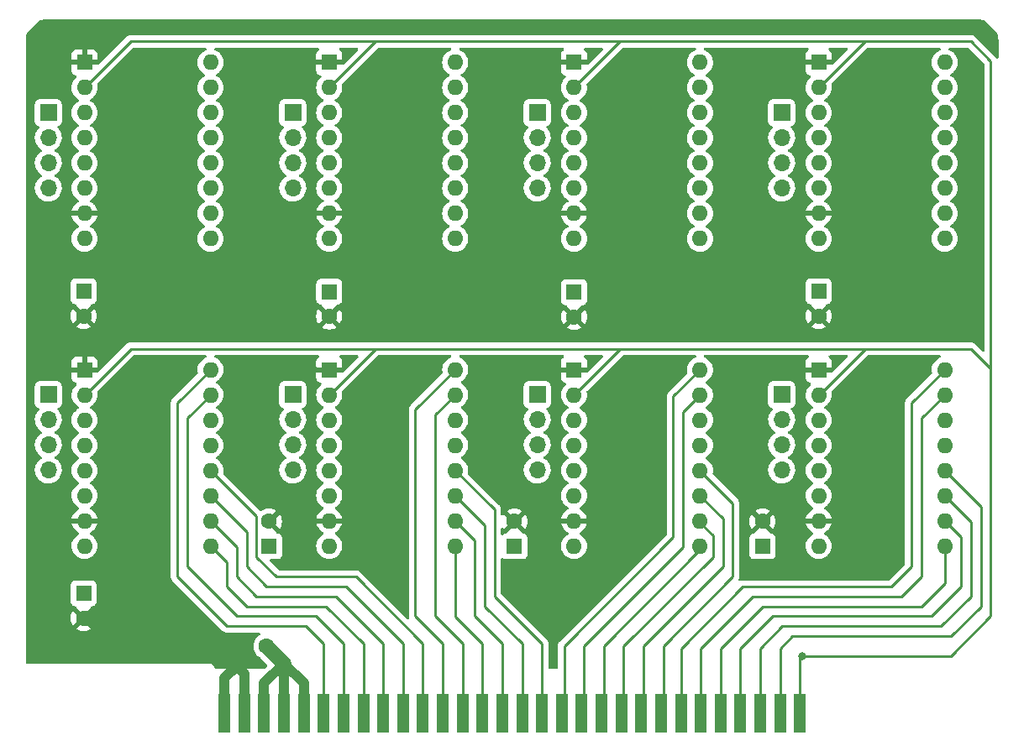
<source format=gbl>
%TF.GenerationSoftware,KiCad,Pcbnew,(6.0.4)*%
%TF.CreationDate,2022-05-18T14:21:40-04:00*%
%TF.ProjectId,8-STEPPER-DRIVER-CARD,382d5354-4550-4504-9552-2d4452495645,rev?*%
%TF.SameCoordinates,Original*%
%TF.FileFunction,Copper,L2,Bot*%
%TF.FilePolarity,Positive*%
%FSLAX46Y46*%
G04 Gerber Fmt 4.6, Leading zero omitted, Abs format (unit mm)*
G04 Created by KiCad (PCBNEW (6.0.4)) date 2022-05-18 14:21:40*
%MOMM*%
%LPD*%
G01*
G04 APERTURE LIST*
%TA.AperFunction,ComponentPad*%
%ADD10R,1.600000X1.600000*%
%TD*%
%TA.AperFunction,ComponentPad*%
%ADD11C,1.600000*%
%TD*%
%TA.AperFunction,ComponentPad*%
%ADD12O,1.600000X1.600000*%
%TD*%
%TA.AperFunction,ComponentPad*%
%ADD13R,1.700000X1.700000*%
%TD*%
%TA.AperFunction,ComponentPad*%
%ADD14O,1.700000X1.700000*%
%TD*%
%TA.AperFunction,SMDPad,CuDef*%
%ADD15R,1.250000X4.000000*%
%TD*%
%TA.AperFunction,ViaPad*%
%ADD16C,1.600000*%
%TD*%
%TA.AperFunction,ViaPad*%
%ADD17C,0.800000*%
%TD*%
%TA.AperFunction,Conductor*%
%ADD18C,1.500000*%
%TD*%
%TA.AperFunction,Conductor*%
%ADD19C,1.000000*%
%TD*%
%TA.AperFunction,Conductor*%
%ADD20C,0.254000*%
%TD*%
G04 APERTURE END LIST*
D10*
X134250000Y-101932380D03*
D11*
X134250000Y-99432380D03*
D10*
X189660000Y-84110000D03*
D12*
X189660000Y-86650000D03*
X189660000Y-89190000D03*
X189660000Y-91730000D03*
X189660000Y-94270000D03*
X189660000Y-96810000D03*
X189660000Y-99350000D03*
X189660000Y-101890000D03*
X202360000Y-101890000D03*
X202360000Y-99350000D03*
X202360000Y-96810000D03*
X202360000Y-94270000D03*
X202360000Y-91730000D03*
X202360000Y-89190000D03*
X202360000Y-86650000D03*
X202360000Y-84110000D03*
D10*
X164993332Y-84110000D03*
D12*
X164993332Y-86650000D03*
X164993332Y-89190000D03*
X164993332Y-91730000D03*
X164993332Y-94270000D03*
X164993332Y-96810000D03*
X164993332Y-99350000D03*
X164993332Y-101890000D03*
X177693332Y-101890000D03*
X177693332Y-99350000D03*
X177693332Y-96810000D03*
X177693332Y-94270000D03*
X177693332Y-91730000D03*
X177693332Y-89190000D03*
X177693332Y-86650000D03*
X177693332Y-84110000D03*
D10*
X164993332Y-53110000D03*
D12*
X164993332Y-55650000D03*
X164993332Y-58190000D03*
X164993332Y-60730000D03*
X164993332Y-63270000D03*
X164993332Y-65810000D03*
X164993332Y-68350000D03*
X164993332Y-70890000D03*
X177693332Y-70890000D03*
X177693332Y-68350000D03*
X177693332Y-65810000D03*
X177693332Y-63270000D03*
X177693332Y-60730000D03*
X177693332Y-58190000D03*
X177693332Y-55650000D03*
X177693332Y-53110000D03*
D13*
X112014000Y-86624000D03*
D14*
X112014000Y-89164000D03*
X112014000Y-91704000D03*
X112014000Y-94244000D03*
D10*
X140326666Y-53110000D03*
D12*
X140326666Y-55650000D03*
X140326666Y-58190000D03*
X140326666Y-60730000D03*
X140326666Y-63270000D03*
X140326666Y-65810000D03*
X140326666Y-68350000D03*
X140326666Y-70890000D03*
X153026666Y-70890000D03*
X153026666Y-68350000D03*
X153026666Y-65810000D03*
X153026666Y-63270000D03*
X153026666Y-60730000D03*
X153026666Y-58190000D03*
X153026666Y-55650000D03*
X153026666Y-53110000D03*
D10*
X159000000Y-101932380D03*
D11*
X159000000Y-99432380D03*
D10*
X140326666Y-76240000D03*
D11*
X140326666Y-78740000D03*
D10*
X115660000Y-53110000D03*
D12*
X115660000Y-55650000D03*
X115660000Y-58190000D03*
X115660000Y-60730000D03*
X115660000Y-63270000D03*
X115660000Y-65810000D03*
X115660000Y-68350000D03*
X115660000Y-70890000D03*
X128360000Y-70890000D03*
X128360000Y-68350000D03*
X128360000Y-65810000D03*
X128360000Y-63270000D03*
X128360000Y-60730000D03*
X128360000Y-58190000D03*
X128360000Y-55650000D03*
X128360000Y-53110000D03*
D10*
X115570000Y-106680000D03*
D11*
X115570000Y-109180000D03*
D13*
X185928000Y-86624000D03*
D14*
X185928000Y-89164000D03*
X185928000Y-91704000D03*
X185928000Y-94244000D03*
D13*
X161290000Y-86624000D03*
D14*
X161290000Y-89164000D03*
X161290000Y-91704000D03*
X161290000Y-94244000D03*
D15*
X129770000Y-118785000D03*
X131770000Y-118785000D03*
X133770000Y-118785000D03*
X135770000Y-118785000D03*
X137770000Y-118785000D03*
X139770000Y-118785000D03*
X141770000Y-118785000D03*
X143770000Y-118785000D03*
X145770000Y-118785000D03*
X147770000Y-118785000D03*
X149770000Y-118785000D03*
X151770000Y-118785000D03*
X153770000Y-118785000D03*
X155770000Y-118785000D03*
X157770000Y-118785000D03*
X159770000Y-118785000D03*
X161770000Y-118785000D03*
X163770000Y-118785000D03*
X165770000Y-118785000D03*
X167770000Y-118785000D03*
X169770000Y-118785000D03*
X171770000Y-118785000D03*
X173770000Y-118785000D03*
X175770000Y-118785000D03*
X177770000Y-118785000D03*
X179770000Y-118785000D03*
X181770000Y-118785000D03*
X183770000Y-118785000D03*
X185770000Y-118785000D03*
X187770000Y-118785000D03*
D13*
X112014000Y-58176000D03*
D14*
X112014000Y-60716000D03*
X112014000Y-63256000D03*
X112014000Y-65796000D03*
D10*
X115570000Y-76200000D03*
D11*
X115570000Y-78700000D03*
D10*
X140326666Y-84110000D03*
D12*
X140326666Y-86650000D03*
X140326666Y-89190000D03*
X140326666Y-91730000D03*
X140326666Y-94270000D03*
X140326666Y-96810000D03*
X140326666Y-99350000D03*
X140326666Y-101890000D03*
X153026666Y-101890000D03*
X153026666Y-99350000D03*
X153026666Y-96810000D03*
X153026666Y-94270000D03*
X153026666Y-91730000D03*
X153026666Y-89190000D03*
X153026666Y-86650000D03*
X153026666Y-84110000D03*
D13*
X185928000Y-58176000D03*
D14*
X185928000Y-60716000D03*
X185928000Y-63256000D03*
X185928000Y-65796000D03*
D13*
X136652000Y-58176000D03*
D14*
X136652000Y-60716000D03*
X136652000Y-63256000D03*
X136652000Y-65796000D03*
D10*
X189660000Y-53110000D03*
D12*
X189660000Y-55650000D03*
X189660000Y-58190000D03*
X189660000Y-60730000D03*
X189660000Y-63270000D03*
X189660000Y-65810000D03*
X189660000Y-68350000D03*
X189660000Y-70890000D03*
X202360000Y-70890000D03*
X202360000Y-68350000D03*
X202360000Y-65810000D03*
X202360000Y-63270000D03*
X202360000Y-60730000D03*
X202360000Y-58190000D03*
X202360000Y-55650000D03*
X202360000Y-53110000D03*
D10*
X189660000Y-76200000D03*
D11*
X189660000Y-78700000D03*
D13*
X136652000Y-86624000D03*
D14*
X136652000Y-89164000D03*
X136652000Y-91704000D03*
X136652000Y-94244000D03*
D10*
X184000000Y-101932379D03*
D11*
X184000000Y-99432379D03*
D13*
X161290000Y-58176000D03*
D14*
X161290000Y-60716000D03*
X161290000Y-63256000D03*
X161290000Y-65796000D03*
D10*
X164993332Y-76287621D03*
D11*
X164993332Y-78787621D03*
D10*
X115660000Y-84110000D03*
D12*
X115660000Y-86650000D03*
X115660000Y-89190000D03*
X115660000Y-91730000D03*
X115660000Y-94270000D03*
X115660000Y-96810000D03*
X115660000Y-99350000D03*
X115660000Y-101890000D03*
X128360000Y-101890000D03*
X128360000Y-99350000D03*
X128360000Y-96810000D03*
X128360000Y-94270000D03*
X128360000Y-91730000D03*
X128360000Y-89190000D03*
X128360000Y-86650000D03*
X128360000Y-84110000D03*
D16*
X131000000Y-114000000D03*
D17*
X188000000Y-113000000D03*
D16*
X134000000Y-112000000D03*
D18*
X126180000Y-109180000D02*
X115570000Y-109180000D01*
D19*
X131770000Y-114770000D02*
X131770000Y-118785000D01*
D18*
X131000000Y-114000000D02*
X126180000Y-109180000D01*
D19*
X129770000Y-115230000D02*
X129770000Y-118785000D01*
X131000000Y-114000000D02*
X131770000Y-114770000D01*
X131000000Y-114000000D02*
X129770000Y-115230000D01*
D20*
X207000000Y-109000000D02*
X203000000Y-113000000D01*
X169643332Y-51000000D02*
X170000000Y-51000000D01*
X195000000Y-82000000D02*
X170000000Y-82000000D01*
X145000000Y-82000000D02*
X120310000Y-82000000D01*
X120310000Y-82000000D02*
X115660000Y-86650000D01*
X205000000Y-51000000D02*
X195000000Y-51000000D01*
X194310000Y-82000000D02*
X195000000Y-82000000D01*
X207000000Y-53000000D02*
X205000000Y-51000000D01*
X144976666Y-82000000D02*
X145000000Y-82000000D01*
X207000000Y-53000000D02*
X207000000Y-84000000D01*
X120310000Y-51000000D02*
X115660000Y-55650000D01*
X170000000Y-51000000D02*
X120310000Y-51000000D01*
X140326666Y-86650000D02*
X144976666Y-82000000D01*
X189660000Y-86650000D02*
X194310000Y-82000000D01*
X207000000Y-84000000D02*
X205000000Y-82000000D01*
X164993332Y-86650000D02*
X169643332Y-82000000D01*
X169643332Y-82000000D02*
X170000000Y-82000000D01*
X189660000Y-55650000D02*
X194310000Y-51000000D01*
X194310000Y-51000000D02*
X195000000Y-51000000D01*
X188000000Y-113000000D02*
X187770000Y-113230000D01*
X207000000Y-84000000D02*
X207000000Y-109000000D01*
X203000000Y-113000000D02*
X188000000Y-113000000D01*
X170000000Y-82000000D02*
X145000000Y-82000000D01*
X164993332Y-55650000D02*
X169643332Y-51000000D01*
X140326666Y-55650000D02*
X144976666Y-51000000D01*
X205000000Y-82000000D02*
X195000000Y-82000000D01*
X195000000Y-51000000D02*
X170000000Y-51000000D01*
X187770000Y-113230000D02*
X187770000Y-118785000D01*
D19*
X137770000Y-118785000D02*
X137770000Y-115770000D01*
X133770000Y-118785000D02*
X133770000Y-115770000D01*
X137770000Y-115770000D02*
X135770000Y-113770000D01*
X133770000Y-115770000D02*
X135770000Y-113770000D01*
D18*
X134000000Y-112000000D02*
X135770000Y-113770000D01*
D19*
X135770000Y-118785000D02*
X135770000Y-113770000D01*
D20*
X132000000Y-108000000D02*
X140000000Y-108000000D01*
X140000000Y-108000000D02*
X143770000Y-111770000D01*
X128360000Y-101890000D02*
X130000000Y-103530000D01*
X143770000Y-111770000D02*
X143770000Y-118785000D01*
X130000000Y-106000000D02*
X132000000Y-108000000D01*
X130000000Y-103530000D02*
X130000000Y-106000000D01*
X133000000Y-107000000D02*
X141000000Y-107000000D01*
X131000000Y-101990000D02*
X131000000Y-105000000D01*
X131000000Y-105000000D02*
X133000000Y-107000000D01*
X145770000Y-111770000D02*
X145770000Y-118785000D01*
X141000000Y-107000000D02*
X145770000Y-111770000D01*
X128360000Y-99350000D02*
X131000000Y-101990000D01*
X147770000Y-111770000D02*
X147770000Y-118785000D01*
X134000000Y-106000000D02*
X142000000Y-106000000D01*
X142000000Y-106000000D02*
X147770000Y-111770000D01*
X132000000Y-100450000D02*
X132000000Y-104000000D01*
X132000000Y-104000000D02*
X134000000Y-106000000D01*
X128360000Y-96810000D02*
X132000000Y-100450000D01*
X128360000Y-94270000D02*
X133000000Y-98910000D01*
X133000000Y-98910000D02*
X133000000Y-103000000D01*
X143000000Y-105000000D02*
X149770000Y-111770000D01*
X135000000Y-105000000D02*
X143000000Y-105000000D01*
X149770000Y-111770000D02*
X149770000Y-118785000D01*
X133000000Y-103000000D02*
X135000000Y-105000000D01*
X126000000Y-104000000D02*
X131000000Y-109000000D01*
X131000000Y-109000000D02*
X139000000Y-109000000D01*
X139000000Y-109000000D02*
X141770000Y-111770000D01*
X141770000Y-111770000D02*
X141770000Y-118785000D01*
X128360000Y-86650000D02*
X126000000Y-89010000D01*
X126000000Y-89010000D02*
X126000000Y-104000000D01*
X130000000Y-110000000D02*
X138000000Y-110000000D01*
X128360000Y-84110000D02*
X125000000Y-87470000D01*
X125000000Y-87470000D02*
X125000000Y-105000000D01*
X138000000Y-110000000D02*
X139770000Y-111770000D01*
X139770000Y-111770000D02*
X139770000Y-118785000D01*
X125000000Y-105000000D02*
X130000000Y-110000000D01*
X153026666Y-101890000D02*
X153026666Y-109026666D01*
X155770000Y-111770000D02*
X155770000Y-118785000D01*
X153026666Y-109026666D02*
X155770000Y-111770000D01*
X155000000Y-109000000D02*
X157770000Y-111770000D01*
X157770000Y-111770000D02*
X157770000Y-118785000D01*
X153026666Y-99350000D02*
X155000000Y-101323334D01*
X155000000Y-101323334D02*
X155000000Y-109000000D01*
X156000000Y-108000000D02*
X159770000Y-111770000D01*
X153026666Y-96810000D02*
X156000000Y-99783334D01*
X156000000Y-99783334D02*
X156000000Y-108000000D01*
X159770000Y-111770000D02*
X159770000Y-118785000D01*
X161770000Y-111770000D02*
X161770000Y-118785000D01*
X157000000Y-98243334D02*
X157000000Y-107000000D01*
X153026666Y-94270000D02*
X157000000Y-98243334D01*
X157000000Y-107000000D02*
X161770000Y-111770000D01*
X151000000Y-109000000D02*
X153770000Y-111770000D01*
X153026666Y-86650000D02*
X151000000Y-88676666D01*
X153770000Y-111770000D02*
X153770000Y-118785000D01*
X151000000Y-88676666D02*
X151000000Y-109000000D01*
X149000000Y-88136666D02*
X149000000Y-109000000D01*
X153026666Y-84110000D02*
X149000000Y-88136666D01*
X151770000Y-111770000D02*
X151770000Y-118785000D01*
X149000000Y-109000000D02*
X151770000Y-111770000D01*
X177693332Y-101890000D02*
X177693332Y-102306668D01*
X168000000Y-112000000D02*
X168000000Y-117000000D01*
X177693332Y-102306668D02*
X168000000Y-112000000D01*
X179000000Y-100828334D02*
X179000000Y-103000000D01*
X179000000Y-103000000D02*
X170000000Y-112000000D01*
X170000000Y-112000000D02*
X170000000Y-117000000D01*
X177693332Y-99350000D02*
X177693332Y-99521666D01*
X177693332Y-99521666D02*
X179000000Y-100828334D01*
X172000000Y-112000000D02*
X172000000Y-117000000D01*
X177693332Y-96810000D02*
X180000000Y-99116668D01*
X180000000Y-104000000D02*
X172000000Y-112000000D01*
X180000000Y-99116668D02*
X180000000Y-104000000D01*
X174000000Y-112000000D02*
X174000000Y-117000000D01*
X181000000Y-105000000D02*
X174000000Y-112000000D01*
X181000000Y-97576668D02*
X181000000Y-105000000D01*
X177693332Y-94270000D02*
X181000000Y-97576668D01*
X166000000Y-112000000D02*
X166000000Y-117000000D01*
X176000000Y-88343332D02*
X176000000Y-102000000D01*
X176000000Y-102000000D02*
X166000000Y-112000000D01*
X177693332Y-86650000D02*
X176000000Y-88343332D01*
X177693332Y-84110000D02*
X175000000Y-86803332D01*
X164000000Y-112000000D02*
X164000000Y-117000000D01*
X175000000Y-86803332D02*
X175000000Y-101000000D01*
X175000000Y-101000000D02*
X164000000Y-112000000D01*
X202360000Y-105640000D02*
X200000000Y-108000000D01*
X202360000Y-101890000D02*
X202360000Y-105640000D01*
X200000000Y-108000000D02*
X184000000Y-108000000D01*
X184000000Y-108000000D02*
X179770000Y-112230000D01*
X179770000Y-112230000D02*
X179770000Y-118785000D01*
X204000000Y-106000000D02*
X201000000Y-109000000D01*
X185000000Y-109000000D02*
X181770000Y-112230000D01*
X201000000Y-109000000D02*
X185000000Y-109000000D01*
X181770000Y-112230000D02*
X181770000Y-118785000D01*
X204000000Y-100990000D02*
X204000000Y-106000000D01*
X202360000Y-99350000D02*
X204000000Y-100990000D01*
X202360000Y-96810000D02*
X205000000Y-99450000D01*
X205000000Y-99450000D02*
X205000000Y-107000000D01*
X205000000Y-107000000D02*
X202000000Y-110000000D01*
X183770000Y-112230000D02*
X183770000Y-118785000D01*
X186000000Y-110000000D02*
X183770000Y-112230000D01*
X202000000Y-110000000D02*
X186000000Y-110000000D01*
X202360000Y-94270000D02*
X206000000Y-97910000D01*
X206000000Y-97910000D02*
X206000000Y-108000000D01*
X203000000Y-111000000D02*
X187000000Y-111000000D01*
X185770000Y-112230000D02*
X185770000Y-118785000D01*
X187000000Y-111000000D02*
X185770000Y-112230000D01*
X206000000Y-108000000D02*
X203000000Y-111000000D01*
X200000000Y-105000000D02*
X198000000Y-107000000D01*
X183000000Y-107000000D02*
X177770000Y-112230000D01*
X177770000Y-112230000D02*
X177770000Y-118785000D01*
X200000000Y-89010000D02*
X200000000Y-105000000D01*
X202360000Y-86650000D02*
X200000000Y-89010000D01*
X198000000Y-107000000D02*
X183000000Y-107000000D01*
X197000000Y-106000000D02*
X182000000Y-106000000D01*
X202360000Y-84110000D02*
X199000000Y-87470000D01*
X182000000Y-106000000D02*
X175770000Y-112230000D01*
X175770000Y-112230000D02*
X175770000Y-118785000D01*
X199000000Y-87470000D02*
X199000000Y-104000000D01*
X199000000Y-104000000D02*
X197000000Y-106000000D01*
%TA.AperFunction,Conductor*%
G36*
X205710018Y-48770000D02*
G01*
X205724851Y-48772310D01*
X205724855Y-48772310D01*
X205733724Y-48773691D01*
X205742626Y-48772527D01*
X205742629Y-48772527D01*
X205750012Y-48771561D01*
X205774591Y-48770767D01*
X205801442Y-48772527D01*
X205996922Y-48785340D01*
X206013262Y-48787491D01*
X206135478Y-48811801D01*
X206257696Y-48836112D01*
X206273606Y-48840375D01*
X206316592Y-48854967D01*
X206365184Y-48885184D01*
X207654816Y-50174816D01*
X207685033Y-50223408D01*
X207699625Y-50266394D01*
X207703889Y-50282307D01*
X207752509Y-50526738D01*
X207754660Y-50543078D01*
X207768763Y-50758236D01*
X207767733Y-50781350D01*
X207767690Y-50784854D01*
X207766309Y-50793724D01*
X207767473Y-50802626D01*
X207767473Y-50802628D01*
X207770436Y-50825283D01*
X207771500Y-50841621D01*
X207771500Y-52592913D01*
X207751498Y-52661034D01*
X207697842Y-52707527D01*
X207627568Y-52717631D01*
X207562988Y-52688137D01*
X207543567Y-52666978D01*
X207535243Y-52655522D01*
X207528722Y-52645595D01*
X207510170Y-52614224D01*
X207510166Y-52614219D01*
X207506134Y-52607401D01*
X207491747Y-52593014D01*
X207478906Y-52577980D01*
X207471602Y-52567927D01*
X207466942Y-52561513D01*
X207432750Y-52533227D01*
X207423971Y-52525238D01*
X205505250Y-50606517D01*
X205497674Y-50598191D01*
X205493553Y-50591697D01*
X205443734Y-50544914D01*
X205440893Y-50542160D01*
X205421094Y-50522361D01*
X205417969Y-50519937D01*
X205417960Y-50519929D01*
X205417874Y-50519863D01*
X205408849Y-50512155D01*
X205382285Y-50487210D01*
X205376506Y-50481783D01*
X205358669Y-50471977D01*
X205342153Y-50461127D01*
X205326067Y-50448650D01*
X205285334Y-50431024D01*
X205274686Y-50425807D01*
X205249809Y-50412131D01*
X205235803Y-50404431D01*
X205228128Y-50402460D01*
X205228122Y-50402458D01*
X205216089Y-50399369D01*
X205197387Y-50392966D01*
X205178708Y-50384883D01*
X205138913Y-50378580D01*
X205134873Y-50377940D01*
X205123260Y-50375535D01*
X205080282Y-50364500D01*
X205059935Y-50364500D01*
X205040224Y-50362949D01*
X205027950Y-50361005D01*
X205020121Y-50359765D01*
X205012229Y-50360511D01*
X204975944Y-50363941D01*
X204964086Y-50364500D01*
X194389020Y-50364500D01*
X194377786Y-50363970D01*
X194370281Y-50362292D01*
X194302571Y-50364420D01*
X194301988Y-50364438D01*
X194298031Y-50364500D01*
X169722352Y-50364500D01*
X169711118Y-50363970D01*
X169703613Y-50362292D01*
X169635903Y-50364420D01*
X169635320Y-50364438D01*
X169631363Y-50364500D01*
X145055686Y-50364500D01*
X145044452Y-50363970D01*
X145036947Y-50362292D01*
X144969237Y-50364420D01*
X144968654Y-50364438D01*
X144964697Y-50364500D01*
X120389020Y-50364500D01*
X120377786Y-50363970D01*
X120370281Y-50362292D01*
X120302571Y-50364420D01*
X120301988Y-50364438D01*
X120298031Y-50364500D01*
X120270017Y-50364500D01*
X120266092Y-50364996D01*
X120266091Y-50364996D01*
X120265996Y-50365008D01*
X120254151Y-50365941D01*
X120224330Y-50366878D01*
X120217718Y-50367086D01*
X120217717Y-50367086D01*
X120209795Y-50367335D01*
X120190252Y-50373013D01*
X120170888Y-50377023D01*
X120158560Y-50378580D01*
X120158558Y-50378580D01*
X120150701Y-50379573D01*
X120143337Y-50382489D01*
X120143332Y-50382490D01*
X120109444Y-50395907D01*
X120098215Y-50399752D01*
X120082111Y-50404431D01*
X120055607Y-50412131D01*
X120048780Y-50416169D01*
X120048777Y-50416170D01*
X120038094Y-50422488D01*
X120020336Y-50431188D01*
X120008785Y-50435761D01*
X120008779Y-50435765D01*
X120001412Y-50438681D01*
X119995001Y-50443339D01*
X119994999Y-50443340D01*
X119965512Y-50464764D01*
X119955590Y-50471281D01*
X119924232Y-50489826D01*
X119924228Y-50489829D01*
X119917402Y-50493866D01*
X119903018Y-50508250D01*
X119887984Y-50521091D01*
X119871513Y-50533058D01*
X119866460Y-50539166D01*
X119843223Y-50567255D01*
X119835233Y-50576035D01*
X117079333Y-53331934D01*
X117017023Y-53365959D01*
X116963457Y-53365959D01*
X116954452Y-53364000D01*
X114370116Y-53364000D01*
X114354877Y-53368475D01*
X114353672Y-53369865D01*
X114352001Y-53377548D01*
X114352001Y-53954669D01*
X114352371Y-53961490D01*
X114357895Y-54012352D01*
X114361521Y-54027604D01*
X114406676Y-54148054D01*
X114415214Y-54163649D01*
X114491715Y-54265724D01*
X114504276Y-54278285D01*
X114606351Y-54354786D01*
X114621946Y-54363324D01*
X114742394Y-54408478D01*
X114757643Y-54412104D01*
X114761096Y-54412479D01*
X114763606Y-54413522D01*
X114765331Y-54413932D01*
X114765265Y-54414211D01*
X114826659Y-54439719D01*
X114867088Y-54498080D01*
X114869546Y-54569034D01*
X114833253Y-54630054D01*
X114821760Y-54639344D01*
X114820214Y-54640641D01*
X114815700Y-54643802D01*
X114653802Y-54805700D01*
X114522477Y-54993251D01*
X114520154Y-54998233D01*
X114520151Y-54998238D01*
X114428039Y-55195775D01*
X114425716Y-55200757D01*
X114424294Y-55206065D01*
X114424293Y-55206067D01*
X114401881Y-55289711D01*
X114366457Y-55421913D01*
X114346502Y-55650000D01*
X114366457Y-55878087D01*
X114425716Y-56099243D01*
X114428039Y-56104224D01*
X114428039Y-56104225D01*
X114520151Y-56301762D01*
X114520154Y-56301767D01*
X114522477Y-56306749D01*
X114653802Y-56494300D01*
X114815700Y-56656198D01*
X114820208Y-56659355D01*
X114820211Y-56659357D01*
X114898389Y-56714098D01*
X115003251Y-56787523D01*
X115008233Y-56789846D01*
X115008238Y-56789849D01*
X115042457Y-56805805D01*
X115095742Y-56852722D01*
X115115203Y-56920999D01*
X115094661Y-56988959D01*
X115042457Y-57034195D01*
X115008238Y-57050151D01*
X115008233Y-57050154D01*
X115003251Y-57052477D01*
X114898389Y-57125902D01*
X114820211Y-57180643D01*
X114820208Y-57180645D01*
X114815700Y-57183802D01*
X114653802Y-57345700D01*
X114522477Y-57533251D01*
X114520154Y-57538233D01*
X114520151Y-57538238D01*
X114428039Y-57735775D01*
X114425716Y-57740757D01*
X114366457Y-57961913D01*
X114346502Y-58190000D01*
X114366457Y-58418087D01*
X114425716Y-58639243D01*
X114428039Y-58644224D01*
X114428039Y-58644225D01*
X114520151Y-58841762D01*
X114520154Y-58841767D01*
X114522477Y-58846749D01*
X114653802Y-59034300D01*
X114815700Y-59196198D01*
X114820208Y-59199355D01*
X114820211Y-59199357D01*
X114898389Y-59254098D01*
X115003251Y-59327523D01*
X115008233Y-59329846D01*
X115008238Y-59329849D01*
X115042457Y-59345805D01*
X115095742Y-59392722D01*
X115115203Y-59460999D01*
X115094661Y-59528959D01*
X115042457Y-59574195D01*
X115008238Y-59590151D01*
X115008233Y-59590154D01*
X115003251Y-59592477D01*
X114950037Y-59629738D01*
X114820211Y-59720643D01*
X114820208Y-59720645D01*
X114815700Y-59723802D01*
X114653802Y-59885700D01*
X114522477Y-60073251D01*
X114520154Y-60078233D01*
X114520151Y-60078238D01*
X114429821Y-60271954D01*
X114425716Y-60280757D01*
X114424294Y-60286065D01*
X114424293Y-60286067D01*
X114367881Y-60496598D01*
X114366457Y-60501913D01*
X114346502Y-60730000D01*
X114366457Y-60958087D01*
X114367881Y-60963400D01*
X114367881Y-60963402D01*
X114409466Y-61118596D01*
X114425716Y-61179243D01*
X114428039Y-61184224D01*
X114428039Y-61184225D01*
X114520151Y-61381762D01*
X114520154Y-61381767D01*
X114522477Y-61386749D01*
X114653802Y-61574300D01*
X114815700Y-61736198D01*
X114820208Y-61739355D01*
X114820211Y-61739357D01*
X114840451Y-61753529D01*
X115003251Y-61867523D01*
X115008233Y-61869846D01*
X115008238Y-61869849D01*
X115042457Y-61885805D01*
X115095742Y-61932722D01*
X115115203Y-62000999D01*
X115094661Y-62068959D01*
X115042457Y-62114195D01*
X115008238Y-62130151D01*
X115008233Y-62130154D01*
X115003251Y-62132477D01*
X114898389Y-62205902D01*
X114820211Y-62260643D01*
X114820208Y-62260645D01*
X114815700Y-62263802D01*
X114653802Y-62425700D01*
X114522477Y-62613251D01*
X114520154Y-62618233D01*
X114520151Y-62618238D01*
X114429821Y-62811954D01*
X114425716Y-62820757D01*
X114424294Y-62826065D01*
X114424293Y-62826067D01*
X114367881Y-63036598D01*
X114366457Y-63041913D01*
X114346502Y-63270000D01*
X114366457Y-63498087D01*
X114367881Y-63503400D01*
X114367881Y-63503402D01*
X114409466Y-63658596D01*
X114425716Y-63719243D01*
X114428039Y-63724224D01*
X114428039Y-63724225D01*
X114520151Y-63921762D01*
X114520154Y-63921767D01*
X114522477Y-63926749D01*
X114653802Y-64114300D01*
X114815700Y-64276198D01*
X114820208Y-64279355D01*
X114820211Y-64279357D01*
X114840451Y-64293529D01*
X115003251Y-64407523D01*
X115008233Y-64409846D01*
X115008238Y-64409849D01*
X115042457Y-64425805D01*
X115095742Y-64472722D01*
X115115203Y-64540999D01*
X115094661Y-64608959D01*
X115042457Y-64654195D01*
X115008238Y-64670151D01*
X115008233Y-64670154D01*
X115003251Y-64672477D01*
X114898389Y-64745902D01*
X114820211Y-64800643D01*
X114820208Y-64800645D01*
X114815700Y-64803802D01*
X114653802Y-64965700D01*
X114522477Y-65153251D01*
X114520154Y-65158233D01*
X114520151Y-65158238D01*
X114429821Y-65351954D01*
X114425716Y-65360757D01*
X114424294Y-65366065D01*
X114424293Y-65366067D01*
X114367881Y-65576598D01*
X114366457Y-65581913D01*
X114346502Y-65810000D01*
X114366457Y-66038087D01*
X114367881Y-66043400D01*
X114367881Y-66043402D01*
X114409466Y-66198596D01*
X114425716Y-66259243D01*
X114428039Y-66264224D01*
X114428039Y-66264225D01*
X114520151Y-66461762D01*
X114520154Y-66461767D01*
X114522477Y-66466749D01*
X114653802Y-66654300D01*
X114815700Y-66816198D01*
X114820208Y-66819355D01*
X114820211Y-66819357D01*
X114840451Y-66833529D01*
X115003251Y-66947523D01*
X115008233Y-66949846D01*
X115008238Y-66949849D01*
X115043049Y-66966081D01*
X115096334Y-67012998D01*
X115115795Y-67081275D01*
X115095253Y-67149235D01*
X115043049Y-67194471D01*
X115008489Y-67210586D01*
X114998993Y-67216069D01*
X114820533Y-67341028D01*
X114812125Y-67348084D01*
X114658084Y-67502125D01*
X114651028Y-67510533D01*
X114526069Y-67688993D01*
X114520586Y-67698489D01*
X114428510Y-67895947D01*
X114424764Y-67906239D01*
X114378606Y-68078503D01*
X114378942Y-68092599D01*
X114386884Y-68096000D01*
X116927967Y-68096000D01*
X116941498Y-68092027D01*
X116942727Y-68083478D01*
X116895236Y-67906239D01*
X116891490Y-67895947D01*
X116799414Y-67698489D01*
X116793931Y-67688993D01*
X116668972Y-67510533D01*
X116661916Y-67502125D01*
X116507875Y-67348084D01*
X116499467Y-67341028D01*
X116321007Y-67216069D01*
X116311511Y-67210586D01*
X116276951Y-67194471D01*
X116223666Y-67147554D01*
X116204205Y-67079277D01*
X116224747Y-67011317D01*
X116276951Y-66966081D01*
X116311762Y-66949849D01*
X116311767Y-66949846D01*
X116316749Y-66947523D01*
X116479549Y-66833529D01*
X116499789Y-66819357D01*
X116499792Y-66819355D01*
X116504300Y-66816198D01*
X116666198Y-66654300D01*
X116797523Y-66466749D01*
X116799846Y-66461767D01*
X116799849Y-66461762D01*
X116891961Y-66264225D01*
X116891961Y-66264224D01*
X116894284Y-66259243D01*
X116910535Y-66198596D01*
X116952119Y-66043402D01*
X116952119Y-66043400D01*
X116953543Y-66038087D01*
X116973498Y-65810000D01*
X116953543Y-65581913D01*
X116952119Y-65576598D01*
X116895707Y-65366067D01*
X116895706Y-65366065D01*
X116894284Y-65360757D01*
X116890179Y-65351954D01*
X116799849Y-65158238D01*
X116799846Y-65158233D01*
X116797523Y-65153251D01*
X116666198Y-64965700D01*
X116504300Y-64803802D01*
X116499792Y-64800645D01*
X116499789Y-64800643D01*
X116421611Y-64745902D01*
X116316749Y-64672477D01*
X116311767Y-64670154D01*
X116311762Y-64670151D01*
X116277543Y-64654195D01*
X116224258Y-64607278D01*
X116204797Y-64539001D01*
X116225339Y-64471041D01*
X116277543Y-64425805D01*
X116311762Y-64409849D01*
X116311767Y-64409846D01*
X116316749Y-64407523D01*
X116479549Y-64293529D01*
X116499789Y-64279357D01*
X116499792Y-64279355D01*
X116504300Y-64276198D01*
X116666198Y-64114300D01*
X116797523Y-63926749D01*
X116799846Y-63921767D01*
X116799849Y-63921762D01*
X116891961Y-63724225D01*
X116891961Y-63724224D01*
X116894284Y-63719243D01*
X116910535Y-63658596D01*
X116952119Y-63503402D01*
X116952119Y-63503400D01*
X116953543Y-63498087D01*
X116973498Y-63270000D01*
X116953543Y-63041913D01*
X116952119Y-63036598D01*
X116895707Y-62826067D01*
X116895706Y-62826065D01*
X116894284Y-62820757D01*
X116890179Y-62811954D01*
X116799849Y-62618238D01*
X116799846Y-62618233D01*
X116797523Y-62613251D01*
X116666198Y-62425700D01*
X116504300Y-62263802D01*
X116499792Y-62260645D01*
X116499789Y-62260643D01*
X116421611Y-62205902D01*
X116316749Y-62132477D01*
X116311767Y-62130154D01*
X116311762Y-62130151D01*
X116277543Y-62114195D01*
X116224258Y-62067278D01*
X116204797Y-61999001D01*
X116225339Y-61931041D01*
X116277543Y-61885805D01*
X116311762Y-61869849D01*
X116311767Y-61869846D01*
X116316749Y-61867523D01*
X116479549Y-61753529D01*
X116499789Y-61739357D01*
X116499792Y-61739355D01*
X116504300Y-61736198D01*
X116666198Y-61574300D01*
X116797523Y-61386749D01*
X116799846Y-61381767D01*
X116799849Y-61381762D01*
X116891961Y-61184225D01*
X116891961Y-61184224D01*
X116894284Y-61179243D01*
X116910535Y-61118596D01*
X116952119Y-60963402D01*
X116952119Y-60963400D01*
X116953543Y-60958087D01*
X116973498Y-60730000D01*
X116953543Y-60501913D01*
X116952119Y-60496598D01*
X116895707Y-60286067D01*
X116895706Y-60286065D01*
X116894284Y-60280757D01*
X116890179Y-60271954D01*
X116799849Y-60078238D01*
X116799846Y-60078233D01*
X116797523Y-60073251D01*
X116666198Y-59885700D01*
X116504300Y-59723802D01*
X116499792Y-59720645D01*
X116499789Y-59720643D01*
X116369963Y-59629738D01*
X116316749Y-59592477D01*
X116311767Y-59590154D01*
X116311762Y-59590151D01*
X116277543Y-59574195D01*
X116224258Y-59527278D01*
X116204797Y-59459001D01*
X116225339Y-59391041D01*
X116277543Y-59345805D01*
X116311762Y-59329849D01*
X116311767Y-59329846D01*
X116316749Y-59327523D01*
X116421611Y-59254098D01*
X116499789Y-59199357D01*
X116499792Y-59199355D01*
X116504300Y-59196198D01*
X116666198Y-59034300D01*
X116797523Y-58846749D01*
X116799846Y-58841767D01*
X116799849Y-58841762D01*
X116891961Y-58644225D01*
X116891961Y-58644224D01*
X116894284Y-58639243D01*
X116953543Y-58418087D01*
X116973498Y-58190000D01*
X116953543Y-57961913D01*
X116894284Y-57740757D01*
X116891961Y-57735775D01*
X116799849Y-57538238D01*
X116799846Y-57538233D01*
X116797523Y-57533251D01*
X116666198Y-57345700D01*
X116504300Y-57183802D01*
X116499792Y-57180645D01*
X116499789Y-57180643D01*
X116421611Y-57125902D01*
X116316749Y-57052477D01*
X116311767Y-57050154D01*
X116311762Y-57050151D01*
X116277543Y-57034195D01*
X116224258Y-56987278D01*
X116204797Y-56919001D01*
X116225339Y-56851041D01*
X116277543Y-56805805D01*
X116311762Y-56789849D01*
X116311767Y-56789846D01*
X116316749Y-56787523D01*
X116421611Y-56714098D01*
X116499789Y-56659357D01*
X116499792Y-56659355D01*
X116504300Y-56656198D01*
X116666198Y-56494300D01*
X116797523Y-56306749D01*
X116799846Y-56301767D01*
X116799849Y-56301762D01*
X116891961Y-56104225D01*
X116891961Y-56104224D01*
X116894284Y-56099243D01*
X116953543Y-55878087D01*
X116973498Y-55650000D01*
X116953543Y-55421913D01*
X116937138Y-55360688D01*
X116938828Y-55289711D01*
X116969750Y-55238982D01*
X120536328Y-51672405D01*
X120598640Y-51638379D01*
X120625423Y-51635500D01*
X127857565Y-51635500D01*
X127925686Y-51655502D01*
X127972179Y-51709158D01*
X127982283Y-51779432D01*
X127952789Y-51844012D01*
X127909762Y-51873581D01*
X127910757Y-51875716D01*
X127708238Y-51970151D01*
X127708233Y-51970154D01*
X127703251Y-51972477D01*
X127598389Y-52045902D01*
X127520211Y-52100643D01*
X127520208Y-52100645D01*
X127515700Y-52103802D01*
X127353802Y-52265700D01*
X127222477Y-52453251D01*
X127220154Y-52458233D01*
X127220151Y-52458238D01*
X127132786Y-52645595D01*
X127125716Y-52660757D01*
X127124294Y-52666065D01*
X127124293Y-52666067D01*
X127074972Y-52850135D01*
X127066457Y-52881913D01*
X127046502Y-53110000D01*
X127066457Y-53338087D01*
X127067881Y-53343400D01*
X127067881Y-53343402D01*
X127077031Y-53377548D01*
X127125716Y-53559243D01*
X127128039Y-53564224D01*
X127128039Y-53564225D01*
X127220151Y-53761762D01*
X127220154Y-53761767D01*
X127222477Y-53766749D01*
X127353802Y-53954300D01*
X127515700Y-54116198D01*
X127520208Y-54119355D01*
X127520211Y-54119357D01*
X127561195Y-54148054D01*
X127703251Y-54247523D01*
X127708233Y-54249846D01*
X127708238Y-54249849D01*
X127742457Y-54265805D01*
X127795742Y-54312722D01*
X127815203Y-54380999D01*
X127794661Y-54448959D01*
X127742457Y-54494195D01*
X127708238Y-54510151D01*
X127708233Y-54510154D01*
X127703251Y-54512477D01*
X127598389Y-54585902D01*
X127520211Y-54640643D01*
X127520208Y-54640645D01*
X127515700Y-54643802D01*
X127353802Y-54805700D01*
X127222477Y-54993251D01*
X127220154Y-54998233D01*
X127220151Y-54998238D01*
X127128039Y-55195775D01*
X127125716Y-55200757D01*
X127124294Y-55206065D01*
X127124293Y-55206067D01*
X127101881Y-55289711D01*
X127066457Y-55421913D01*
X127046502Y-55650000D01*
X127066457Y-55878087D01*
X127125716Y-56099243D01*
X127128039Y-56104224D01*
X127128039Y-56104225D01*
X127220151Y-56301762D01*
X127220154Y-56301767D01*
X127222477Y-56306749D01*
X127353802Y-56494300D01*
X127515700Y-56656198D01*
X127520208Y-56659355D01*
X127520211Y-56659357D01*
X127598389Y-56714098D01*
X127703251Y-56787523D01*
X127708233Y-56789846D01*
X127708238Y-56789849D01*
X127742457Y-56805805D01*
X127795742Y-56852722D01*
X127815203Y-56920999D01*
X127794661Y-56988959D01*
X127742457Y-57034195D01*
X127708238Y-57050151D01*
X127708233Y-57050154D01*
X127703251Y-57052477D01*
X127598389Y-57125902D01*
X127520211Y-57180643D01*
X127520208Y-57180645D01*
X127515700Y-57183802D01*
X127353802Y-57345700D01*
X127222477Y-57533251D01*
X127220154Y-57538233D01*
X127220151Y-57538238D01*
X127128039Y-57735775D01*
X127125716Y-57740757D01*
X127066457Y-57961913D01*
X127046502Y-58190000D01*
X127066457Y-58418087D01*
X127125716Y-58639243D01*
X127128039Y-58644224D01*
X127128039Y-58644225D01*
X127220151Y-58841762D01*
X127220154Y-58841767D01*
X127222477Y-58846749D01*
X127353802Y-59034300D01*
X127515700Y-59196198D01*
X127520208Y-59199355D01*
X127520211Y-59199357D01*
X127598389Y-59254098D01*
X127703251Y-59327523D01*
X127708233Y-59329846D01*
X127708238Y-59329849D01*
X127742457Y-59345805D01*
X127795742Y-59392722D01*
X127815203Y-59460999D01*
X127794661Y-59528959D01*
X127742457Y-59574195D01*
X127708238Y-59590151D01*
X127708233Y-59590154D01*
X127703251Y-59592477D01*
X127650037Y-59629738D01*
X127520211Y-59720643D01*
X127520208Y-59720645D01*
X127515700Y-59723802D01*
X127353802Y-59885700D01*
X127222477Y-60073251D01*
X127220154Y-60078233D01*
X127220151Y-60078238D01*
X127129821Y-60271954D01*
X127125716Y-60280757D01*
X127124294Y-60286065D01*
X127124293Y-60286067D01*
X127067881Y-60496598D01*
X127066457Y-60501913D01*
X127046502Y-60730000D01*
X127066457Y-60958087D01*
X127067881Y-60963400D01*
X127067881Y-60963402D01*
X127109466Y-61118596D01*
X127125716Y-61179243D01*
X127128039Y-61184224D01*
X127128039Y-61184225D01*
X127220151Y-61381762D01*
X127220154Y-61381767D01*
X127222477Y-61386749D01*
X127353802Y-61574300D01*
X127515700Y-61736198D01*
X127520208Y-61739355D01*
X127520211Y-61739357D01*
X127540451Y-61753529D01*
X127703251Y-61867523D01*
X127708233Y-61869846D01*
X127708238Y-61869849D01*
X127742457Y-61885805D01*
X127795742Y-61932722D01*
X127815203Y-62000999D01*
X127794661Y-62068959D01*
X127742457Y-62114195D01*
X127708238Y-62130151D01*
X127708233Y-62130154D01*
X127703251Y-62132477D01*
X127598389Y-62205902D01*
X127520211Y-62260643D01*
X127520208Y-62260645D01*
X127515700Y-62263802D01*
X127353802Y-62425700D01*
X127222477Y-62613251D01*
X127220154Y-62618233D01*
X127220151Y-62618238D01*
X127129821Y-62811954D01*
X127125716Y-62820757D01*
X127124294Y-62826065D01*
X127124293Y-62826067D01*
X127067881Y-63036598D01*
X127066457Y-63041913D01*
X127046502Y-63270000D01*
X127066457Y-63498087D01*
X127067881Y-63503400D01*
X127067881Y-63503402D01*
X127109466Y-63658596D01*
X127125716Y-63719243D01*
X127128039Y-63724224D01*
X127128039Y-63724225D01*
X127220151Y-63921762D01*
X127220154Y-63921767D01*
X127222477Y-63926749D01*
X127353802Y-64114300D01*
X127515700Y-64276198D01*
X127520208Y-64279355D01*
X127520211Y-64279357D01*
X127540451Y-64293529D01*
X127703251Y-64407523D01*
X127708233Y-64409846D01*
X127708238Y-64409849D01*
X127742457Y-64425805D01*
X127795742Y-64472722D01*
X127815203Y-64540999D01*
X127794661Y-64608959D01*
X127742457Y-64654195D01*
X127708238Y-64670151D01*
X127708233Y-64670154D01*
X127703251Y-64672477D01*
X127598389Y-64745902D01*
X127520211Y-64800643D01*
X127520208Y-64800645D01*
X127515700Y-64803802D01*
X127353802Y-64965700D01*
X127222477Y-65153251D01*
X127220154Y-65158233D01*
X127220151Y-65158238D01*
X127129821Y-65351954D01*
X127125716Y-65360757D01*
X127124294Y-65366065D01*
X127124293Y-65366067D01*
X127067881Y-65576598D01*
X127066457Y-65581913D01*
X127046502Y-65810000D01*
X127066457Y-66038087D01*
X127067881Y-66043400D01*
X127067881Y-66043402D01*
X127109466Y-66198596D01*
X127125716Y-66259243D01*
X127128039Y-66264224D01*
X127128039Y-66264225D01*
X127220151Y-66461762D01*
X127220154Y-66461767D01*
X127222477Y-66466749D01*
X127353802Y-66654300D01*
X127515700Y-66816198D01*
X127520208Y-66819355D01*
X127520211Y-66819357D01*
X127540451Y-66833529D01*
X127703251Y-66947523D01*
X127708233Y-66949846D01*
X127708238Y-66949849D01*
X127742457Y-66965805D01*
X127795742Y-67012722D01*
X127815203Y-67080999D01*
X127794661Y-67148959D01*
X127742457Y-67194195D01*
X127708238Y-67210151D01*
X127708233Y-67210154D01*
X127703251Y-67212477D01*
X127598389Y-67285902D01*
X127520211Y-67340643D01*
X127520208Y-67340645D01*
X127515700Y-67343802D01*
X127353802Y-67505700D01*
X127222477Y-67693251D01*
X127220154Y-67698233D01*
X127220151Y-67698238D01*
X127220034Y-67698489D01*
X127125716Y-67900757D01*
X127066457Y-68121913D01*
X127046502Y-68350000D01*
X127066457Y-68578087D01*
X127125716Y-68799243D01*
X127128039Y-68804224D01*
X127128039Y-68804225D01*
X127220151Y-69001762D01*
X127220154Y-69001767D01*
X127222477Y-69006749D01*
X127353802Y-69194300D01*
X127515700Y-69356198D01*
X127520208Y-69359355D01*
X127520211Y-69359357D01*
X127598389Y-69414098D01*
X127703251Y-69487523D01*
X127708233Y-69489846D01*
X127708238Y-69489849D01*
X127742457Y-69505805D01*
X127795742Y-69552722D01*
X127815203Y-69620999D01*
X127794661Y-69688959D01*
X127742457Y-69734195D01*
X127708238Y-69750151D01*
X127708233Y-69750154D01*
X127703251Y-69752477D01*
X127598389Y-69825902D01*
X127520211Y-69880643D01*
X127520208Y-69880645D01*
X127515700Y-69883802D01*
X127353802Y-70045700D01*
X127222477Y-70233251D01*
X127220154Y-70238233D01*
X127220151Y-70238238D01*
X127128039Y-70435775D01*
X127125716Y-70440757D01*
X127066457Y-70661913D01*
X127046502Y-70890000D01*
X127066457Y-71118087D01*
X127125716Y-71339243D01*
X127128039Y-71344224D01*
X127128039Y-71344225D01*
X127220151Y-71541762D01*
X127220154Y-71541767D01*
X127222477Y-71546749D01*
X127353802Y-71734300D01*
X127515700Y-71896198D01*
X127520208Y-71899355D01*
X127520211Y-71899357D01*
X127598389Y-71954098D01*
X127703251Y-72027523D01*
X127708233Y-72029846D01*
X127708238Y-72029849D01*
X127905775Y-72121961D01*
X127910757Y-72124284D01*
X127916065Y-72125706D01*
X127916067Y-72125707D01*
X128126598Y-72182119D01*
X128126600Y-72182119D01*
X128131913Y-72183543D01*
X128360000Y-72203498D01*
X128588087Y-72183543D01*
X128593400Y-72182119D01*
X128593402Y-72182119D01*
X128803933Y-72125707D01*
X128803935Y-72125706D01*
X128809243Y-72124284D01*
X128814225Y-72121961D01*
X129011762Y-72029849D01*
X129011767Y-72029846D01*
X129016749Y-72027523D01*
X129121611Y-71954098D01*
X129199789Y-71899357D01*
X129199792Y-71899355D01*
X129204300Y-71896198D01*
X129366198Y-71734300D01*
X129497523Y-71546749D01*
X129499846Y-71541767D01*
X129499849Y-71541762D01*
X129591961Y-71344225D01*
X129591961Y-71344224D01*
X129594284Y-71339243D01*
X129653543Y-71118087D01*
X129673498Y-70890000D01*
X139013168Y-70890000D01*
X139033123Y-71118087D01*
X139092382Y-71339243D01*
X139094705Y-71344224D01*
X139094705Y-71344225D01*
X139186817Y-71541762D01*
X139186820Y-71541767D01*
X139189143Y-71546749D01*
X139320468Y-71734300D01*
X139482366Y-71896198D01*
X139486874Y-71899355D01*
X139486877Y-71899357D01*
X139565055Y-71954098D01*
X139669917Y-72027523D01*
X139674899Y-72029846D01*
X139674904Y-72029849D01*
X139872441Y-72121961D01*
X139877423Y-72124284D01*
X139882731Y-72125706D01*
X139882733Y-72125707D01*
X140093264Y-72182119D01*
X140093266Y-72182119D01*
X140098579Y-72183543D01*
X140326666Y-72203498D01*
X140554753Y-72183543D01*
X140560066Y-72182119D01*
X140560068Y-72182119D01*
X140770599Y-72125707D01*
X140770601Y-72125706D01*
X140775909Y-72124284D01*
X140780891Y-72121961D01*
X140978428Y-72029849D01*
X140978433Y-72029846D01*
X140983415Y-72027523D01*
X141088277Y-71954098D01*
X141166455Y-71899357D01*
X141166458Y-71899355D01*
X141170966Y-71896198D01*
X141332864Y-71734300D01*
X141464189Y-71546749D01*
X141466512Y-71541767D01*
X141466515Y-71541762D01*
X141558627Y-71344225D01*
X141558627Y-71344224D01*
X141560950Y-71339243D01*
X141620209Y-71118087D01*
X141640164Y-70890000D01*
X141620209Y-70661913D01*
X141560950Y-70440757D01*
X141558627Y-70435775D01*
X141466515Y-70238238D01*
X141466512Y-70238233D01*
X141464189Y-70233251D01*
X141332864Y-70045700D01*
X141170966Y-69883802D01*
X141166458Y-69880645D01*
X141166455Y-69880643D01*
X141088277Y-69825902D01*
X140983415Y-69752477D01*
X140978433Y-69750154D01*
X140978428Y-69750151D01*
X140943617Y-69733919D01*
X140890332Y-69687002D01*
X140870871Y-69618725D01*
X140891413Y-69550765D01*
X140943617Y-69505529D01*
X140978177Y-69489414D01*
X140987673Y-69483931D01*
X141166133Y-69358972D01*
X141174541Y-69351916D01*
X141328582Y-69197875D01*
X141335638Y-69189467D01*
X141460597Y-69011007D01*
X141466080Y-69001511D01*
X141558156Y-68804053D01*
X141561902Y-68793761D01*
X141608060Y-68621497D01*
X141607724Y-68607401D01*
X141599782Y-68604000D01*
X139058699Y-68604000D01*
X139045168Y-68607973D01*
X139043939Y-68616522D01*
X139091430Y-68793761D01*
X139095176Y-68804053D01*
X139187252Y-69001511D01*
X139192735Y-69011007D01*
X139317694Y-69189467D01*
X139324750Y-69197875D01*
X139478791Y-69351916D01*
X139487199Y-69358972D01*
X139665659Y-69483931D01*
X139675155Y-69489414D01*
X139709715Y-69505529D01*
X139763000Y-69552446D01*
X139782461Y-69620723D01*
X139761919Y-69688683D01*
X139709715Y-69733919D01*
X139674904Y-69750151D01*
X139674899Y-69750154D01*
X139669917Y-69752477D01*
X139565055Y-69825902D01*
X139486877Y-69880643D01*
X139486874Y-69880645D01*
X139482366Y-69883802D01*
X139320468Y-70045700D01*
X139189143Y-70233251D01*
X139186820Y-70238233D01*
X139186817Y-70238238D01*
X139094705Y-70435775D01*
X139092382Y-70440757D01*
X139033123Y-70661913D01*
X139013168Y-70890000D01*
X129673498Y-70890000D01*
X129653543Y-70661913D01*
X129594284Y-70440757D01*
X129591961Y-70435775D01*
X129499849Y-70238238D01*
X129499846Y-70238233D01*
X129497523Y-70233251D01*
X129366198Y-70045700D01*
X129204300Y-69883802D01*
X129199792Y-69880645D01*
X129199789Y-69880643D01*
X129121611Y-69825902D01*
X129016749Y-69752477D01*
X129011767Y-69750154D01*
X129011762Y-69750151D01*
X128977543Y-69734195D01*
X128924258Y-69687278D01*
X128904797Y-69619001D01*
X128925339Y-69551041D01*
X128977543Y-69505805D01*
X129011762Y-69489849D01*
X129011767Y-69489846D01*
X129016749Y-69487523D01*
X129121611Y-69414098D01*
X129199789Y-69359357D01*
X129199792Y-69359355D01*
X129204300Y-69356198D01*
X129366198Y-69194300D01*
X129497523Y-69006749D01*
X129499846Y-69001767D01*
X129499849Y-69001762D01*
X129591961Y-68804225D01*
X129591961Y-68804224D01*
X129594284Y-68799243D01*
X129653543Y-68578087D01*
X129673498Y-68350000D01*
X129653543Y-68121913D01*
X129594284Y-67900757D01*
X129499966Y-67698489D01*
X129499849Y-67698238D01*
X129499846Y-67698233D01*
X129497523Y-67693251D01*
X129366198Y-67505700D01*
X129204300Y-67343802D01*
X129199792Y-67340645D01*
X129199789Y-67340643D01*
X129121611Y-67285902D01*
X129016749Y-67212477D01*
X129011767Y-67210154D01*
X129011762Y-67210151D01*
X128977543Y-67194195D01*
X128924258Y-67147278D01*
X128904797Y-67079001D01*
X128925339Y-67011041D01*
X128977543Y-66965805D01*
X129011762Y-66949849D01*
X129011767Y-66949846D01*
X129016749Y-66947523D01*
X129179549Y-66833529D01*
X129199789Y-66819357D01*
X129199792Y-66819355D01*
X129204300Y-66816198D01*
X129366198Y-66654300D01*
X129497523Y-66466749D01*
X129499846Y-66461767D01*
X129499849Y-66461762D01*
X129591961Y-66264225D01*
X129591961Y-66264224D01*
X129594284Y-66259243D01*
X129610535Y-66198596D01*
X129652119Y-66043402D01*
X129652119Y-66043400D01*
X129653543Y-66038087D01*
X129673498Y-65810000D01*
X129669359Y-65762695D01*
X135289251Y-65762695D01*
X135289548Y-65767848D01*
X135289548Y-65767851D01*
X135295011Y-65862590D01*
X135302110Y-65985715D01*
X135303247Y-65990761D01*
X135303248Y-65990767D01*
X135323119Y-66078939D01*
X135351222Y-66203639D01*
X135435266Y-66410616D01*
X135551987Y-66601088D01*
X135698250Y-66769938D01*
X135870126Y-66912632D01*
X136063000Y-67025338D01*
X136271692Y-67105030D01*
X136276760Y-67106061D01*
X136276763Y-67106062D01*
X136384017Y-67127883D01*
X136490597Y-67149567D01*
X136495772Y-67149757D01*
X136495774Y-67149757D01*
X136708673Y-67157564D01*
X136708677Y-67157564D01*
X136713837Y-67157753D01*
X136718957Y-67157097D01*
X136718959Y-67157097D01*
X136930288Y-67130025D01*
X136930289Y-67130025D01*
X136935416Y-67129368D01*
X136954982Y-67123498D01*
X137144429Y-67066661D01*
X137144434Y-67066659D01*
X137149384Y-67065174D01*
X137349994Y-66966896D01*
X137531860Y-66837173D01*
X137549739Y-66819357D01*
X137686435Y-66683137D01*
X137690096Y-66679489D01*
X137711438Y-66649789D01*
X137817435Y-66502277D01*
X137820453Y-66498077D01*
X137919430Y-66297811D01*
X137984370Y-66084069D01*
X138013529Y-65862590D01*
X138015156Y-65796000D01*
X137996852Y-65573361D01*
X137942431Y-65356702D01*
X137853354Y-65151840D01*
X137732014Y-64964277D01*
X137581670Y-64799051D01*
X137577619Y-64795852D01*
X137577615Y-64795848D01*
X137410414Y-64663800D01*
X137410410Y-64663798D01*
X137406359Y-64660598D01*
X137365053Y-64637796D01*
X137315084Y-64587364D01*
X137300312Y-64517921D01*
X137325428Y-64451516D01*
X137352780Y-64424909D01*
X137396603Y-64393650D01*
X137531860Y-64297173D01*
X137549739Y-64279357D01*
X137686435Y-64143137D01*
X137690096Y-64139489D01*
X137711438Y-64109789D01*
X137817435Y-63962277D01*
X137820453Y-63958077D01*
X137919430Y-63757811D01*
X137984370Y-63544069D01*
X138013529Y-63322590D01*
X138015156Y-63256000D01*
X137996852Y-63033361D01*
X137942431Y-62816702D01*
X137853354Y-62611840D01*
X137732014Y-62424277D01*
X137581670Y-62259051D01*
X137577619Y-62255852D01*
X137577615Y-62255848D01*
X137410414Y-62123800D01*
X137410410Y-62123798D01*
X137406359Y-62120598D01*
X137365053Y-62097796D01*
X137315084Y-62047364D01*
X137300312Y-61977921D01*
X137325428Y-61911516D01*
X137352780Y-61884909D01*
X137396603Y-61853650D01*
X137531860Y-61757173D01*
X137549739Y-61739357D01*
X137686435Y-61603137D01*
X137690096Y-61599489D01*
X137711438Y-61569789D01*
X137817435Y-61422277D01*
X137820453Y-61418077D01*
X137919430Y-61217811D01*
X137984370Y-61004069D01*
X138013529Y-60782590D01*
X138015156Y-60716000D01*
X137996852Y-60493361D01*
X137942431Y-60276702D01*
X137853354Y-60071840D01*
X137732014Y-59884277D01*
X137728532Y-59880450D01*
X137584798Y-59722488D01*
X137553746Y-59658642D01*
X137562141Y-59588143D01*
X137607317Y-59533375D01*
X137633761Y-59519706D01*
X137740297Y-59479767D01*
X137748705Y-59476615D01*
X137865261Y-59389261D01*
X137952615Y-59272705D01*
X138003745Y-59136316D01*
X138010500Y-59074134D01*
X138010500Y-57277866D01*
X138003745Y-57215684D01*
X137952615Y-57079295D01*
X137865261Y-56962739D01*
X137748705Y-56875385D01*
X137612316Y-56824255D01*
X137550134Y-56817500D01*
X135753866Y-56817500D01*
X135691684Y-56824255D01*
X135555295Y-56875385D01*
X135438739Y-56962739D01*
X135351385Y-57079295D01*
X135300255Y-57215684D01*
X135293500Y-57277866D01*
X135293500Y-59074134D01*
X135300255Y-59136316D01*
X135351385Y-59272705D01*
X135438739Y-59389261D01*
X135555295Y-59476615D01*
X135563704Y-59479767D01*
X135563705Y-59479768D01*
X135672451Y-59520535D01*
X135729216Y-59563176D01*
X135753916Y-59629738D01*
X135738709Y-59699087D01*
X135719316Y-59725568D01*
X135592629Y-59858138D01*
X135466743Y-60042680D01*
X135372688Y-60245305D01*
X135312989Y-60460570D01*
X135289251Y-60682695D01*
X135289548Y-60687848D01*
X135289548Y-60687851D01*
X135295011Y-60782590D01*
X135302110Y-60905715D01*
X135303247Y-60910761D01*
X135303248Y-60910767D01*
X135323119Y-60998939D01*
X135351222Y-61123639D01*
X135435266Y-61330616D01*
X135551987Y-61521088D01*
X135698250Y-61689938D01*
X135870126Y-61832632D01*
X135929835Y-61867523D01*
X135943445Y-61875476D01*
X135992169Y-61927114D01*
X136005240Y-61996897D01*
X135978509Y-62062669D01*
X135938055Y-62096027D01*
X135925607Y-62102507D01*
X135921474Y-62105610D01*
X135921471Y-62105612D01*
X135751100Y-62233530D01*
X135746965Y-62236635D01*
X135592629Y-62398138D01*
X135466743Y-62582680D01*
X135372688Y-62785305D01*
X135312989Y-63000570D01*
X135289251Y-63222695D01*
X135289548Y-63227848D01*
X135289548Y-63227851D01*
X135295011Y-63322590D01*
X135302110Y-63445715D01*
X135303247Y-63450761D01*
X135303248Y-63450767D01*
X135323119Y-63538939D01*
X135351222Y-63663639D01*
X135435266Y-63870616D01*
X135551987Y-64061088D01*
X135698250Y-64229938D01*
X135870126Y-64372632D01*
X135929835Y-64407523D01*
X135943445Y-64415476D01*
X135992169Y-64467114D01*
X136005240Y-64536897D01*
X135978509Y-64602669D01*
X135938055Y-64636027D01*
X135925607Y-64642507D01*
X135921474Y-64645610D01*
X135921471Y-64645612D01*
X135751100Y-64773530D01*
X135746965Y-64776635D01*
X135592629Y-64938138D01*
X135466743Y-65122680D01*
X135372688Y-65325305D01*
X135312989Y-65540570D01*
X135289251Y-65762695D01*
X129669359Y-65762695D01*
X129653543Y-65581913D01*
X129652119Y-65576598D01*
X129595707Y-65366067D01*
X129595706Y-65366065D01*
X129594284Y-65360757D01*
X129590179Y-65351954D01*
X129499849Y-65158238D01*
X129499846Y-65158233D01*
X129497523Y-65153251D01*
X129366198Y-64965700D01*
X129204300Y-64803802D01*
X129199792Y-64800645D01*
X129199789Y-64800643D01*
X129121611Y-64745902D01*
X129016749Y-64672477D01*
X129011767Y-64670154D01*
X129011762Y-64670151D01*
X128977543Y-64654195D01*
X128924258Y-64607278D01*
X128904797Y-64539001D01*
X128925339Y-64471041D01*
X128977543Y-64425805D01*
X129011762Y-64409849D01*
X129011767Y-64409846D01*
X129016749Y-64407523D01*
X129179549Y-64293529D01*
X129199789Y-64279357D01*
X129199792Y-64279355D01*
X129204300Y-64276198D01*
X129366198Y-64114300D01*
X129497523Y-63926749D01*
X129499846Y-63921767D01*
X129499849Y-63921762D01*
X129591961Y-63724225D01*
X129591961Y-63724224D01*
X129594284Y-63719243D01*
X129610535Y-63658596D01*
X129652119Y-63503402D01*
X129652119Y-63503400D01*
X129653543Y-63498087D01*
X129673498Y-63270000D01*
X129653543Y-63041913D01*
X129652119Y-63036598D01*
X129595707Y-62826067D01*
X129595706Y-62826065D01*
X129594284Y-62820757D01*
X129590179Y-62811954D01*
X129499849Y-62618238D01*
X129499846Y-62618233D01*
X129497523Y-62613251D01*
X129366198Y-62425700D01*
X129204300Y-62263802D01*
X129199792Y-62260645D01*
X129199789Y-62260643D01*
X129121611Y-62205902D01*
X129016749Y-62132477D01*
X129011767Y-62130154D01*
X129011762Y-62130151D01*
X128977543Y-62114195D01*
X128924258Y-62067278D01*
X128904797Y-61999001D01*
X128925339Y-61931041D01*
X128977543Y-61885805D01*
X129011762Y-61869849D01*
X129011767Y-61869846D01*
X129016749Y-61867523D01*
X129179549Y-61753529D01*
X129199789Y-61739357D01*
X129199792Y-61739355D01*
X129204300Y-61736198D01*
X129366198Y-61574300D01*
X129497523Y-61386749D01*
X129499846Y-61381767D01*
X129499849Y-61381762D01*
X129591961Y-61184225D01*
X129591961Y-61184224D01*
X129594284Y-61179243D01*
X129610535Y-61118596D01*
X129652119Y-60963402D01*
X129652119Y-60963400D01*
X129653543Y-60958087D01*
X129673498Y-60730000D01*
X129653543Y-60501913D01*
X129652119Y-60496598D01*
X129595707Y-60286067D01*
X129595706Y-60286065D01*
X129594284Y-60280757D01*
X129590179Y-60271954D01*
X129499849Y-60078238D01*
X129499846Y-60078233D01*
X129497523Y-60073251D01*
X129366198Y-59885700D01*
X129204300Y-59723802D01*
X129199792Y-59720645D01*
X129199789Y-59720643D01*
X129069963Y-59629738D01*
X129016749Y-59592477D01*
X129011767Y-59590154D01*
X129011762Y-59590151D01*
X128977543Y-59574195D01*
X128924258Y-59527278D01*
X128904797Y-59459001D01*
X128925339Y-59391041D01*
X128977543Y-59345805D01*
X129011762Y-59329849D01*
X129011767Y-59329846D01*
X129016749Y-59327523D01*
X129121611Y-59254098D01*
X129199789Y-59199357D01*
X129199792Y-59199355D01*
X129204300Y-59196198D01*
X129366198Y-59034300D01*
X129497523Y-58846749D01*
X129499846Y-58841767D01*
X129499849Y-58841762D01*
X129591961Y-58644225D01*
X129591961Y-58644224D01*
X129594284Y-58639243D01*
X129653543Y-58418087D01*
X129673498Y-58190000D01*
X129653543Y-57961913D01*
X129594284Y-57740757D01*
X129591961Y-57735775D01*
X129499849Y-57538238D01*
X129499846Y-57538233D01*
X129497523Y-57533251D01*
X129366198Y-57345700D01*
X129204300Y-57183802D01*
X129199792Y-57180645D01*
X129199789Y-57180643D01*
X129121611Y-57125902D01*
X129016749Y-57052477D01*
X129011767Y-57050154D01*
X129011762Y-57050151D01*
X128977543Y-57034195D01*
X128924258Y-56987278D01*
X128904797Y-56919001D01*
X128925339Y-56851041D01*
X128977543Y-56805805D01*
X129011762Y-56789849D01*
X129011767Y-56789846D01*
X129016749Y-56787523D01*
X129121611Y-56714098D01*
X129199789Y-56659357D01*
X129199792Y-56659355D01*
X129204300Y-56656198D01*
X129366198Y-56494300D01*
X129497523Y-56306749D01*
X129499846Y-56301767D01*
X129499849Y-56301762D01*
X129591961Y-56104225D01*
X129591961Y-56104224D01*
X129594284Y-56099243D01*
X129653543Y-55878087D01*
X129673498Y-55650000D01*
X129653543Y-55421913D01*
X129618119Y-55289711D01*
X129595707Y-55206067D01*
X129595706Y-55206065D01*
X129594284Y-55200757D01*
X129591961Y-55195775D01*
X129499849Y-54998238D01*
X129499846Y-54998233D01*
X129497523Y-54993251D01*
X129366198Y-54805700D01*
X129204300Y-54643802D01*
X129199792Y-54640645D01*
X129199789Y-54640643D01*
X129121611Y-54585902D01*
X129016749Y-54512477D01*
X129011767Y-54510154D01*
X129011762Y-54510151D01*
X128977543Y-54494195D01*
X128924258Y-54447278D01*
X128904797Y-54379001D01*
X128925339Y-54311041D01*
X128977543Y-54265805D01*
X129011762Y-54249849D01*
X129011767Y-54249846D01*
X129016749Y-54247523D01*
X129158805Y-54148054D01*
X129199789Y-54119357D01*
X129199792Y-54119355D01*
X129204300Y-54116198D01*
X129366198Y-53954300D01*
X129497523Y-53766749D01*
X129499846Y-53761767D01*
X129499849Y-53761762D01*
X129591961Y-53564225D01*
X129591961Y-53564224D01*
X129594284Y-53559243D01*
X129642970Y-53377548D01*
X129652119Y-53343402D01*
X129652119Y-53343400D01*
X129653543Y-53338087D01*
X129673498Y-53110000D01*
X129653543Y-52881913D01*
X129645028Y-52850135D01*
X129595707Y-52666067D01*
X129595706Y-52666065D01*
X129594284Y-52660757D01*
X129587214Y-52645595D01*
X129499849Y-52458238D01*
X129499846Y-52458233D01*
X129497523Y-52453251D01*
X129366198Y-52265700D01*
X129204300Y-52103802D01*
X129199792Y-52100645D01*
X129199789Y-52100643D01*
X129121611Y-52045902D01*
X129016749Y-51972477D01*
X129011767Y-51970154D01*
X129011762Y-51970151D01*
X128809243Y-51875716D01*
X128810389Y-51873259D01*
X128762297Y-51837975D01*
X128736848Y-51771696D01*
X128751272Y-51702181D01*
X128800989Y-51651498D01*
X128862435Y-51635500D01*
X139201306Y-51635500D01*
X139269427Y-51655502D01*
X139315920Y-51709158D01*
X139326024Y-51779432D01*
X139296530Y-51844012D01*
X139276871Y-51862326D01*
X139170942Y-51941715D01*
X139158381Y-51954276D01*
X139081880Y-52056351D01*
X139073342Y-52071946D01*
X139028188Y-52192394D01*
X139024561Y-52207649D01*
X139019035Y-52258514D01*
X139018666Y-52265328D01*
X139018666Y-52837885D01*
X139023141Y-52853124D01*
X139024531Y-52854329D01*
X139032214Y-52856000D01*
X141616550Y-52856000D01*
X141631789Y-52851525D01*
X141632994Y-52850135D01*
X141634665Y-52842452D01*
X141634665Y-52265331D01*
X141634295Y-52258510D01*
X141628771Y-52207648D01*
X141625145Y-52192396D01*
X141579990Y-52071946D01*
X141571452Y-52056351D01*
X141494951Y-51954276D01*
X141482390Y-51941715D01*
X141376461Y-51862326D01*
X141333946Y-51805467D01*
X141328920Y-51734649D01*
X141362980Y-51672355D01*
X141425311Y-51638365D01*
X141452026Y-51635500D01*
X143138244Y-51635500D01*
X143206365Y-51655502D01*
X143252858Y-51709158D01*
X143262962Y-51779432D01*
X143233468Y-51844012D01*
X143227340Y-51850594D01*
X141746000Y-53331934D01*
X141683689Y-53365959D01*
X141630123Y-53365959D01*
X141621118Y-53364000D01*
X139036782Y-53364000D01*
X139021543Y-53368475D01*
X139020338Y-53369865D01*
X139018667Y-53377548D01*
X139018667Y-53954669D01*
X139019037Y-53961490D01*
X139024561Y-54012352D01*
X139028187Y-54027604D01*
X139073342Y-54148054D01*
X139081880Y-54163649D01*
X139158381Y-54265724D01*
X139170942Y-54278285D01*
X139273017Y-54354786D01*
X139288612Y-54363324D01*
X139409060Y-54408478D01*
X139424309Y-54412104D01*
X139427762Y-54412479D01*
X139430272Y-54413522D01*
X139431997Y-54413932D01*
X139431931Y-54414211D01*
X139493325Y-54439719D01*
X139533754Y-54498080D01*
X139536212Y-54569034D01*
X139499919Y-54630054D01*
X139488426Y-54639344D01*
X139486880Y-54640641D01*
X139482366Y-54643802D01*
X139320468Y-54805700D01*
X139189143Y-54993251D01*
X139186820Y-54998233D01*
X139186817Y-54998238D01*
X139094705Y-55195775D01*
X139092382Y-55200757D01*
X139090960Y-55206065D01*
X139090959Y-55206067D01*
X139068547Y-55289711D01*
X139033123Y-55421913D01*
X139013168Y-55650000D01*
X139033123Y-55878087D01*
X139092382Y-56099243D01*
X139094705Y-56104224D01*
X139094705Y-56104225D01*
X139186817Y-56301762D01*
X139186820Y-56301767D01*
X139189143Y-56306749D01*
X139320468Y-56494300D01*
X139482366Y-56656198D01*
X139486874Y-56659355D01*
X139486877Y-56659357D01*
X139565055Y-56714098D01*
X139669917Y-56787523D01*
X139674899Y-56789846D01*
X139674904Y-56789849D01*
X139709123Y-56805805D01*
X139762408Y-56852722D01*
X139781869Y-56920999D01*
X139761327Y-56988959D01*
X139709123Y-57034195D01*
X139674904Y-57050151D01*
X139674899Y-57050154D01*
X139669917Y-57052477D01*
X139565055Y-57125902D01*
X139486877Y-57180643D01*
X139486874Y-57180645D01*
X139482366Y-57183802D01*
X139320468Y-57345700D01*
X139189143Y-57533251D01*
X139186820Y-57538233D01*
X139186817Y-57538238D01*
X139094705Y-57735775D01*
X139092382Y-57740757D01*
X139033123Y-57961913D01*
X139013168Y-58190000D01*
X139033123Y-58418087D01*
X139092382Y-58639243D01*
X139094705Y-58644224D01*
X139094705Y-58644225D01*
X139186817Y-58841762D01*
X139186820Y-58841767D01*
X139189143Y-58846749D01*
X139320468Y-59034300D01*
X139482366Y-59196198D01*
X139486874Y-59199355D01*
X139486877Y-59199357D01*
X139565055Y-59254098D01*
X139669917Y-59327523D01*
X139674899Y-59329846D01*
X139674904Y-59329849D01*
X139709123Y-59345805D01*
X139762408Y-59392722D01*
X139781869Y-59460999D01*
X139761327Y-59528959D01*
X139709123Y-59574195D01*
X139674904Y-59590151D01*
X139674899Y-59590154D01*
X139669917Y-59592477D01*
X139616703Y-59629738D01*
X139486877Y-59720643D01*
X139486874Y-59720645D01*
X139482366Y-59723802D01*
X139320468Y-59885700D01*
X139189143Y-60073251D01*
X139186820Y-60078233D01*
X139186817Y-60078238D01*
X139096487Y-60271954D01*
X139092382Y-60280757D01*
X139090960Y-60286065D01*
X139090959Y-60286067D01*
X139034547Y-60496598D01*
X139033123Y-60501913D01*
X139013168Y-60730000D01*
X139033123Y-60958087D01*
X139034547Y-60963400D01*
X139034547Y-60963402D01*
X139076132Y-61118596D01*
X139092382Y-61179243D01*
X139094705Y-61184224D01*
X139094705Y-61184225D01*
X139186817Y-61381762D01*
X139186820Y-61381767D01*
X139189143Y-61386749D01*
X139320468Y-61574300D01*
X139482366Y-61736198D01*
X139486874Y-61739355D01*
X139486877Y-61739357D01*
X139507117Y-61753529D01*
X139669917Y-61867523D01*
X139674899Y-61869846D01*
X139674904Y-61869849D01*
X139709123Y-61885805D01*
X139762408Y-61932722D01*
X139781869Y-62000999D01*
X139761327Y-62068959D01*
X139709123Y-62114195D01*
X139674904Y-62130151D01*
X139674899Y-62130154D01*
X139669917Y-62132477D01*
X139565055Y-62205902D01*
X139486877Y-62260643D01*
X139486874Y-62260645D01*
X139482366Y-62263802D01*
X139320468Y-62425700D01*
X139189143Y-62613251D01*
X139186820Y-62618233D01*
X139186817Y-62618238D01*
X139096487Y-62811954D01*
X139092382Y-62820757D01*
X139090960Y-62826065D01*
X139090959Y-62826067D01*
X139034547Y-63036598D01*
X139033123Y-63041913D01*
X139013168Y-63270000D01*
X139033123Y-63498087D01*
X139034547Y-63503400D01*
X139034547Y-63503402D01*
X139076132Y-63658596D01*
X139092382Y-63719243D01*
X139094705Y-63724224D01*
X139094705Y-63724225D01*
X139186817Y-63921762D01*
X139186820Y-63921767D01*
X139189143Y-63926749D01*
X139320468Y-64114300D01*
X139482366Y-64276198D01*
X139486874Y-64279355D01*
X139486877Y-64279357D01*
X139507117Y-64293529D01*
X139669917Y-64407523D01*
X139674899Y-64409846D01*
X139674904Y-64409849D01*
X139709123Y-64425805D01*
X139762408Y-64472722D01*
X139781869Y-64540999D01*
X139761327Y-64608959D01*
X139709123Y-64654195D01*
X139674904Y-64670151D01*
X139674899Y-64670154D01*
X139669917Y-64672477D01*
X139565055Y-64745902D01*
X139486877Y-64800643D01*
X139486874Y-64800645D01*
X139482366Y-64803802D01*
X139320468Y-64965700D01*
X139189143Y-65153251D01*
X139186820Y-65158233D01*
X139186817Y-65158238D01*
X139096487Y-65351954D01*
X139092382Y-65360757D01*
X139090960Y-65366065D01*
X139090959Y-65366067D01*
X139034547Y-65576598D01*
X139033123Y-65581913D01*
X139013168Y-65810000D01*
X139033123Y-66038087D01*
X139034547Y-66043400D01*
X139034547Y-66043402D01*
X139076132Y-66198596D01*
X139092382Y-66259243D01*
X139094705Y-66264224D01*
X139094705Y-66264225D01*
X139186817Y-66461762D01*
X139186820Y-66461767D01*
X139189143Y-66466749D01*
X139320468Y-66654300D01*
X139482366Y-66816198D01*
X139486874Y-66819355D01*
X139486877Y-66819357D01*
X139507117Y-66833529D01*
X139669917Y-66947523D01*
X139674899Y-66949846D01*
X139674904Y-66949849D01*
X139709715Y-66966081D01*
X139763000Y-67012998D01*
X139782461Y-67081275D01*
X139761919Y-67149235D01*
X139709715Y-67194471D01*
X139675155Y-67210586D01*
X139665659Y-67216069D01*
X139487199Y-67341028D01*
X139478791Y-67348084D01*
X139324750Y-67502125D01*
X139317694Y-67510533D01*
X139192735Y-67688993D01*
X139187252Y-67698489D01*
X139095176Y-67895947D01*
X139091430Y-67906239D01*
X139045272Y-68078503D01*
X139045608Y-68092599D01*
X139053550Y-68096000D01*
X141594633Y-68096000D01*
X141608164Y-68092027D01*
X141609393Y-68083478D01*
X141561902Y-67906239D01*
X141558156Y-67895947D01*
X141466080Y-67698489D01*
X141460597Y-67688993D01*
X141335638Y-67510533D01*
X141328582Y-67502125D01*
X141174541Y-67348084D01*
X141166133Y-67341028D01*
X140987673Y-67216069D01*
X140978177Y-67210586D01*
X140943617Y-67194471D01*
X140890332Y-67147554D01*
X140870871Y-67079277D01*
X140891413Y-67011317D01*
X140943617Y-66966081D01*
X140978428Y-66949849D01*
X140978433Y-66949846D01*
X140983415Y-66947523D01*
X141146215Y-66833529D01*
X141166455Y-66819357D01*
X141166458Y-66819355D01*
X141170966Y-66816198D01*
X141332864Y-66654300D01*
X141464189Y-66466749D01*
X141466512Y-66461767D01*
X141466515Y-66461762D01*
X141558627Y-66264225D01*
X141558627Y-66264224D01*
X141560950Y-66259243D01*
X141577201Y-66198596D01*
X141618785Y-66043402D01*
X141618785Y-66043400D01*
X141620209Y-66038087D01*
X141640164Y-65810000D01*
X141620209Y-65581913D01*
X141618785Y-65576598D01*
X141562373Y-65366067D01*
X141562372Y-65366065D01*
X141560950Y-65360757D01*
X141556845Y-65351954D01*
X141466515Y-65158238D01*
X141466512Y-65158233D01*
X141464189Y-65153251D01*
X141332864Y-64965700D01*
X141170966Y-64803802D01*
X141166458Y-64800645D01*
X141166455Y-64800643D01*
X141088277Y-64745902D01*
X140983415Y-64672477D01*
X140978433Y-64670154D01*
X140978428Y-64670151D01*
X140944209Y-64654195D01*
X140890924Y-64607278D01*
X140871463Y-64539001D01*
X140892005Y-64471041D01*
X140944209Y-64425805D01*
X140978428Y-64409849D01*
X140978433Y-64409846D01*
X140983415Y-64407523D01*
X141146215Y-64293529D01*
X141166455Y-64279357D01*
X141166458Y-64279355D01*
X141170966Y-64276198D01*
X141332864Y-64114300D01*
X141464189Y-63926749D01*
X141466512Y-63921767D01*
X141466515Y-63921762D01*
X141558627Y-63724225D01*
X141558627Y-63724224D01*
X141560950Y-63719243D01*
X141577201Y-63658596D01*
X141618785Y-63503402D01*
X141618785Y-63503400D01*
X141620209Y-63498087D01*
X141640164Y-63270000D01*
X141620209Y-63041913D01*
X141618785Y-63036598D01*
X141562373Y-62826067D01*
X141562372Y-62826065D01*
X141560950Y-62820757D01*
X141556845Y-62811954D01*
X141466515Y-62618238D01*
X141466512Y-62618233D01*
X141464189Y-62613251D01*
X141332864Y-62425700D01*
X141170966Y-62263802D01*
X141166458Y-62260645D01*
X141166455Y-62260643D01*
X141088277Y-62205902D01*
X140983415Y-62132477D01*
X140978433Y-62130154D01*
X140978428Y-62130151D01*
X140944209Y-62114195D01*
X140890924Y-62067278D01*
X140871463Y-61999001D01*
X140892005Y-61931041D01*
X140944209Y-61885805D01*
X140978428Y-61869849D01*
X140978433Y-61869846D01*
X140983415Y-61867523D01*
X141146215Y-61753529D01*
X141166455Y-61739357D01*
X141166458Y-61739355D01*
X141170966Y-61736198D01*
X141332864Y-61574300D01*
X141464189Y-61386749D01*
X141466512Y-61381767D01*
X141466515Y-61381762D01*
X141558627Y-61184225D01*
X141558627Y-61184224D01*
X141560950Y-61179243D01*
X141577201Y-61118596D01*
X141618785Y-60963402D01*
X141618785Y-60963400D01*
X141620209Y-60958087D01*
X141640164Y-60730000D01*
X141620209Y-60501913D01*
X141618785Y-60496598D01*
X141562373Y-60286067D01*
X141562372Y-60286065D01*
X141560950Y-60280757D01*
X141556845Y-60271954D01*
X141466515Y-60078238D01*
X141466512Y-60078233D01*
X141464189Y-60073251D01*
X141332864Y-59885700D01*
X141170966Y-59723802D01*
X141166458Y-59720645D01*
X141166455Y-59720643D01*
X141036629Y-59629738D01*
X140983415Y-59592477D01*
X140978433Y-59590154D01*
X140978428Y-59590151D01*
X140944209Y-59574195D01*
X140890924Y-59527278D01*
X140871463Y-59459001D01*
X140892005Y-59391041D01*
X140944209Y-59345805D01*
X140978428Y-59329849D01*
X140978433Y-59329846D01*
X140983415Y-59327523D01*
X141088277Y-59254098D01*
X141166455Y-59199357D01*
X141166458Y-59199355D01*
X141170966Y-59196198D01*
X141332864Y-59034300D01*
X141464189Y-58846749D01*
X141466512Y-58841767D01*
X141466515Y-58841762D01*
X141558627Y-58644225D01*
X141558627Y-58644224D01*
X141560950Y-58639243D01*
X141620209Y-58418087D01*
X141640164Y-58190000D01*
X141620209Y-57961913D01*
X141560950Y-57740757D01*
X141558627Y-57735775D01*
X141466515Y-57538238D01*
X141466512Y-57538233D01*
X141464189Y-57533251D01*
X141332864Y-57345700D01*
X141170966Y-57183802D01*
X141166458Y-57180645D01*
X141166455Y-57180643D01*
X141088277Y-57125902D01*
X140983415Y-57052477D01*
X140978433Y-57050154D01*
X140978428Y-57050151D01*
X140944209Y-57034195D01*
X140890924Y-56987278D01*
X140871463Y-56919001D01*
X140892005Y-56851041D01*
X140944209Y-56805805D01*
X140978428Y-56789849D01*
X140978433Y-56789846D01*
X140983415Y-56787523D01*
X141088277Y-56714098D01*
X141166455Y-56659357D01*
X141166458Y-56659355D01*
X141170966Y-56656198D01*
X141332864Y-56494300D01*
X141464189Y-56306749D01*
X141466512Y-56301767D01*
X141466515Y-56301762D01*
X141558627Y-56104225D01*
X141558627Y-56104224D01*
X141560950Y-56099243D01*
X141620209Y-55878087D01*
X141640164Y-55650000D01*
X141620209Y-55421913D01*
X141603804Y-55360688D01*
X141605494Y-55289711D01*
X141636416Y-55238982D01*
X145202994Y-51672405D01*
X145265306Y-51638379D01*
X145292089Y-51635500D01*
X152524231Y-51635500D01*
X152592352Y-51655502D01*
X152638845Y-51709158D01*
X152648949Y-51779432D01*
X152619455Y-51844012D01*
X152576428Y-51873581D01*
X152577423Y-51875716D01*
X152374904Y-51970151D01*
X152374899Y-51970154D01*
X152369917Y-51972477D01*
X152265055Y-52045902D01*
X152186877Y-52100643D01*
X152186874Y-52100645D01*
X152182366Y-52103802D01*
X152020468Y-52265700D01*
X151889143Y-52453251D01*
X151886820Y-52458233D01*
X151886817Y-52458238D01*
X151799452Y-52645595D01*
X151792382Y-52660757D01*
X151790960Y-52666065D01*
X151790959Y-52666067D01*
X151741638Y-52850135D01*
X151733123Y-52881913D01*
X151713168Y-53110000D01*
X151733123Y-53338087D01*
X151734547Y-53343400D01*
X151734547Y-53343402D01*
X151743697Y-53377548D01*
X151792382Y-53559243D01*
X151794705Y-53564224D01*
X151794705Y-53564225D01*
X151886817Y-53761762D01*
X151886820Y-53761767D01*
X151889143Y-53766749D01*
X152020468Y-53954300D01*
X152182366Y-54116198D01*
X152186874Y-54119355D01*
X152186877Y-54119357D01*
X152227861Y-54148054D01*
X152369917Y-54247523D01*
X152374899Y-54249846D01*
X152374904Y-54249849D01*
X152409123Y-54265805D01*
X152462408Y-54312722D01*
X152481869Y-54380999D01*
X152461327Y-54448959D01*
X152409123Y-54494195D01*
X152374904Y-54510151D01*
X152374899Y-54510154D01*
X152369917Y-54512477D01*
X152265055Y-54585902D01*
X152186877Y-54640643D01*
X152186874Y-54640645D01*
X152182366Y-54643802D01*
X152020468Y-54805700D01*
X151889143Y-54993251D01*
X151886820Y-54998233D01*
X151886817Y-54998238D01*
X151794705Y-55195775D01*
X151792382Y-55200757D01*
X151790960Y-55206065D01*
X151790959Y-55206067D01*
X151768547Y-55289711D01*
X151733123Y-55421913D01*
X151713168Y-55650000D01*
X151733123Y-55878087D01*
X151792382Y-56099243D01*
X151794705Y-56104224D01*
X151794705Y-56104225D01*
X151886817Y-56301762D01*
X151886820Y-56301767D01*
X151889143Y-56306749D01*
X152020468Y-56494300D01*
X152182366Y-56656198D01*
X152186874Y-56659355D01*
X152186877Y-56659357D01*
X152265055Y-56714098D01*
X152369917Y-56787523D01*
X152374899Y-56789846D01*
X152374904Y-56789849D01*
X152409123Y-56805805D01*
X152462408Y-56852722D01*
X152481869Y-56920999D01*
X152461327Y-56988959D01*
X152409123Y-57034195D01*
X152374904Y-57050151D01*
X152374899Y-57050154D01*
X152369917Y-57052477D01*
X152265055Y-57125902D01*
X152186877Y-57180643D01*
X152186874Y-57180645D01*
X152182366Y-57183802D01*
X152020468Y-57345700D01*
X151889143Y-57533251D01*
X151886820Y-57538233D01*
X151886817Y-57538238D01*
X151794705Y-57735775D01*
X151792382Y-57740757D01*
X151733123Y-57961913D01*
X151713168Y-58190000D01*
X151733123Y-58418087D01*
X151792382Y-58639243D01*
X151794705Y-58644224D01*
X151794705Y-58644225D01*
X151886817Y-58841762D01*
X151886820Y-58841767D01*
X151889143Y-58846749D01*
X152020468Y-59034300D01*
X152182366Y-59196198D01*
X152186874Y-59199355D01*
X152186877Y-59199357D01*
X152265055Y-59254098D01*
X152369917Y-59327523D01*
X152374899Y-59329846D01*
X152374904Y-59329849D01*
X152409123Y-59345805D01*
X152462408Y-59392722D01*
X152481869Y-59460999D01*
X152461327Y-59528959D01*
X152409123Y-59574195D01*
X152374904Y-59590151D01*
X152374899Y-59590154D01*
X152369917Y-59592477D01*
X152316703Y-59629738D01*
X152186877Y-59720643D01*
X152186874Y-59720645D01*
X152182366Y-59723802D01*
X152020468Y-59885700D01*
X151889143Y-60073251D01*
X151886820Y-60078233D01*
X151886817Y-60078238D01*
X151796487Y-60271954D01*
X151792382Y-60280757D01*
X151790960Y-60286065D01*
X151790959Y-60286067D01*
X151734547Y-60496598D01*
X151733123Y-60501913D01*
X151713168Y-60730000D01*
X151733123Y-60958087D01*
X151734547Y-60963400D01*
X151734547Y-60963402D01*
X151776132Y-61118596D01*
X151792382Y-61179243D01*
X151794705Y-61184224D01*
X151794705Y-61184225D01*
X151886817Y-61381762D01*
X151886820Y-61381767D01*
X151889143Y-61386749D01*
X152020468Y-61574300D01*
X152182366Y-61736198D01*
X152186874Y-61739355D01*
X152186877Y-61739357D01*
X152207117Y-61753529D01*
X152369917Y-61867523D01*
X152374899Y-61869846D01*
X152374904Y-61869849D01*
X152409123Y-61885805D01*
X152462408Y-61932722D01*
X152481869Y-62000999D01*
X152461327Y-62068959D01*
X152409123Y-62114195D01*
X152374904Y-62130151D01*
X152374899Y-62130154D01*
X152369917Y-62132477D01*
X152265055Y-62205902D01*
X152186877Y-62260643D01*
X152186874Y-62260645D01*
X152182366Y-62263802D01*
X152020468Y-62425700D01*
X151889143Y-62613251D01*
X151886820Y-62618233D01*
X151886817Y-62618238D01*
X151796487Y-62811954D01*
X151792382Y-62820757D01*
X151790960Y-62826065D01*
X151790959Y-62826067D01*
X151734547Y-63036598D01*
X151733123Y-63041913D01*
X151713168Y-63270000D01*
X151733123Y-63498087D01*
X151734547Y-63503400D01*
X151734547Y-63503402D01*
X151776132Y-63658596D01*
X151792382Y-63719243D01*
X151794705Y-63724224D01*
X151794705Y-63724225D01*
X151886817Y-63921762D01*
X151886820Y-63921767D01*
X151889143Y-63926749D01*
X152020468Y-64114300D01*
X152182366Y-64276198D01*
X152186874Y-64279355D01*
X152186877Y-64279357D01*
X152207117Y-64293529D01*
X152369917Y-64407523D01*
X152374899Y-64409846D01*
X152374904Y-64409849D01*
X152409123Y-64425805D01*
X152462408Y-64472722D01*
X152481869Y-64540999D01*
X152461327Y-64608959D01*
X152409123Y-64654195D01*
X152374904Y-64670151D01*
X152374899Y-64670154D01*
X152369917Y-64672477D01*
X152265055Y-64745902D01*
X152186877Y-64800643D01*
X152186874Y-64800645D01*
X152182366Y-64803802D01*
X152020468Y-64965700D01*
X151889143Y-65153251D01*
X151886820Y-65158233D01*
X151886817Y-65158238D01*
X151796487Y-65351954D01*
X151792382Y-65360757D01*
X151790960Y-65366065D01*
X151790959Y-65366067D01*
X151734547Y-65576598D01*
X151733123Y-65581913D01*
X151713168Y-65810000D01*
X151733123Y-66038087D01*
X151734547Y-66043400D01*
X151734547Y-66043402D01*
X151776132Y-66198596D01*
X151792382Y-66259243D01*
X151794705Y-66264224D01*
X151794705Y-66264225D01*
X151886817Y-66461762D01*
X151886820Y-66461767D01*
X151889143Y-66466749D01*
X152020468Y-66654300D01*
X152182366Y-66816198D01*
X152186874Y-66819355D01*
X152186877Y-66819357D01*
X152207117Y-66833529D01*
X152369917Y-66947523D01*
X152374899Y-66949846D01*
X152374904Y-66949849D01*
X152409123Y-66965805D01*
X152462408Y-67012722D01*
X152481869Y-67080999D01*
X152461327Y-67148959D01*
X152409123Y-67194195D01*
X152374904Y-67210151D01*
X152374899Y-67210154D01*
X152369917Y-67212477D01*
X152265055Y-67285902D01*
X152186877Y-67340643D01*
X152186874Y-67340645D01*
X152182366Y-67343802D01*
X152020468Y-67505700D01*
X151889143Y-67693251D01*
X151886820Y-67698233D01*
X151886817Y-67698238D01*
X151886700Y-67698489D01*
X151792382Y-67900757D01*
X151733123Y-68121913D01*
X151713168Y-68350000D01*
X151733123Y-68578087D01*
X151792382Y-68799243D01*
X151794705Y-68804224D01*
X151794705Y-68804225D01*
X151886817Y-69001762D01*
X151886820Y-69001767D01*
X151889143Y-69006749D01*
X152020468Y-69194300D01*
X152182366Y-69356198D01*
X152186874Y-69359355D01*
X152186877Y-69359357D01*
X152265055Y-69414098D01*
X152369917Y-69487523D01*
X152374899Y-69489846D01*
X152374904Y-69489849D01*
X152409123Y-69505805D01*
X152462408Y-69552722D01*
X152481869Y-69620999D01*
X152461327Y-69688959D01*
X152409123Y-69734195D01*
X152374904Y-69750151D01*
X152374899Y-69750154D01*
X152369917Y-69752477D01*
X152265055Y-69825902D01*
X152186877Y-69880643D01*
X152186874Y-69880645D01*
X152182366Y-69883802D01*
X152020468Y-70045700D01*
X151889143Y-70233251D01*
X151886820Y-70238233D01*
X151886817Y-70238238D01*
X151794705Y-70435775D01*
X151792382Y-70440757D01*
X151733123Y-70661913D01*
X151713168Y-70890000D01*
X151733123Y-71118087D01*
X151792382Y-71339243D01*
X151794705Y-71344224D01*
X151794705Y-71344225D01*
X151886817Y-71541762D01*
X151886820Y-71541767D01*
X151889143Y-71546749D01*
X152020468Y-71734300D01*
X152182366Y-71896198D01*
X152186874Y-71899355D01*
X152186877Y-71899357D01*
X152265055Y-71954098D01*
X152369917Y-72027523D01*
X152374899Y-72029846D01*
X152374904Y-72029849D01*
X152572441Y-72121961D01*
X152577423Y-72124284D01*
X152582731Y-72125706D01*
X152582733Y-72125707D01*
X152793264Y-72182119D01*
X152793266Y-72182119D01*
X152798579Y-72183543D01*
X153026666Y-72203498D01*
X153254753Y-72183543D01*
X153260066Y-72182119D01*
X153260068Y-72182119D01*
X153470599Y-72125707D01*
X153470601Y-72125706D01*
X153475909Y-72124284D01*
X153480891Y-72121961D01*
X153678428Y-72029849D01*
X153678433Y-72029846D01*
X153683415Y-72027523D01*
X153788277Y-71954098D01*
X153866455Y-71899357D01*
X153866458Y-71899355D01*
X153870966Y-71896198D01*
X154032864Y-71734300D01*
X154164189Y-71546749D01*
X154166512Y-71541767D01*
X154166515Y-71541762D01*
X154258627Y-71344225D01*
X154258627Y-71344224D01*
X154260950Y-71339243D01*
X154320209Y-71118087D01*
X154340164Y-70890000D01*
X163679834Y-70890000D01*
X163699789Y-71118087D01*
X163759048Y-71339243D01*
X163761371Y-71344224D01*
X163761371Y-71344225D01*
X163853483Y-71541762D01*
X163853486Y-71541767D01*
X163855809Y-71546749D01*
X163987134Y-71734300D01*
X164149032Y-71896198D01*
X164153540Y-71899355D01*
X164153543Y-71899357D01*
X164231721Y-71954098D01*
X164336583Y-72027523D01*
X164341565Y-72029846D01*
X164341570Y-72029849D01*
X164539107Y-72121961D01*
X164544089Y-72124284D01*
X164549397Y-72125706D01*
X164549399Y-72125707D01*
X164759930Y-72182119D01*
X164759932Y-72182119D01*
X164765245Y-72183543D01*
X164993332Y-72203498D01*
X165221419Y-72183543D01*
X165226732Y-72182119D01*
X165226734Y-72182119D01*
X165437265Y-72125707D01*
X165437267Y-72125706D01*
X165442575Y-72124284D01*
X165447557Y-72121961D01*
X165645094Y-72029849D01*
X165645099Y-72029846D01*
X165650081Y-72027523D01*
X165754943Y-71954098D01*
X165833121Y-71899357D01*
X165833124Y-71899355D01*
X165837632Y-71896198D01*
X165999530Y-71734300D01*
X166130855Y-71546749D01*
X166133178Y-71541767D01*
X166133181Y-71541762D01*
X166225293Y-71344225D01*
X166225293Y-71344224D01*
X166227616Y-71339243D01*
X166286875Y-71118087D01*
X166306830Y-70890000D01*
X166286875Y-70661913D01*
X166227616Y-70440757D01*
X166225293Y-70435775D01*
X166133181Y-70238238D01*
X166133178Y-70238233D01*
X166130855Y-70233251D01*
X165999530Y-70045700D01*
X165837632Y-69883802D01*
X165833124Y-69880645D01*
X165833121Y-69880643D01*
X165754943Y-69825902D01*
X165650081Y-69752477D01*
X165645099Y-69750154D01*
X165645094Y-69750151D01*
X165610283Y-69733919D01*
X165556998Y-69687002D01*
X165537537Y-69618725D01*
X165558079Y-69550765D01*
X165610283Y-69505529D01*
X165644843Y-69489414D01*
X165654339Y-69483931D01*
X165832799Y-69358972D01*
X165841207Y-69351916D01*
X165995248Y-69197875D01*
X166002304Y-69189467D01*
X166127263Y-69011007D01*
X166132746Y-69001511D01*
X166224822Y-68804053D01*
X166228568Y-68793761D01*
X166274726Y-68621497D01*
X166274390Y-68607401D01*
X166266448Y-68604000D01*
X163725365Y-68604000D01*
X163711834Y-68607973D01*
X163710605Y-68616522D01*
X163758096Y-68793761D01*
X163761842Y-68804053D01*
X163853918Y-69001511D01*
X163859401Y-69011007D01*
X163984360Y-69189467D01*
X163991416Y-69197875D01*
X164145457Y-69351916D01*
X164153865Y-69358972D01*
X164332325Y-69483931D01*
X164341821Y-69489414D01*
X164376381Y-69505529D01*
X164429666Y-69552446D01*
X164449127Y-69620723D01*
X164428585Y-69688683D01*
X164376381Y-69733919D01*
X164341570Y-69750151D01*
X164341565Y-69750154D01*
X164336583Y-69752477D01*
X164231721Y-69825902D01*
X164153543Y-69880643D01*
X164153540Y-69880645D01*
X164149032Y-69883802D01*
X163987134Y-70045700D01*
X163855809Y-70233251D01*
X163853486Y-70238233D01*
X163853483Y-70238238D01*
X163761371Y-70435775D01*
X163759048Y-70440757D01*
X163699789Y-70661913D01*
X163679834Y-70890000D01*
X154340164Y-70890000D01*
X154320209Y-70661913D01*
X154260950Y-70440757D01*
X154258627Y-70435775D01*
X154166515Y-70238238D01*
X154166512Y-70238233D01*
X154164189Y-70233251D01*
X154032864Y-70045700D01*
X153870966Y-69883802D01*
X153866458Y-69880645D01*
X153866455Y-69880643D01*
X153788277Y-69825902D01*
X153683415Y-69752477D01*
X153678433Y-69750154D01*
X153678428Y-69750151D01*
X153644209Y-69734195D01*
X153590924Y-69687278D01*
X153571463Y-69619001D01*
X153592005Y-69551041D01*
X153644209Y-69505805D01*
X153678428Y-69489849D01*
X153678433Y-69489846D01*
X153683415Y-69487523D01*
X153788277Y-69414098D01*
X153866455Y-69359357D01*
X153866458Y-69359355D01*
X153870966Y-69356198D01*
X154032864Y-69194300D01*
X154164189Y-69006749D01*
X154166512Y-69001767D01*
X154166515Y-69001762D01*
X154258627Y-68804225D01*
X154258627Y-68804224D01*
X154260950Y-68799243D01*
X154320209Y-68578087D01*
X154340164Y-68350000D01*
X154320209Y-68121913D01*
X154260950Y-67900757D01*
X154166632Y-67698489D01*
X154166515Y-67698238D01*
X154166512Y-67698233D01*
X154164189Y-67693251D01*
X154032864Y-67505700D01*
X153870966Y-67343802D01*
X153866458Y-67340645D01*
X153866455Y-67340643D01*
X153788277Y-67285902D01*
X153683415Y-67212477D01*
X153678433Y-67210154D01*
X153678428Y-67210151D01*
X153644209Y-67194195D01*
X153590924Y-67147278D01*
X153571463Y-67079001D01*
X153592005Y-67011041D01*
X153644209Y-66965805D01*
X153678428Y-66949849D01*
X153678433Y-66949846D01*
X153683415Y-66947523D01*
X153846215Y-66833529D01*
X153866455Y-66819357D01*
X153866458Y-66819355D01*
X153870966Y-66816198D01*
X154032864Y-66654300D01*
X154164189Y-66466749D01*
X154166512Y-66461767D01*
X154166515Y-66461762D01*
X154258627Y-66264225D01*
X154258627Y-66264224D01*
X154260950Y-66259243D01*
X154277201Y-66198596D01*
X154318785Y-66043402D01*
X154318785Y-66043400D01*
X154320209Y-66038087D01*
X154340164Y-65810000D01*
X154336025Y-65762695D01*
X159927251Y-65762695D01*
X159927548Y-65767848D01*
X159927548Y-65767851D01*
X159933011Y-65862590D01*
X159940110Y-65985715D01*
X159941247Y-65990761D01*
X159941248Y-65990767D01*
X159961119Y-66078939D01*
X159989222Y-66203639D01*
X160073266Y-66410616D01*
X160189987Y-66601088D01*
X160336250Y-66769938D01*
X160508126Y-66912632D01*
X160701000Y-67025338D01*
X160909692Y-67105030D01*
X160914760Y-67106061D01*
X160914763Y-67106062D01*
X161022017Y-67127883D01*
X161128597Y-67149567D01*
X161133772Y-67149757D01*
X161133774Y-67149757D01*
X161346673Y-67157564D01*
X161346677Y-67157564D01*
X161351837Y-67157753D01*
X161356957Y-67157097D01*
X161356959Y-67157097D01*
X161568288Y-67130025D01*
X161568289Y-67130025D01*
X161573416Y-67129368D01*
X161592982Y-67123498D01*
X161782429Y-67066661D01*
X161782434Y-67066659D01*
X161787384Y-67065174D01*
X161987994Y-66966896D01*
X162169860Y-66837173D01*
X162187739Y-66819357D01*
X162324435Y-66683137D01*
X162328096Y-66679489D01*
X162349438Y-66649789D01*
X162455435Y-66502277D01*
X162458453Y-66498077D01*
X162557430Y-66297811D01*
X162622370Y-66084069D01*
X162651529Y-65862590D01*
X162653156Y-65796000D01*
X162634852Y-65573361D01*
X162580431Y-65356702D01*
X162491354Y-65151840D01*
X162370014Y-64964277D01*
X162219670Y-64799051D01*
X162215619Y-64795852D01*
X162215615Y-64795848D01*
X162048414Y-64663800D01*
X162048410Y-64663798D01*
X162044359Y-64660598D01*
X162003053Y-64637796D01*
X161953084Y-64587364D01*
X161938312Y-64517921D01*
X161963428Y-64451516D01*
X161990780Y-64424909D01*
X162034603Y-64393650D01*
X162169860Y-64297173D01*
X162187739Y-64279357D01*
X162324435Y-64143137D01*
X162328096Y-64139489D01*
X162349438Y-64109789D01*
X162455435Y-63962277D01*
X162458453Y-63958077D01*
X162557430Y-63757811D01*
X162622370Y-63544069D01*
X162651529Y-63322590D01*
X162653156Y-63256000D01*
X162634852Y-63033361D01*
X162580431Y-62816702D01*
X162491354Y-62611840D01*
X162370014Y-62424277D01*
X162219670Y-62259051D01*
X162215619Y-62255852D01*
X162215615Y-62255848D01*
X162048414Y-62123800D01*
X162048410Y-62123798D01*
X162044359Y-62120598D01*
X162003053Y-62097796D01*
X161953084Y-62047364D01*
X161938312Y-61977921D01*
X161963428Y-61911516D01*
X161990780Y-61884909D01*
X162034603Y-61853650D01*
X162169860Y-61757173D01*
X162187739Y-61739357D01*
X162324435Y-61603137D01*
X162328096Y-61599489D01*
X162349438Y-61569789D01*
X162455435Y-61422277D01*
X162458453Y-61418077D01*
X162557430Y-61217811D01*
X162622370Y-61004069D01*
X162651529Y-60782590D01*
X162653156Y-60716000D01*
X162634852Y-60493361D01*
X162580431Y-60276702D01*
X162491354Y-60071840D01*
X162370014Y-59884277D01*
X162366532Y-59880450D01*
X162222798Y-59722488D01*
X162191746Y-59658642D01*
X162200141Y-59588143D01*
X162245317Y-59533375D01*
X162271761Y-59519706D01*
X162378297Y-59479767D01*
X162386705Y-59476615D01*
X162503261Y-59389261D01*
X162590615Y-59272705D01*
X162641745Y-59136316D01*
X162648500Y-59074134D01*
X162648500Y-57277866D01*
X162641745Y-57215684D01*
X162590615Y-57079295D01*
X162503261Y-56962739D01*
X162386705Y-56875385D01*
X162250316Y-56824255D01*
X162188134Y-56817500D01*
X160391866Y-56817500D01*
X160329684Y-56824255D01*
X160193295Y-56875385D01*
X160076739Y-56962739D01*
X159989385Y-57079295D01*
X159938255Y-57215684D01*
X159931500Y-57277866D01*
X159931500Y-59074134D01*
X159938255Y-59136316D01*
X159989385Y-59272705D01*
X160076739Y-59389261D01*
X160193295Y-59476615D01*
X160201704Y-59479767D01*
X160201705Y-59479768D01*
X160310451Y-59520535D01*
X160367216Y-59563176D01*
X160391916Y-59629738D01*
X160376709Y-59699087D01*
X160357316Y-59725568D01*
X160230629Y-59858138D01*
X160104743Y-60042680D01*
X160010688Y-60245305D01*
X159950989Y-60460570D01*
X159927251Y-60682695D01*
X159927548Y-60687848D01*
X159927548Y-60687851D01*
X159933011Y-60782590D01*
X159940110Y-60905715D01*
X159941247Y-60910761D01*
X159941248Y-60910767D01*
X159961119Y-60998939D01*
X159989222Y-61123639D01*
X160073266Y-61330616D01*
X160189987Y-61521088D01*
X160336250Y-61689938D01*
X160508126Y-61832632D01*
X160567835Y-61867523D01*
X160581445Y-61875476D01*
X160630169Y-61927114D01*
X160643240Y-61996897D01*
X160616509Y-62062669D01*
X160576055Y-62096027D01*
X160563607Y-62102507D01*
X160559474Y-62105610D01*
X160559471Y-62105612D01*
X160389100Y-62233530D01*
X160384965Y-62236635D01*
X160230629Y-62398138D01*
X160104743Y-62582680D01*
X160010688Y-62785305D01*
X159950989Y-63000570D01*
X159927251Y-63222695D01*
X159927548Y-63227848D01*
X159927548Y-63227851D01*
X159933011Y-63322590D01*
X159940110Y-63445715D01*
X159941247Y-63450761D01*
X159941248Y-63450767D01*
X159961119Y-63538939D01*
X159989222Y-63663639D01*
X160073266Y-63870616D01*
X160189987Y-64061088D01*
X160336250Y-64229938D01*
X160508126Y-64372632D01*
X160567835Y-64407523D01*
X160581445Y-64415476D01*
X160630169Y-64467114D01*
X160643240Y-64536897D01*
X160616509Y-64602669D01*
X160576055Y-64636027D01*
X160563607Y-64642507D01*
X160559474Y-64645610D01*
X160559471Y-64645612D01*
X160389100Y-64773530D01*
X160384965Y-64776635D01*
X160230629Y-64938138D01*
X160104743Y-65122680D01*
X160010688Y-65325305D01*
X159950989Y-65540570D01*
X159927251Y-65762695D01*
X154336025Y-65762695D01*
X154320209Y-65581913D01*
X154318785Y-65576598D01*
X154262373Y-65366067D01*
X154262372Y-65366065D01*
X154260950Y-65360757D01*
X154256845Y-65351954D01*
X154166515Y-65158238D01*
X154166512Y-65158233D01*
X154164189Y-65153251D01*
X154032864Y-64965700D01*
X153870966Y-64803802D01*
X153866458Y-64800645D01*
X153866455Y-64800643D01*
X153788277Y-64745902D01*
X153683415Y-64672477D01*
X153678433Y-64670154D01*
X153678428Y-64670151D01*
X153644209Y-64654195D01*
X153590924Y-64607278D01*
X153571463Y-64539001D01*
X153592005Y-64471041D01*
X153644209Y-64425805D01*
X153678428Y-64409849D01*
X153678433Y-64409846D01*
X153683415Y-64407523D01*
X153846215Y-64293529D01*
X153866455Y-64279357D01*
X153866458Y-64279355D01*
X153870966Y-64276198D01*
X154032864Y-64114300D01*
X154164189Y-63926749D01*
X154166512Y-63921767D01*
X154166515Y-63921762D01*
X154258627Y-63724225D01*
X154258627Y-63724224D01*
X154260950Y-63719243D01*
X154277201Y-63658596D01*
X154318785Y-63503402D01*
X154318785Y-63503400D01*
X154320209Y-63498087D01*
X154340164Y-63270000D01*
X154320209Y-63041913D01*
X154318785Y-63036598D01*
X154262373Y-62826067D01*
X154262372Y-62826065D01*
X154260950Y-62820757D01*
X154256845Y-62811954D01*
X154166515Y-62618238D01*
X154166512Y-62618233D01*
X154164189Y-62613251D01*
X154032864Y-62425700D01*
X153870966Y-62263802D01*
X153866458Y-62260645D01*
X153866455Y-62260643D01*
X153788277Y-62205902D01*
X153683415Y-62132477D01*
X153678433Y-62130154D01*
X153678428Y-62130151D01*
X153644209Y-62114195D01*
X153590924Y-62067278D01*
X153571463Y-61999001D01*
X153592005Y-61931041D01*
X153644209Y-61885805D01*
X153678428Y-61869849D01*
X153678433Y-61869846D01*
X153683415Y-61867523D01*
X153846215Y-61753529D01*
X153866455Y-61739357D01*
X153866458Y-61739355D01*
X153870966Y-61736198D01*
X154032864Y-61574300D01*
X154164189Y-61386749D01*
X154166512Y-61381767D01*
X154166515Y-61381762D01*
X154258627Y-61184225D01*
X154258627Y-61184224D01*
X154260950Y-61179243D01*
X154277201Y-61118596D01*
X154318785Y-60963402D01*
X154318785Y-60963400D01*
X154320209Y-60958087D01*
X154340164Y-60730000D01*
X154320209Y-60501913D01*
X154318785Y-60496598D01*
X154262373Y-60286067D01*
X154262372Y-60286065D01*
X154260950Y-60280757D01*
X154256845Y-60271954D01*
X154166515Y-60078238D01*
X154166512Y-60078233D01*
X154164189Y-60073251D01*
X154032864Y-59885700D01*
X153870966Y-59723802D01*
X153866458Y-59720645D01*
X153866455Y-59720643D01*
X153736629Y-59629738D01*
X153683415Y-59592477D01*
X153678433Y-59590154D01*
X153678428Y-59590151D01*
X153644209Y-59574195D01*
X153590924Y-59527278D01*
X153571463Y-59459001D01*
X153592005Y-59391041D01*
X153644209Y-59345805D01*
X153678428Y-59329849D01*
X153678433Y-59329846D01*
X153683415Y-59327523D01*
X153788277Y-59254098D01*
X153866455Y-59199357D01*
X153866458Y-59199355D01*
X153870966Y-59196198D01*
X154032864Y-59034300D01*
X154164189Y-58846749D01*
X154166512Y-58841767D01*
X154166515Y-58841762D01*
X154258627Y-58644225D01*
X154258627Y-58644224D01*
X154260950Y-58639243D01*
X154320209Y-58418087D01*
X154340164Y-58190000D01*
X154320209Y-57961913D01*
X154260950Y-57740757D01*
X154258627Y-57735775D01*
X154166515Y-57538238D01*
X154166512Y-57538233D01*
X154164189Y-57533251D01*
X154032864Y-57345700D01*
X153870966Y-57183802D01*
X153866458Y-57180645D01*
X153866455Y-57180643D01*
X153788277Y-57125902D01*
X153683415Y-57052477D01*
X153678433Y-57050154D01*
X153678428Y-57050151D01*
X153644209Y-57034195D01*
X153590924Y-56987278D01*
X153571463Y-56919001D01*
X153592005Y-56851041D01*
X153644209Y-56805805D01*
X153678428Y-56789849D01*
X153678433Y-56789846D01*
X153683415Y-56787523D01*
X153788277Y-56714098D01*
X153866455Y-56659357D01*
X153866458Y-56659355D01*
X153870966Y-56656198D01*
X154032864Y-56494300D01*
X154164189Y-56306749D01*
X154166512Y-56301767D01*
X154166515Y-56301762D01*
X154258627Y-56104225D01*
X154258627Y-56104224D01*
X154260950Y-56099243D01*
X154320209Y-55878087D01*
X154340164Y-55650000D01*
X154320209Y-55421913D01*
X154284785Y-55289711D01*
X154262373Y-55206067D01*
X154262372Y-55206065D01*
X154260950Y-55200757D01*
X154258627Y-55195775D01*
X154166515Y-54998238D01*
X154166512Y-54998233D01*
X154164189Y-54993251D01*
X154032864Y-54805700D01*
X153870966Y-54643802D01*
X153866458Y-54640645D01*
X153866455Y-54640643D01*
X153788277Y-54585902D01*
X153683415Y-54512477D01*
X153678433Y-54510154D01*
X153678428Y-54510151D01*
X153644209Y-54494195D01*
X153590924Y-54447278D01*
X153571463Y-54379001D01*
X153592005Y-54311041D01*
X153644209Y-54265805D01*
X153678428Y-54249849D01*
X153678433Y-54249846D01*
X153683415Y-54247523D01*
X153825471Y-54148054D01*
X153866455Y-54119357D01*
X153866458Y-54119355D01*
X153870966Y-54116198D01*
X154032864Y-53954300D01*
X154164189Y-53766749D01*
X154166512Y-53761767D01*
X154166515Y-53761762D01*
X154258627Y-53564225D01*
X154258627Y-53564224D01*
X154260950Y-53559243D01*
X154309636Y-53377548D01*
X154318785Y-53343402D01*
X154318785Y-53343400D01*
X154320209Y-53338087D01*
X154340164Y-53110000D01*
X154320209Y-52881913D01*
X154311694Y-52850135D01*
X154262373Y-52666067D01*
X154262372Y-52666065D01*
X154260950Y-52660757D01*
X154253880Y-52645595D01*
X154166515Y-52458238D01*
X154166512Y-52458233D01*
X154164189Y-52453251D01*
X154032864Y-52265700D01*
X153870966Y-52103802D01*
X153866458Y-52100645D01*
X153866455Y-52100643D01*
X153788277Y-52045902D01*
X153683415Y-51972477D01*
X153678433Y-51970154D01*
X153678428Y-51970151D01*
X153475909Y-51875716D01*
X153477055Y-51873259D01*
X153428963Y-51837975D01*
X153403514Y-51771696D01*
X153417938Y-51702181D01*
X153467655Y-51651498D01*
X153529101Y-51635500D01*
X163867972Y-51635500D01*
X163936093Y-51655502D01*
X163982586Y-51709158D01*
X163992690Y-51779432D01*
X163963196Y-51844012D01*
X163943537Y-51862326D01*
X163837608Y-51941715D01*
X163825047Y-51954276D01*
X163748546Y-52056351D01*
X163740008Y-52071946D01*
X163694854Y-52192394D01*
X163691227Y-52207649D01*
X163685701Y-52258514D01*
X163685332Y-52265328D01*
X163685332Y-52837885D01*
X163689807Y-52853124D01*
X163691197Y-52854329D01*
X163698880Y-52856000D01*
X166283216Y-52856000D01*
X166298455Y-52851525D01*
X166299660Y-52850135D01*
X166301331Y-52842452D01*
X166301331Y-52265331D01*
X166300961Y-52258510D01*
X166295437Y-52207648D01*
X166291811Y-52192396D01*
X166246656Y-52071946D01*
X166238118Y-52056351D01*
X166161617Y-51954276D01*
X166149056Y-51941715D01*
X166043127Y-51862326D01*
X166000612Y-51805467D01*
X165995586Y-51734649D01*
X166029646Y-51672355D01*
X166091977Y-51638365D01*
X166118692Y-51635500D01*
X167804910Y-51635500D01*
X167873031Y-51655502D01*
X167919524Y-51709158D01*
X167929628Y-51779432D01*
X167900134Y-51844012D01*
X167894006Y-51850594D01*
X166412666Y-53331934D01*
X166350355Y-53365959D01*
X166296789Y-53365959D01*
X166287784Y-53364000D01*
X163703448Y-53364000D01*
X163688209Y-53368475D01*
X163687004Y-53369865D01*
X163685333Y-53377548D01*
X163685333Y-53954669D01*
X163685703Y-53961490D01*
X163691227Y-54012352D01*
X163694853Y-54027604D01*
X163740008Y-54148054D01*
X163748546Y-54163649D01*
X163825047Y-54265724D01*
X163837608Y-54278285D01*
X163939683Y-54354786D01*
X163955278Y-54363324D01*
X164075726Y-54408478D01*
X164090975Y-54412104D01*
X164094428Y-54412479D01*
X164096938Y-54413522D01*
X164098663Y-54413932D01*
X164098597Y-54414211D01*
X164159991Y-54439719D01*
X164200420Y-54498080D01*
X164202878Y-54569034D01*
X164166585Y-54630054D01*
X164155092Y-54639344D01*
X164153546Y-54640641D01*
X164149032Y-54643802D01*
X163987134Y-54805700D01*
X163855809Y-54993251D01*
X163853486Y-54998233D01*
X163853483Y-54998238D01*
X163761371Y-55195775D01*
X163759048Y-55200757D01*
X163757626Y-55206065D01*
X163757625Y-55206067D01*
X163735213Y-55289711D01*
X163699789Y-55421913D01*
X163679834Y-55650000D01*
X163699789Y-55878087D01*
X163759048Y-56099243D01*
X163761371Y-56104224D01*
X163761371Y-56104225D01*
X163853483Y-56301762D01*
X163853486Y-56301767D01*
X163855809Y-56306749D01*
X163987134Y-56494300D01*
X164149032Y-56656198D01*
X164153540Y-56659355D01*
X164153543Y-56659357D01*
X164231721Y-56714098D01*
X164336583Y-56787523D01*
X164341565Y-56789846D01*
X164341570Y-56789849D01*
X164375789Y-56805805D01*
X164429074Y-56852722D01*
X164448535Y-56920999D01*
X164427993Y-56988959D01*
X164375789Y-57034195D01*
X164341570Y-57050151D01*
X164341565Y-57050154D01*
X164336583Y-57052477D01*
X164231721Y-57125902D01*
X164153543Y-57180643D01*
X164153540Y-57180645D01*
X164149032Y-57183802D01*
X163987134Y-57345700D01*
X163855809Y-57533251D01*
X163853486Y-57538233D01*
X163853483Y-57538238D01*
X163761371Y-57735775D01*
X163759048Y-57740757D01*
X163699789Y-57961913D01*
X163679834Y-58190000D01*
X163699789Y-58418087D01*
X163759048Y-58639243D01*
X163761371Y-58644224D01*
X163761371Y-58644225D01*
X163853483Y-58841762D01*
X163853486Y-58841767D01*
X163855809Y-58846749D01*
X163987134Y-59034300D01*
X164149032Y-59196198D01*
X164153540Y-59199355D01*
X164153543Y-59199357D01*
X164231721Y-59254098D01*
X164336583Y-59327523D01*
X164341565Y-59329846D01*
X164341570Y-59329849D01*
X164375789Y-59345805D01*
X164429074Y-59392722D01*
X164448535Y-59460999D01*
X164427993Y-59528959D01*
X164375789Y-59574195D01*
X164341570Y-59590151D01*
X164341565Y-59590154D01*
X164336583Y-59592477D01*
X164283369Y-59629738D01*
X164153543Y-59720643D01*
X164153540Y-59720645D01*
X164149032Y-59723802D01*
X163987134Y-59885700D01*
X163855809Y-60073251D01*
X163853486Y-60078233D01*
X163853483Y-60078238D01*
X163763153Y-60271954D01*
X163759048Y-60280757D01*
X163757626Y-60286065D01*
X163757625Y-60286067D01*
X163701213Y-60496598D01*
X163699789Y-60501913D01*
X163679834Y-60730000D01*
X163699789Y-60958087D01*
X163701213Y-60963400D01*
X163701213Y-60963402D01*
X163742798Y-61118596D01*
X163759048Y-61179243D01*
X163761371Y-61184224D01*
X163761371Y-61184225D01*
X163853483Y-61381762D01*
X163853486Y-61381767D01*
X163855809Y-61386749D01*
X163987134Y-61574300D01*
X164149032Y-61736198D01*
X164153540Y-61739355D01*
X164153543Y-61739357D01*
X164173783Y-61753529D01*
X164336583Y-61867523D01*
X164341565Y-61869846D01*
X164341570Y-61869849D01*
X164375789Y-61885805D01*
X164429074Y-61932722D01*
X164448535Y-62000999D01*
X164427993Y-62068959D01*
X164375789Y-62114195D01*
X164341570Y-62130151D01*
X164341565Y-62130154D01*
X164336583Y-62132477D01*
X164231721Y-62205902D01*
X164153543Y-62260643D01*
X164153540Y-62260645D01*
X164149032Y-62263802D01*
X163987134Y-62425700D01*
X163855809Y-62613251D01*
X163853486Y-62618233D01*
X163853483Y-62618238D01*
X163763153Y-62811954D01*
X163759048Y-62820757D01*
X163757626Y-62826065D01*
X163757625Y-62826067D01*
X163701213Y-63036598D01*
X163699789Y-63041913D01*
X163679834Y-63270000D01*
X163699789Y-63498087D01*
X163701213Y-63503400D01*
X163701213Y-63503402D01*
X163742798Y-63658596D01*
X163759048Y-63719243D01*
X163761371Y-63724224D01*
X163761371Y-63724225D01*
X163853483Y-63921762D01*
X163853486Y-63921767D01*
X163855809Y-63926749D01*
X163987134Y-64114300D01*
X164149032Y-64276198D01*
X164153540Y-64279355D01*
X164153543Y-64279357D01*
X164173783Y-64293529D01*
X164336583Y-64407523D01*
X164341565Y-64409846D01*
X164341570Y-64409849D01*
X164375789Y-64425805D01*
X164429074Y-64472722D01*
X164448535Y-64540999D01*
X164427993Y-64608959D01*
X164375789Y-64654195D01*
X164341570Y-64670151D01*
X164341565Y-64670154D01*
X164336583Y-64672477D01*
X164231721Y-64745902D01*
X164153543Y-64800643D01*
X164153540Y-64800645D01*
X164149032Y-64803802D01*
X163987134Y-64965700D01*
X163855809Y-65153251D01*
X163853486Y-65158233D01*
X163853483Y-65158238D01*
X163763153Y-65351954D01*
X163759048Y-65360757D01*
X163757626Y-65366065D01*
X163757625Y-65366067D01*
X163701213Y-65576598D01*
X163699789Y-65581913D01*
X163679834Y-65810000D01*
X163699789Y-66038087D01*
X163701213Y-66043400D01*
X163701213Y-66043402D01*
X163742798Y-66198596D01*
X163759048Y-66259243D01*
X163761371Y-66264224D01*
X163761371Y-66264225D01*
X163853483Y-66461762D01*
X163853486Y-66461767D01*
X163855809Y-66466749D01*
X163987134Y-66654300D01*
X164149032Y-66816198D01*
X164153540Y-66819355D01*
X164153543Y-66819357D01*
X164173783Y-66833529D01*
X164336583Y-66947523D01*
X164341565Y-66949846D01*
X164341570Y-66949849D01*
X164376381Y-66966081D01*
X164429666Y-67012998D01*
X164449127Y-67081275D01*
X164428585Y-67149235D01*
X164376381Y-67194471D01*
X164341821Y-67210586D01*
X164332325Y-67216069D01*
X164153865Y-67341028D01*
X164145457Y-67348084D01*
X163991416Y-67502125D01*
X163984360Y-67510533D01*
X163859401Y-67688993D01*
X163853918Y-67698489D01*
X163761842Y-67895947D01*
X163758096Y-67906239D01*
X163711938Y-68078503D01*
X163712274Y-68092599D01*
X163720216Y-68096000D01*
X166261299Y-68096000D01*
X166274830Y-68092027D01*
X166276059Y-68083478D01*
X166228568Y-67906239D01*
X166224822Y-67895947D01*
X166132746Y-67698489D01*
X166127263Y-67688993D01*
X166002304Y-67510533D01*
X165995248Y-67502125D01*
X165841207Y-67348084D01*
X165832799Y-67341028D01*
X165654339Y-67216069D01*
X165644843Y-67210586D01*
X165610283Y-67194471D01*
X165556998Y-67147554D01*
X165537537Y-67079277D01*
X165558079Y-67011317D01*
X165610283Y-66966081D01*
X165645094Y-66949849D01*
X165645099Y-66949846D01*
X165650081Y-66947523D01*
X165812881Y-66833529D01*
X165833121Y-66819357D01*
X165833124Y-66819355D01*
X165837632Y-66816198D01*
X165999530Y-66654300D01*
X166130855Y-66466749D01*
X166133178Y-66461767D01*
X166133181Y-66461762D01*
X166225293Y-66264225D01*
X166225293Y-66264224D01*
X166227616Y-66259243D01*
X166243867Y-66198596D01*
X166285451Y-66043402D01*
X166285451Y-66043400D01*
X166286875Y-66038087D01*
X166306830Y-65810000D01*
X166286875Y-65581913D01*
X166285451Y-65576598D01*
X166229039Y-65366067D01*
X166229038Y-65366065D01*
X166227616Y-65360757D01*
X166223511Y-65351954D01*
X166133181Y-65158238D01*
X166133178Y-65158233D01*
X166130855Y-65153251D01*
X165999530Y-64965700D01*
X165837632Y-64803802D01*
X165833124Y-64800645D01*
X165833121Y-64800643D01*
X165754943Y-64745902D01*
X165650081Y-64672477D01*
X165645099Y-64670154D01*
X165645094Y-64670151D01*
X165610875Y-64654195D01*
X165557590Y-64607278D01*
X165538129Y-64539001D01*
X165558671Y-64471041D01*
X165610875Y-64425805D01*
X165645094Y-64409849D01*
X165645099Y-64409846D01*
X165650081Y-64407523D01*
X165812881Y-64293529D01*
X165833121Y-64279357D01*
X165833124Y-64279355D01*
X165837632Y-64276198D01*
X165999530Y-64114300D01*
X166130855Y-63926749D01*
X166133178Y-63921767D01*
X166133181Y-63921762D01*
X166225293Y-63724225D01*
X166225293Y-63724224D01*
X166227616Y-63719243D01*
X166243867Y-63658596D01*
X166285451Y-63503402D01*
X166285451Y-63503400D01*
X166286875Y-63498087D01*
X166306830Y-63270000D01*
X166286875Y-63041913D01*
X166285451Y-63036598D01*
X166229039Y-62826067D01*
X166229038Y-62826065D01*
X166227616Y-62820757D01*
X166223511Y-62811954D01*
X166133181Y-62618238D01*
X166133178Y-62618233D01*
X166130855Y-62613251D01*
X165999530Y-62425700D01*
X165837632Y-62263802D01*
X165833124Y-62260645D01*
X165833121Y-62260643D01*
X165754943Y-62205902D01*
X165650081Y-62132477D01*
X165645099Y-62130154D01*
X165645094Y-62130151D01*
X165610875Y-62114195D01*
X165557590Y-62067278D01*
X165538129Y-61999001D01*
X165558671Y-61931041D01*
X165610875Y-61885805D01*
X165645094Y-61869849D01*
X165645099Y-61869846D01*
X165650081Y-61867523D01*
X165812881Y-61753529D01*
X165833121Y-61739357D01*
X165833124Y-61739355D01*
X165837632Y-61736198D01*
X165999530Y-61574300D01*
X166130855Y-61386749D01*
X166133178Y-61381767D01*
X166133181Y-61381762D01*
X166225293Y-61184225D01*
X166225293Y-61184224D01*
X166227616Y-61179243D01*
X166243867Y-61118596D01*
X166285451Y-60963402D01*
X166285451Y-60963400D01*
X166286875Y-60958087D01*
X166306830Y-60730000D01*
X166286875Y-60501913D01*
X166285451Y-60496598D01*
X166229039Y-60286067D01*
X166229038Y-60286065D01*
X166227616Y-60280757D01*
X166223511Y-60271954D01*
X166133181Y-60078238D01*
X166133178Y-60078233D01*
X166130855Y-60073251D01*
X165999530Y-59885700D01*
X165837632Y-59723802D01*
X165833124Y-59720645D01*
X165833121Y-59720643D01*
X165703295Y-59629738D01*
X165650081Y-59592477D01*
X165645099Y-59590154D01*
X165645094Y-59590151D01*
X165610875Y-59574195D01*
X165557590Y-59527278D01*
X165538129Y-59459001D01*
X165558671Y-59391041D01*
X165610875Y-59345805D01*
X165645094Y-59329849D01*
X165645099Y-59329846D01*
X165650081Y-59327523D01*
X165754943Y-59254098D01*
X165833121Y-59199357D01*
X165833124Y-59199355D01*
X165837632Y-59196198D01*
X165999530Y-59034300D01*
X166130855Y-58846749D01*
X166133178Y-58841767D01*
X166133181Y-58841762D01*
X166225293Y-58644225D01*
X166225293Y-58644224D01*
X166227616Y-58639243D01*
X166286875Y-58418087D01*
X166306830Y-58190000D01*
X166286875Y-57961913D01*
X166227616Y-57740757D01*
X166225293Y-57735775D01*
X166133181Y-57538238D01*
X166133178Y-57538233D01*
X166130855Y-57533251D01*
X165999530Y-57345700D01*
X165837632Y-57183802D01*
X165833124Y-57180645D01*
X165833121Y-57180643D01*
X165754943Y-57125902D01*
X165650081Y-57052477D01*
X165645099Y-57050154D01*
X165645094Y-57050151D01*
X165610875Y-57034195D01*
X165557590Y-56987278D01*
X165538129Y-56919001D01*
X165558671Y-56851041D01*
X165610875Y-56805805D01*
X165645094Y-56789849D01*
X165645099Y-56789846D01*
X165650081Y-56787523D01*
X165754943Y-56714098D01*
X165833121Y-56659357D01*
X165833124Y-56659355D01*
X165837632Y-56656198D01*
X165999530Y-56494300D01*
X166130855Y-56306749D01*
X166133178Y-56301767D01*
X166133181Y-56301762D01*
X166225293Y-56104225D01*
X166225293Y-56104224D01*
X166227616Y-56099243D01*
X166286875Y-55878087D01*
X166306830Y-55650000D01*
X166286875Y-55421913D01*
X166270470Y-55360688D01*
X166272160Y-55289711D01*
X166303082Y-55238982D01*
X169869660Y-51672405D01*
X169931972Y-51638379D01*
X169958755Y-51635500D01*
X177190897Y-51635500D01*
X177259018Y-51655502D01*
X177305511Y-51709158D01*
X177315615Y-51779432D01*
X177286121Y-51844012D01*
X177243094Y-51873581D01*
X177244089Y-51875716D01*
X177041570Y-51970151D01*
X177041565Y-51970154D01*
X177036583Y-51972477D01*
X176931721Y-52045902D01*
X176853543Y-52100643D01*
X176853540Y-52100645D01*
X176849032Y-52103802D01*
X176687134Y-52265700D01*
X176555809Y-52453251D01*
X176553486Y-52458233D01*
X176553483Y-52458238D01*
X176466118Y-52645595D01*
X176459048Y-52660757D01*
X176457626Y-52666065D01*
X176457625Y-52666067D01*
X176408304Y-52850135D01*
X176399789Y-52881913D01*
X176379834Y-53110000D01*
X176399789Y-53338087D01*
X176401213Y-53343400D01*
X176401213Y-53343402D01*
X176410363Y-53377548D01*
X176459048Y-53559243D01*
X176461371Y-53564224D01*
X176461371Y-53564225D01*
X176553483Y-53761762D01*
X176553486Y-53761767D01*
X176555809Y-53766749D01*
X176687134Y-53954300D01*
X176849032Y-54116198D01*
X176853540Y-54119355D01*
X176853543Y-54119357D01*
X176894527Y-54148054D01*
X177036583Y-54247523D01*
X177041565Y-54249846D01*
X177041570Y-54249849D01*
X177075789Y-54265805D01*
X177129074Y-54312722D01*
X177148535Y-54380999D01*
X177127993Y-54448959D01*
X177075789Y-54494195D01*
X177041570Y-54510151D01*
X177041565Y-54510154D01*
X177036583Y-54512477D01*
X176931721Y-54585902D01*
X176853543Y-54640643D01*
X176853540Y-54640645D01*
X176849032Y-54643802D01*
X176687134Y-54805700D01*
X176555809Y-54993251D01*
X176553486Y-54998233D01*
X176553483Y-54998238D01*
X176461371Y-55195775D01*
X176459048Y-55200757D01*
X176457626Y-55206065D01*
X176457625Y-55206067D01*
X176435213Y-55289711D01*
X176399789Y-55421913D01*
X176379834Y-55650000D01*
X176399789Y-55878087D01*
X176459048Y-56099243D01*
X176461371Y-56104224D01*
X176461371Y-56104225D01*
X176553483Y-56301762D01*
X176553486Y-56301767D01*
X176555809Y-56306749D01*
X176687134Y-56494300D01*
X176849032Y-56656198D01*
X176853540Y-56659355D01*
X176853543Y-56659357D01*
X176931721Y-56714098D01*
X177036583Y-56787523D01*
X177041565Y-56789846D01*
X177041570Y-56789849D01*
X177075789Y-56805805D01*
X177129074Y-56852722D01*
X177148535Y-56920999D01*
X177127993Y-56988959D01*
X177075789Y-57034195D01*
X177041570Y-57050151D01*
X177041565Y-57050154D01*
X177036583Y-57052477D01*
X176931721Y-57125902D01*
X176853543Y-57180643D01*
X176853540Y-57180645D01*
X176849032Y-57183802D01*
X176687134Y-57345700D01*
X176555809Y-57533251D01*
X176553486Y-57538233D01*
X176553483Y-57538238D01*
X176461371Y-57735775D01*
X176459048Y-57740757D01*
X176399789Y-57961913D01*
X176379834Y-58190000D01*
X176399789Y-58418087D01*
X176459048Y-58639243D01*
X176461371Y-58644224D01*
X176461371Y-58644225D01*
X176553483Y-58841762D01*
X176553486Y-58841767D01*
X176555809Y-58846749D01*
X176687134Y-59034300D01*
X176849032Y-59196198D01*
X176853540Y-59199355D01*
X176853543Y-59199357D01*
X176931721Y-59254098D01*
X177036583Y-59327523D01*
X177041565Y-59329846D01*
X177041570Y-59329849D01*
X177075789Y-59345805D01*
X177129074Y-59392722D01*
X177148535Y-59460999D01*
X177127993Y-59528959D01*
X177075789Y-59574195D01*
X177041570Y-59590151D01*
X177041565Y-59590154D01*
X177036583Y-59592477D01*
X176983369Y-59629738D01*
X176853543Y-59720643D01*
X176853540Y-59720645D01*
X176849032Y-59723802D01*
X176687134Y-59885700D01*
X176555809Y-60073251D01*
X176553486Y-60078233D01*
X176553483Y-60078238D01*
X176463153Y-60271954D01*
X176459048Y-60280757D01*
X176457626Y-60286065D01*
X176457625Y-60286067D01*
X176401213Y-60496598D01*
X176399789Y-60501913D01*
X176379834Y-60730000D01*
X176399789Y-60958087D01*
X176401213Y-60963400D01*
X176401213Y-60963402D01*
X176442798Y-61118596D01*
X176459048Y-61179243D01*
X176461371Y-61184224D01*
X176461371Y-61184225D01*
X176553483Y-61381762D01*
X176553486Y-61381767D01*
X176555809Y-61386749D01*
X176687134Y-61574300D01*
X176849032Y-61736198D01*
X176853540Y-61739355D01*
X176853543Y-61739357D01*
X176873783Y-61753529D01*
X177036583Y-61867523D01*
X177041565Y-61869846D01*
X177041570Y-61869849D01*
X177075789Y-61885805D01*
X177129074Y-61932722D01*
X177148535Y-62000999D01*
X177127993Y-62068959D01*
X177075789Y-62114195D01*
X177041570Y-62130151D01*
X177041565Y-62130154D01*
X177036583Y-62132477D01*
X176931721Y-62205902D01*
X176853543Y-62260643D01*
X176853540Y-62260645D01*
X176849032Y-62263802D01*
X176687134Y-62425700D01*
X176555809Y-62613251D01*
X176553486Y-62618233D01*
X176553483Y-62618238D01*
X176463153Y-62811954D01*
X176459048Y-62820757D01*
X176457626Y-62826065D01*
X176457625Y-62826067D01*
X176401213Y-63036598D01*
X176399789Y-63041913D01*
X176379834Y-63270000D01*
X176399789Y-63498087D01*
X176401213Y-63503400D01*
X176401213Y-63503402D01*
X176442798Y-63658596D01*
X176459048Y-63719243D01*
X176461371Y-63724224D01*
X176461371Y-63724225D01*
X176553483Y-63921762D01*
X176553486Y-63921767D01*
X176555809Y-63926749D01*
X176687134Y-64114300D01*
X176849032Y-64276198D01*
X176853540Y-64279355D01*
X176853543Y-64279357D01*
X176873783Y-64293529D01*
X177036583Y-64407523D01*
X177041565Y-64409846D01*
X177041570Y-64409849D01*
X177075789Y-64425805D01*
X177129074Y-64472722D01*
X177148535Y-64540999D01*
X177127993Y-64608959D01*
X177075789Y-64654195D01*
X177041570Y-64670151D01*
X177041565Y-64670154D01*
X177036583Y-64672477D01*
X176931721Y-64745902D01*
X176853543Y-64800643D01*
X176853540Y-64800645D01*
X176849032Y-64803802D01*
X176687134Y-64965700D01*
X176555809Y-65153251D01*
X176553486Y-65158233D01*
X176553483Y-65158238D01*
X176463153Y-65351954D01*
X176459048Y-65360757D01*
X176457626Y-65366065D01*
X176457625Y-65366067D01*
X176401213Y-65576598D01*
X176399789Y-65581913D01*
X176379834Y-65810000D01*
X176399789Y-66038087D01*
X176401213Y-66043400D01*
X176401213Y-66043402D01*
X176442798Y-66198596D01*
X176459048Y-66259243D01*
X176461371Y-66264224D01*
X176461371Y-66264225D01*
X176553483Y-66461762D01*
X176553486Y-66461767D01*
X176555809Y-66466749D01*
X176687134Y-66654300D01*
X176849032Y-66816198D01*
X176853540Y-66819355D01*
X176853543Y-66819357D01*
X176873783Y-66833529D01*
X177036583Y-66947523D01*
X177041565Y-66949846D01*
X177041570Y-66949849D01*
X177075789Y-66965805D01*
X177129074Y-67012722D01*
X177148535Y-67080999D01*
X177127993Y-67148959D01*
X177075789Y-67194195D01*
X177041570Y-67210151D01*
X177041565Y-67210154D01*
X177036583Y-67212477D01*
X176931721Y-67285902D01*
X176853543Y-67340643D01*
X176853540Y-67340645D01*
X176849032Y-67343802D01*
X176687134Y-67505700D01*
X176555809Y-67693251D01*
X176553486Y-67698233D01*
X176553483Y-67698238D01*
X176553366Y-67698489D01*
X176459048Y-67900757D01*
X176399789Y-68121913D01*
X176379834Y-68350000D01*
X176399789Y-68578087D01*
X176459048Y-68799243D01*
X176461371Y-68804224D01*
X176461371Y-68804225D01*
X176553483Y-69001762D01*
X176553486Y-69001767D01*
X176555809Y-69006749D01*
X176687134Y-69194300D01*
X176849032Y-69356198D01*
X176853540Y-69359355D01*
X176853543Y-69359357D01*
X176931721Y-69414098D01*
X177036583Y-69487523D01*
X177041565Y-69489846D01*
X177041570Y-69489849D01*
X177075789Y-69505805D01*
X177129074Y-69552722D01*
X177148535Y-69620999D01*
X177127993Y-69688959D01*
X177075789Y-69734195D01*
X177041570Y-69750151D01*
X177041565Y-69750154D01*
X177036583Y-69752477D01*
X176931721Y-69825902D01*
X176853543Y-69880643D01*
X176853540Y-69880645D01*
X176849032Y-69883802D01*
X176687134Y-70045700D01*
X176555809Y-70233251D01*
X176553486Y-70238233D01*
X176553483Y-70238238D01*
X176461371Y-70435775D01*
X176459048Y-70440757D01*
X176399789Y-70661913D01*
X176379834Y-70890000D01*
X176399789Y-71118087D01*
X176459048Y-71339243D01*
X176461371Y-71344224D01*
X176461371Y-71344225D01*
X176553483Y-71541762D01*
X176553486Y-71541767D01*
X176555809Y-71546749D01*
X176687134Y-71734300D01*
X176849032Y-71896198D01*
X176853540Y-71899355D01*
X176853543Y-71899357D01*
X176931721Y-71954098D01*
X177036583Y-72027523D01*
X177041565Y-72029846D01*
X177041570Y-72029849D01*
X177239107Y-72121961D01*
X177244089Y-72124284D01*
X177249397Y-72125706D01*
X177249399Y-72125707D01*
X177459930Y-72182119D01*
X177459932Y-72182119D01*
X177465245Y-72183543D01*
X177693332Y-72203498D01*
X177921419Y-72183543D01*
X177926732Y-72182119D01*
X177926734Y-72182119D01*
X178137265Y-72125707D01*
X178137267Y-72125706D01*
X178142575Y-72124284D01*
X178147557Y-72121961D01*
X178345094Y-72029849D01*
X178345099Y-72029846D01*
X178350081Y-72027523D01*
X178454943Y-71954098D01*
X178533121Y-71899357D01*
X178533124Y-71899355D01*
X178537632Y-71896198D01*
X178699530Y-71734300D01*
X178830855Y-71546749D01*
X178833178Y-71541767D01*
X178833181Y-71541762D01*
X178925293Y-71344225D01*
X178925293Y-71344224D01*
X178927616Y-71339243D01*
X178986875Y-71118087D01*
X179006830Y-70890000D01*
X188346502Y-70890000D01*
X188366457Y-71118087D01*
X188425716Y-71339243D01*
X188428039Y-71344224D01*
X188428039Y-71344225D01*
X188520151Y-71541762D01*
X188520154Y-71541767D01*
X188522477Y-71546749D01*
X188653802Y-71734300D01*
X188815700Y-71896198D01*
X188820208Y-71899355D01*
X188820211Y-71899357D01*
X188898389Y-71954098D01*
X189003251Y-72027523D01*
X189008233Y-72029846D01*
X189008238Y-72029849D01*
X189205775Y-72121961D01*
X189210757Y-72124284D01*
X189216065Y-72125706D01*
X189216067Y-72125707D01*
X189426598Y-72182119D01*
X189426600Y-72182119D01*
X189431913Y-72183543D01*
X189660000Y-72203498D01*
X189888087Y-72183543D01*
X189893400Y-72182119D01*
X189893402Y-72182119D01*
X190103933Y-72125707D01*
X190103935Y-72125706D01*
X190109243Y-72124284D01*
X190114225Y-72121961D01*
X190311762Y-72029849D01*
X190311767Y-72029846D01*
X190316749Y-72027523D01*
X190421611Y-71954098D01*
X190499789Y-71899357D01*
X190499792Y-71899355D01*
X190504300Y-71896198D01*
X190666198Y-71734300D01*
X190797523Y-71546749D01*
X190799846Y-71541767D01*
X190799849Y-71541762D01*
X190891961Y-71344225D01*
X190891961Y-71344224D01*
X190894284Y-71339243D01*
X190953543Y-71118087D01*
X190973498Y-70890000D01*
X190953543Y-70661913D01*
X190894284Y-70440757D01*
X190891961Y-70435775D01*
X190799849Y-70238238D01*
X190799846Y-70238233D01*
X190797523Y-70233251D01*
X190666198Y-70045700D01*
X190504300Y-69883802D01*
X190499792Y-69880645D01*
X190499789Y-69880643D01*
X190421611Y-69825902D01*
X190316749Y-69752477D01*
X190311767Y-69750154D01*
X190311762Y-69750151D01*
X190276951Y-69733919D01*
X190223666Y-69687002D01*
X190204205Y-69618725D01*
X190224747Y-69550765D01*
X190276951Y-69505529D01*
X190311511Y-69489414D01*
X190321007Y-69483931D01*
X190499467Y-69358972D01*
X190507875Y-69351916D01*
X190661916Y-69197875D01*
X190668972Y-69189467D01*
X190793931Y-69011007D01*
X190799414Y-69001511D01*
X190891490Y-68804053D01*
X190895236Y-68793761D01*
X190941394Y-68621497D01*
X190941058Y-68607401D01*
X190933116Y-68604000D01*
X188392033Y-68604000D01*
X188378502Y-68607973D01*
X188377273Y-68616522D01*
X188424764Y-68793761D01*
X188428510Y-68804053D01*
X188520586Y-69001511D01*
X188526069Y-69011007D01*
X188651028Y-69189467D01*
X188658084Y-69197875D01*
X188812125Y-69351916D01*
X188820533Y-69358972D01*
X188998993Y-69483931D01*
X189008489Y-69489414D01*
X189043049Y-69505529D01*
X189096334Y-69552446D01*
X189115795Y-69620723D01*
X189095253Y-69688683D01*
X189043049Y-69733919D01*
X189008238Y-69750151D01*
X189008233Y-69750154D01*
X189003251Y-69752477D01*
X188898389Y-69825902D01*
X188820211Y-69880643D01*
X188820208Y-69880645D01*
X188815700Y-69883802D01*
X188653802Y-70045700D01*
X188522477Y-70233251D01*
X188520154Y-70238233D01*
X188520151Y-70238238D01*
X188428039Y-70435775D01*
X188425716Y-70440757D01*
X188366457Y-70661913D01*
X188346502Y-70890000D01*
X179006830Y-70890000D01*
X178986875Y-70661913D01*
X178927616Y-70440757D01*
X178925293Y-70435775D01*
X178833181Y-70238238D01*
X178833178Y-70238233D01*
X178830855Y-70233251D01*
X178699530Y-70045700D01*
X178537632Y-69883802D01*
X178533124Y-69880645D01*
X178533121Y-69880643D01*
X178454943Y-69825902D01*
X178350081Y-69752477D01*
X178345099Y-69750154D01*
X178345094Y-69750151D01*
X178310875Y-69734195D01*
X178257590Y-69687278D01*
X178238129Y-69619001D01*
X178258671Y-69551041D01*
X178310875Y-69505805D01*
X178345094Y-69489849D01*
X178345099Y-69489846D01*
X178350081Y-69487523D01*
X178454943Y-69414098D01*
X178533121Y-69359357D01*
X178533124Y-69359355D01*
X178537632Y-69356198D01*
X178699530Y-69194300D01*
X178830855Y-69006749D01*
X178833178Y-69001767D01*
X178833181Y-69001762D01*
X178925293Y-68804225D01*
X178925293Y-68804224D01*
X178927616Y-68799243D01*
X178986875Y-68578087D01*
X179006830Y-68350000D01*
X178986875Y-68121913D01*
X178927616Y-67900757D01*
X178833298Y-67698489D01*
X178833181Y-67698238D01*
X178833178Y-67698233D01*
X178830855Y-67693251D01*
X178699530Y-67505700D01*
X178537632Y-67343802D01*
X178533124Y-67340645D01*
X178533121Y-67340643D01*
X178454943Y-67285902D01*
X178350081Y-67212477D01*
X178345099Y-67210154D01*
X178345094Y-67210151D01*
X178310875Y-67194195D01*
X178257590Y-67147278D01*
X178238129Y-67079001D01*
X178258671Y-67011041D01*
X178310875Y-66965805D01*
X178345094Y-66949849D01*
X178345099Y-66949846D01*
X178350081Y-66947523D01*
X178512881Y-66833529D01*
X178533121Y-66819357D01*
X178533124Y-66819355D01*
X178537632Y-66816198D01*
X178699530Y-66654300D01*
X178830855Y-66466749D01*
X178833178Y-66461767D01*
X178833181Y-66461762D01*
X178925293Y-66264225D01*
X178925293Y-66264224D01*
X178927616Y-66259243D01*
X178943867Y-66198596D01*
X178985451Y-66043402D01*
X178985451Y-66043400D01*
X178986875Y-66038087D01*
X179006830Y-65810000D01*
X179002691Y-65762695D01*
X184565251Y-65762695D01*
X184565548Y-65767848D01*
X184565548Y-65767851D01*
X184571011Y-65862590D01*
X184578110Y-65985715D01*
X184579247Y-65990761D01*
X184579248Y-65990767D01*
X184599119Y-66078939D01*
X184627222Y-66203639D01*
X184711266Y-66410616D01*
X184827987Y-66601088D01*
X184974250Y-66769938D01*
X185146126Y-66912632D01*
X185339000Y-67025338D01*
X185547692Y-67105030D01*
X185552760Y-67106061D01*
X185552763Y-67106062D01*
X185660017Y-67127883D01*
X185766597Y-67149567D01*
X185771772Y-67149757D01*
X185771774Y-67149757D01*
X185984673Y-67157564D01*
X185984677Y-67157564D01*
X185989837Y-67157753D01*
X185994957Y-67157097D01*
X185994959Y-67157097D01*
X186206288Y-67130025D01*
X186206289Y-67130025D01*
X186211416Y-67129368D01*
X186230982Y-67123498D01*
X186420429Y-67066661D01*
X186420434Y-67066659D01*
X186425384Y-67065174D01*
X186625994Y-66966896D01*
X186807860Y-66837173D01*
X186825739Y-66819357D01*
X186962435Y-66683137D01*
X186966096Y-66679489D01*
X186987438Y-66649789D01*
X187093435Y-66502277D01*
X187096453Y-66498077D01*
X187195430Y-66297811D01*
X187260370Y-66084069D01*
X187289529Y-65862590D01*
X187291156Y-65796000D01*
X187272852Y-65573361D01*
X187218431Y-65356702D01*
X187129354Y-65151840D01*
X187008014Y-64964277D01*
X186857670Y-64799051D01*
X186853619Y-64795852D01*
X186853615Y-64795848D01*
X186686414Y-64663800D01*
X186686410Y-64663798D01*
X186682359Y-64660598D01*
X186641053Y-64637796D01*
X186591084Y-64587364D01*
X186576312Y-64517921D01*
X186601428Y-64451516D01*
X186628780Y-64424909D01*
X186672603Y-64393650D01*
X186807860Y-64297173D01*
X186825739Y-64279357D01*
X186962435Y-64143137D01*
X186966096Y-64139489D01*
X186987438Y-64109789D01*
X187093435Y-63962277D01*
X187096453Y-63958077D01*
X187195430Y-63757811D01*
X187260370Y-63544069D01*
X187289529Y-63322590D01*
X187291156Y-63256000D01*
X187272852Y-63033361D01*
X187218431Y-62816702D01*
X187129354Y-62611840D01*
X187008014Y-62424277D01*
X186857670Y-62259051D01*
X186853619Y-62255852D01*
X186853615Y-62255848D01*
X186686414Y-62123800D01*
X186686410Y-62123798D01*
X186682359Y-62120598D01*
X186641053Y-62097796D01*
X186591084Y-62047364D01*
X186576312Y-61977921D01*
X186601428Y-61911516D01*
X186628780Y-61884909D01*
X186672603Y-61853650D01*
X186807860Y-61757173D01*
X186825739Y-61739357D01*
X186962435Y-61603137D01*
X186966096Y-61599489D01*
X186987438Y-61569789D01*
X187093435Y-61422277D01*
X187096453Y-61418077D01*
X187195430Y-61217811D01*
X187260370Y-61004069D01*
X187289529Y-60782590D01*
X187291156Y-60716000D01*
X187272852Y-60493361D01*
X187218431Y-60276702D01*
X187129354Y-60071840D01*
X187008014Y-59884277D01*
X187004532Y-59880450D01*
X186860798Y-59722488D01*
X186829746Y-59658642D01*
X186838141Y-59588143D01*
X186883317Y-59533375D01*
X186909761Y-59519706D01*
X187016297Y-59479767D01*
X187024705Y-59476615D01*
X187141261Y-59389261D01*
X187228615Y-59272705D01*
X187279745Y-59136316D01*
X187286500Y-59074134D01*
X187286500Y-57277866D01*
X187279745Y-57215684D01*
X187228615Y-57079295D01*
X187141261Y-56962739D01*
X187024705Y-56875385D01*
X186888316Y-56824255D01*
X186826134Y-56817500D01*
X185029866Y-56817500D01*
X184967684Y-56824255D01*
X184831295Y-56875385D01*
X184714739Y-56962739D01*
X184627385Y-57079295D01*
X184576255Y-57215684D01*
X184569500Y-57277866D01*
X184569500Y-59074134D01*
X184576255Y-59136316D01*
X184627385Y-59272705D01*
X184714739Y-59389261D01*
X184831295Y-59476615D01*
X184839704Y-59479767D01*
X184839705Y-59479768D01*
X184948451Y-59520535D01*
X185005216Y-59563176D01*
X185029916Y-59629738D01*
X185014709Y-59699087D01*
X184995316Y-59725568D01*
X184868629Y-59858138D01*
X184742743Y-60042680D01*
X184648688Y-60245305D01*
X184588989Y-60460570D01*
X184565251Y-60682695D01*
X184565548Y-60687848D01*
X184565548Y-60687851D01*
X184571011Y-60782590D01*
X184578110Y-60905715D01*
X184579247Y-60910761D01*
X184579248Y-60910767D01*
X184599119Y-60998939D01*
X184627222Y-61123639D01*
X184711266Y-61330616D01*
X184827987Y-61521088D01*
X184974250Y-61689938D01*
X185146126Y-61832632D01*
X185205835Y-61867523D01*
X185219445Y-61875476D01*
X185268169Y-61927114D01*
X185281240Y-61996897D01*
X185254509Y-62062669D01*
X185214055Y-62096027D01*
X185201607Y-62102507D01*
X185197474Y-62105610D01*
X185197471Y-62105612D01*
X185027100Y-62233530D01*
X185022965Y-62236635D01*
X184868629Y-62398138D01*
X184742743Y-62582680D01*
X184648688Y-62785305D01*
X184588989Y-63000570D01*
X184565251Y-63222695D01*
X184565548Y-63227848D01*
X184565548Y-63227851D01*
X184571011Y-63322590D01*
X184578110Y-63445715D01*
X184579247Y-63450761D01*
X184579248Y-63450767D01*
X184599119Y-63538939D01*
X184627222Y-63663639D01*
X184711266Y-63870616D01*
X184827987Y-64061088D01*
X184974250Y-64229938D01*
X185146126Y-64372632D01*
X185205835Y-64407523D01*
X185219445Y-64415476D01*
X185268169Y-64467114D01*
X185281240Y-64536897D01*
X185254509Y-64602669D01*
X185214055Y-64636027D01*
X185201607Y-64642507D01*
X185197474Y-64645610D01*
X185197471Y-64645612D01*
X185027100Y-64773530D01*
X185022965Y-64776635D01*
X184868629Y-64938138D01*
X184742743Y-65122680D01*
X184648688Y-65325305D01*
X184588989Y-65540570D01*
X184565251Y-65762695D01*
X179002691Y-65762695D01*
X178986875Y-65581913D01*
X178985451Y-65576598D01*
X178929039Y-65366067D01*
X178929038Y-65366065D01*
X178927616Y-65360757D01*
X178923511Y-65351954D01*
X178833181Y-65158238D01*
X178833178Y-65158233D01*
X178830855Y-65153251D01*
X178699530Y-64965700D01*
X178537632Y-64803802D01*
X178533124Y-64800645D01*
X178533121Y-64800643D01*
X178454943Y-64745902D01*
X178350081Y-64672477D01*
X178345099Y-64670154D01*
X178345094Y-64670151D01*
X178310875Y-64654195D01*
X178257590Y-64607278D01*
X178238129Y-64539001D01*
X178258671Y-64471041D01*
X178310875Y-64425805D01*
X178345094Y-64409849D01*
X178345099Y-64409846D01*
X178350081Y-64407523D01*
X178512881Y-64293529D01*
X178533121Y-64279357D01*
X178533124Y-64279355D01*
X178537632Y-64276198D01*
X178699530Y-64114300D01*
X178830855Y-63926749D01*
X178833178Y-63921767D01*
X178833181Y-63921762D01*
X178925293Y-63724225D01*
X178925293Y-63724224D01*
X178927616Y-63719243D01*
X178943867Y-63658596D01*
X178985451Y-63503402D01*
X178985451Y-63503400D01*
X178986875Y-63498087D01*
X179006830Y-63270000D01*
X178986875Y-63041913D01*
X178985451Y-63036598D01*
X178929039Y-62826067D01*
X178929038Y-62826065D01*
X178927616Y-62820757D01*
X178923511Y-62811954D01*
X178833181Y-62618238D01*
X178833178Y-62618233D01*
X178830855Y-62613251D01*
X178699530Y-62425700D01*
X178537632Y-62263802D01*
X178533124Y-62260645D01*
X178533121Y-62260643D01*
X178454943Y-62205902D01*
X178350081Y-62132477D01*
X178345099Y-62130154D01*
X178345094Y-62130151D01*
X178310875Y-62114195D01*
X178257590Y-62067278D01*
X178238129Y-61999001D01*
X178258671Y-61931041D01*
X178310875Y-61885805D01*
X178345094Y-61869849D01*
X178345099Y-61869846D01*
X178350081Y-61867523D01*
X178512881Y-61753529D01*
X178533121Y-61739357D01*
X178533124Y-61739355D01*
X178537632Y-61736198D01*
X178699530Y-61574300D01*
X178830855Y-61386749D01*
X178833178Y-61381767D01*
X178833181Y-61381762D01*
X178925293Y-61184225D01*
X178925293Y-61184224D01*
X178927616Y-61179243D01*
X178943867Y-61118596D01*
X178985451Y-60963402D01*
X178985451Y-60963400D01*
X178986875Y-60958087D01*
X179006830Y-60730000D01*
X178986875Y-60501913D01*
X178985451Y-60496598D01*
X178929039Y-60286067D01*
X178929038Y-60286065D01*
X178927616Y-60280757D01*
X178923511Y-60271954D01*
X178833181Y-60078238D01*
X178833178Y-60078233D01*
X178830855Y-60073251D01*
X178699530Y-59885700D01*
X178537632Y-59723802D01*
X178533124Y-59720645D01*
X178533121Y-59720643D01*
X178403295Y-59629738D01*
X178350081Y-59592477D01*
X178345099Y-59590154D01*
X178345094Y-59590151D01*
X178310875Y-59574195D01*
X178257590Y-59527278D01*
X178238129Y-59459001D01*
X178258671Y-59391041D01*
X178310875Y-59345805D01*
X178345094Y-59329849D01*
X178345099Y-59329846D01*
X178350081Y-59327523D01*
X178454943Y-59254098D01*
X178533121Y-59199357D01*
X178533124Y-59199355D01*
X178537632Y-59196198D01*
X178699530Y-59034300D01*
X178830855Y-58846749D01*
X178833178Y-58841767D01*
X178833181Y-58841762D01*
X178925293Y-58644225D01*
X178925293Y-58644224D01*
X178927616Y-58639243D01*
X178986875Y-58418087D01*
X179006830Y-58190000D01*
X178986875Y-57961913D01*
X178927616Y-57740757D01*
X178925293Y-57735775D01*
X178833181Y-57538238D01*
X178833178Y-57538233D01*
X178830855Y-57533251D01*
X178699530Y-57345700D01*
X178537632Y-57183802D01*
X178533124Y-57180645D01*
X178533121Y-57180643D01*
X178454943Y-57125902D01*
X178350081Y-57052477D01*
X178345099Y-57050154D01*
X178345094Y-57050151D01*
X178310875Y-57034195D01*
X178257590Y-56987278D01*
X178238129Y-56919001D01*
X178258671Y-56851041D01*
X178310875Y-56805805D01*
X178345094Y-56789849D01*
X178345099Y-56789846D01*
X178350081Y-56787523D01*
X178454943Y-56714098D01*
X178533121Y-56659357D01*
X178533124Y-56659355D01*
X178537632Y-56656198D01*
X178699530Y-56494300D01*
X178830855Y-56306749D01*
X178833178Y-56301767D01*
X178833181Y-56301762D01*
X178925293Y-56104225D01*
X178925293Y-56104224D01*
X178927616Y-56099243D01*
X178986875Y-55878087D01*
X179006830Y-55650000D01*
X178986875Y-55421913D01*
X178951451Y-55289711D01*
X178929039Y-55206067D01*
X178929038Y-55206065D01*
X178927616Y-55200757D01*
X178925293Y-55195775D01*
X178833181Y-54998238D01*
X178833178Y-54998233D01*
X178830855Y-54993251D01*
X178699530Y-54805700D01*
X178537632Y-54643802D01*
X178533124Y-54640645D01*
X178533121Y-54640643D01*
X178454943Y-54585902D01*
X178350081Y-54512477D01*
X178345099Y-54510154D01*
X178345094Y-54510151D01*
X178310875Y-54494195D01*
X178257590Y-54447278D01*
X178238129Y-54379001D01*
X178258671Y-54311041D01*
X178310875Y-54265805D01*
X178345094Y-54249849D01*
X178345099Y-54249846D01*
X178350081Y-54247523D01*
X178492137Y-54148054D01*
X178533121Y-54119357D01*
X178533124Y-54119355D01*
X178537632Y-54116198D01*
X178699530Y-53954300D01*
X178830855Y-53766749D01*
X178833178Y-53761767D01*
X178833181Y-53761762D01*
X178925293Y-53564225D01*
X178925293Y-53564224D01*
X178927616Y-53559243D01*
X178976302Y-53377548D01*
X178985451Y-53343402D01*
X178985451Y-53343400D01*
X178986875Y-53338087D01*
X179006830Y-53110000D01*
X178986875Y-52881913D01*
X178978360Y-52850135D01*
X178929039Y-52666067D01*
X178929038Y-52666065D01*
X178927616Y-52660757D01*
X178920546Y-52645595D01*
X178833181Y-52458238D01*
X178833178Y-52458233D01*
X178830855Y-52453251D01*
X178699530Y-52265700D01*
X178537632Y-52103802D01*
X178533124Y-52100645D01*
X178533121Y-52100643D01*
X178454943Y-52045902D01*
X178350081Y-51972477D01*
X178345099Y-51970154D01*
X178345094Y-51970151D01*
X178142575Y-51875716D01*
X178143721Y-51873259D01*
X178095629Y-51837975D01*
X178070180Y-51771696D01*
X178084604Y-51702181D01*
X178134321Y-51651498D01*
X178195767Y-51635500D01*
X188534640Y-51635500D01*
X188602761Y-51655502D01*
X188649254Y-51709158D01*
X188659358Y-51779432D01*
X188629864Y-51844012D01*
X188610205Y-51862326D01*
X188504276Y-51941715D01*
X188491715Y-51954276D01*
X188415214Y-52056351D01*
X188406676Y-52071946D01*
X188361522Y-52192394D01*
X188357895Y-52207649D01*
X188352369Y-52258514D01*
X188352000Y-52265328D01*
X188352000Y-52837885D01*
X188356475Y-52853124D01*
X188357865Y-52854329D01*
X188365548Y-52856000D01*
X190949884Y-52856000D01*
X190965123Y-52851525D01*
X190966328Y-52850135D01*
X190967999Y-52842452D01*
X190967999Y-52265331D01*
X190967629Y-52258510D01*
X190962105Y-52207648D01*
X190958479Y-52192396D01*
X190913324Y-52071946D01*
X190904786Y-52056351D01*
X190828285Y-51954276D01*
X190815724Y-51941715D01*
X190709795Y-51862326D01*
X190667280Y-51805467D01*
X190662254Y-51734649D01*
X190696314Y-51672355D01*
X190758645Y-51638365D01*
X190785360Y-51635500D01*
X192471578Y-51635500D01*
X192539699Y-51655502D01*
X192586192Y-51709158D01*
X192596296Y-51779432D01*
X192566802Y-51844012D01*
X192560674Y-51850594D01*
X191079334Y-53331934D01*
X191017023Y-53365959D01*
X190963457Y-53365959D01*
X190954452Y-53364000D01*
X188370116Y-53364000D01*
X188354877Y-53368475D01*
X188353672Y-53369865D01*
X188352001Y-53377548D01*
X188352001Y-53954669D01*
X188352371Y-53961490D01*
X188357895Y-54012352D01*
X188361521Y-54027604D01*
X188406676Y-54148054D01*
X188415214Y-54163649D01*
X188491715Y-54265724D01*
X188504276Y-54278285D01*
X188606351Y-54354786D01*
X188621946Y-54363324D01*
X188742394Y-54408478D01*
X188757643Y-54412104D01*
X188761096Y-54412479D01*
X188763606Y-54413522D01*
X188765331Y-54413932D01*
X188765265Y-54414211D01*
X188826659Y-54439719D01*
X188867088Y-54498080D01*
X188869546Y-54569034D01*
X188833253Y-54630054D01*
X188821760Y-54639344D01*
X188820214Y-54640641D01*
X188815700Y-54643802D01*
X188653802Y-54805700D01*
X188522477Y-54993251D01*
X188520154Y-54998233D01*
X188520151Y-54998238D01*
X188428039Y-55195775D01*
X188425716Y-55200757D01*
X188424294Y-55206065D01*
X188424293Y-55206067D01*
X188401881Y-55289711D01*
X188366457Y-55421913D01*
X188346502Y-55650000D01*
X188366457Y-55878087D01*
X188425716Y-56099243D01*
X188428039Y-56104224D01*
X188428039Y-56104225D01*
X188520151Y-56301762D01*
X188520154Y-56301767D01*
X188522477Y-56306749D01*
X188653802Y-56494300D01*
X188815700Y-56656198D01*
X188820208Y-56659355D01*
X188820211Y-56659357D01*
X188898389Y-56714098D01*
X189003251Y-56787523D01*
X189008233Y-56789846D01*
X189008238Y-56789849D01*
X189042457Y-56805805D01*
X189095742Y-56852722D01*
X189115203Y-56920999D01*
X189094661Y-56988959D01*
X189042457Y-57034195D01*
X189008238Y-57050151D01*
X189008233Y-57050154D01*
X189003251Y-57052477D01*
X188898389Y-57125902D01*
X188820211Y-57180643D01*
X188820208Y-57180645D01*
X188815700Y-57183802D01*
X188653802Y-57345700D01*
X188522477Y-57533251D01*
X188520154Y-57538233D01*
X188520151Y-57538238D01*
X188428039Y-57735775D01*
X188425716Y-57740757D01*
X188366457Y-57961913D01*
X188346502Y-58190000D01*
X188366457Y-58418087D01*
X188425716Y-58639243D01*
X188428039Y-58644224D01*
X188428039Y-58644225D01*
X188520151Y-58841762D01*
X188520154Y-58841767D01*
X188522477Y-58846749D01*
X188653802Y-59034300D01*
X188815700Y-59196198D01*
X188820208Y-59199355D01*
X188820211Y-59199357D01*
X188898389Y-59254098D01*
X189003251Y-59327523D01*
X189008233Y-59329846D01*
X189008238Y-59329849D01*
X189042457Y-59345805D01*
X189095742Y-59392722D01*
X189115203Y-59460999D01*
X189094661Y-59528959D01*
X189042457Y-59574195D01*
X189008238Y-59590151D01*
X189008233Y-59590154D01*
X189003251Y-59592477D01*
X188950037Y-59629738D01*
X188820211Y-59720643D01*
X188820208Y-59720645D01*
X188815700Y-59723802D01*
X188653802Y-59885700D01*
X188522477Y-60073251D01*
X188520154Y-60078233D01*
X188520151Y-60078238D01*
X188429821Y-60271954D01*
X188425716Y-60280757D01*
X188424294Y-60286065D01*
X188424293Y-60286067D01*
X188367881Y-60496598D01*
X188366457Y-60501913D01*
X188346502Y-60730000D01*
X188366457Y-60958087D01*
X188367881Y-60963400D01*
X188367881Y-60963402D01*
X188409466Y-61118596D01*
X188425716Y-61179243D01*
X188428039Y-61184224D01*
X188428039Y-61184225D01*
X188520151Y-61381762D01*
X188520154Y-61381767D01*
X188522477Y-61386749D01*
X188653802Y-61574300D01*
X188815700Y-61736198D01*
X188820208Y-61739355D01*
X188820211Y-61739357D01*
X188840451Y-61753529D01*
X189003251Y-61867523D01*
X189008233Y-61869846D01*
X189008238Y-61869849D01*
X189042457Y-61885805D01*
X189095742Y-61932722D01*
X189115203Y-62000999D01*
X189094661Y-62068959D01*
X189042457Y-62114195D01*
X189008238Y-62130151D01*
X189008233Y-62130154D01*
X189003251Y-62132477D01*
X188898389Y-62205902D01*
X188820211Y-62260643D01*
X188820208Y-62260645D01*
X188815700Y-62263802D01*
X188653802Y-62425700D01*
X188522477Y-62613251D01*
X188520154Y-62618233D01*
X188520151Y-62618238D01*
X188429821Y-62811954D01*
X188425716Y-62820757D01*
X188424294Y-62826065D01*
X188424293Y-62826067D01*
X188367881Y-63036598D01*
X188366457Y-63041913D01*
X188346502Y-63270000D01*
X188366457Y-63498087D01*
X188367881Y-63503400D01*
X188367881Y-63503402D01*
X188409466Y-63658596D01*
X188425716Y-63719243D01*
X188428039Y-63724224D01*
X188428039Y-63724225D01*
X188520151Y-63921762D01*
X188520154Y-63921767D01*
X188522477Y-63926749D01*
X188653802Y-64114300D01*
X188815700Y-64276198D01*
X188820208Y-64279355D01*
X188820211Y-64279357D01*
X188840451Y-64293529D01*
X189003251Y-64407523D01*
X189008233Y-64409846D01*
X189008238Y-64409849D01*
X189042457Y-64425805D01*
X189095742Y-64472722D01*
X189115203Y-64540999D01*
X189094661Y-64608959D01*
X189042457Y-64654195D01*
X189008238Y-64670151D01*
X189008233Y-64670154D01*
X189003251Y-64672477D01*
X188898389Y-64745902D01*
X188820211Y-64800643D01*
X188820208Y-64800645D01*
X188815700Y-64803802D01*
X188653802Y-64965700D01*
X188522477Y-65153251D01*
X188520154Y-65158233D01*
X188520151Y-65158238D01*
X188429821Y-65351954D01*
X188425716Y-65360757D01*
X188424294Y-65366065D01*
X188424293Y-65366067D01*
X188367881Y-65576598D01*
X188366457Y-65581913D01*
X188346502Y-65810000D01*
X188366457Y-66038087D01*
X188367881Y-66043400D01*
X188367881Y-66043402D01*
X188409466Y-66198596D01*
X188425716Y-66259243D01*
X188428039Y-66264224D01*
X188428039Y-66264225D01*
X188520151Y-66461762D01*
X188520154Y-66461767D01*
X188522477Y-66466749D01*
X188653802Y-66654300D01*
X188815700Y-66816198D01*
X188820208Y-66819355D01*
X188820211Y-66819357D01*
X188840451Y-66833529D01*
X189003251Y-66947523D01*
X189008233Y-66949846D01*
X189008238Y-66949849D01*
X189043049Y-66966081D01*
X189096334Y-67012998D01*
X189115795Y-67081275D01*
X189095253Y-67149235D01*
X189043049Y-67194471D01*
X189008489Y-67210586D01*
X188998993Y-67216069D01*
X188820533Y-67341028D01*
X188812125Y-67348084D01*
X188658084Y-67502125D01*
X188651028Y-67510533D01*
X188526069Y-67688993D01*
X188520586Y-67698489D01*
X188428510Y-67895947D01*
X188424764Y-67906239D01*
X188378606Y-68078503D01*
X188378942Y-68092599D01*
X188386884Y-68096000D01*
X190927967Y-68096000D01*
X190941498Y-68092027D01*
X190942727Y-68083478D01*
X190895236Y-67906239D01*
X190891490Y-67895947D01*
X190799414Y-67698489D01*
X190793931Y-67688993D01*
X190668972Y-67510533D01*
X190661916Y-67502125D01*
X190507875Y-67348084D01*
X190499467Y-67341028D01*
X190321007Y-67216069D01*
X190311511Y-67210586D01*
X190276951Y-67194471D01*
X190223666Y-67147554D01*
X190204205Y-67079277D01*
X190224747Y-67011317D01*
X190276951Y-66966081D01*
X190311762Y-66949849D01*
X190311767Y-66949846D01*
X190316749Y-66947523D01*
X190479549Y-66833529D01*
X190499789Y-66819357D01*
X190499792Y-66819355D01*
X190504300Y-66816198D01*
X190666198Y-66654300D01*
X190797523Y-66466749D01*
X190799846Y-66461767D01*
X190799849Y-66461762D01*
X190891961Y-66264225D01*
X190891961Y-66264224D01*
X190894284Y-66259243D01*
X190910535Y-66198596D01*
X190952119Y-66043402D01*
X190952119Y-66043400D01*
X190953543Y-66038087D01*
X190973498Y-65810000D01*
X190953543Y-65581913D01*
X190952119Y-65576598D01*
X190895707Y-65366067D01*
X190895706Y-65366065D01*
X190894284Y-65360757D01*
X190890179Y-65351954D01*
X190799849Y-65158238D01*
X190799846Y-65158233D01*
X190797523Y-65153251D01*
X190666198Y-64965700D01*
X190504300Y-64803802D01*
X190499792Y-64800645D01*
X190499789Y-64800643D01*
X190421611Y-64745902D01*
X190316749Y-64672477D01*
X190311767Y-64670154D01*
X190311762Y-64670151D01*
X190277543Y-64654195D01*
X190224258Y-64607278D01*
X190204797Y-64539001D01*
X190225339Y-64471041D01*
X190277543Y-64425805D01*
X190311762Y-64409849D01*
X190311767Y-64409846D01*
X190316749Y-64407523D01*
X190479549Y-64293529D01*
X190499789Y-64279357D01*
X190499792Y-64279355D01*
X190504300Y-64276198D01*
X190666198Y-64114300D01*
X190797523Y-63926749D01*
X190799846Y-63921767D01*
X190799849Y-63921762D01*
X190891961Y-63724225D01*
X190891961Y-63724224D01*
X190894284Y-63719243D01*
X190910535Y-63658596D01*
X190952119Y-63503402D01*
X190952119Y-63503400D01*
X190953543Y-63498087D01*
X190973498Y-63270000D01*
X190953543Y-63041913D01*
X190952119Y-63036598D01*
X190895707Y-62826067D01*
X190895706Y-62826065D01*
X190894284Y-62820757D01*
X190890179Y-62811954D01*
X190799849Y-62618238D01*
X190799846Y-62618233D01*
X190797523Y-62613251D01*
X190666198Y-62425700D01*
X190504300Y-62263802D01*
X190499792Y-62260645D01*
X190499789Y-62260643D01*
X190421611Y-62205902D01*
X190316749Y-62132477D01*
X190311767Y-62130154D01*
X190311762Y-62130151D01*
X190277543Y-62114195D01*
X190224258Y-62067278D01*
X190204797Y-61999001D01*
X190225339Y-61931041D01*
X190277543Y-61885805D01*
X190311762Y-61869849D01*
X190311767Y-61869846D01*
X190316749Y-61867523D01*
X190479549Y-61753529D01*
X190499789Y-61739357D01*
X190499792Y-61739355D01*
X190504300Y-61736198D01*
X190666198Y-61574300D01*
X190797523Y-61386749D01*
X190799846Y-61381767D01*
X190799849Y-61381762D01*
X190891961Y-61184225D01*
X190891961Y-61184224D01*
X190894284Y-61179243D01*
X190910535Y-61118596D01*
X190952119Y-60963402D01*
X190952119Y-60963400D01*
X190953543Y-60958087D01*
X190973498Y-60730000D01*
X190953543Y-60501913D01*
X190952119Y-60496598D01*
X190895707Y-60286067D01*
X190895706Y-60286065D01*
X190894284Y-60280757D01*
X190890179Y-60271954D01*
X190799849Y-60078238D01*
X190799846Y-60078233D01*
X190797523Y-60073251D01*
X190666198Y-59885700D01*
X190504300Y-59723802D01*
X190499792Y-59720645D01*
X190499789Y-59720643D01*
X190369963Y-59629738D01*
X190316749Y-59592477D01*
X190311767Y-59590154D01*
X190311762Y-59590151D01*
X190277543Y-59574195D01*
X190224258Y-59527278D01*
X190204797Y-59459001D01*
X190225339Y-59391041D01*
X190277543Y-59345805D01*
X190311762Y-59329849D01*
X190311767Y-59329846D01*
X190316749Y-59327523D01*
X190421611Y-59254098D01*
X190499789Y-59199357D01*
X190499792Y-59199355D01*
X190504300Y-59196198D01*
X190666198Y-59034300D01*
X190797523Y-58846749D01*
X190799846Y-58841767D01*
X190799849Y-58841762D01*
X190891961Y-58644225D01*
X190891961Y-58644224D01*
X190894284Y-58639243D01*
X190953543Y-58418087D01*
X190973498Y-58190000D01*
X190953543Y-57961913D01*
X190894284Y-57740757D01*
X190891961Y-57735775D01*
X190799849Y-57538238D01*
X190799846Y-57538233D01*
X190797523Y-57533251D01*
X190666198Y-57345700D01*
X190504300Y-57183802D01*
X190499792Y-57180645D01*
X190499789Y-57180643D01*
X190421611Y-57125902D01*
X190316749Y-57052477D01*
X190311767Y-57050154D01*
X190311762Y-57050151D01*
X190277543Y-57034195D01*
X190224258Y-56987278D01*
X190204797Y-56919001D01*
X190225339Y-56851041D01*
X190277543Y-56805805D01*
X190311762Y-56789849D01*
X190311767Y-56789846D01*
X190316749Y-56787523D01*
X190421611Y-56714098D01*
X190499789Y-56659357D01*
X190499792Y-56659355D01*
X190504300Y-56656198D01*
X190666198Y-56494300D01*
X190797523Y-56306749D01*
X190799846Y-56301767D01*
X190799849Y-56301762D01*
X190891961Y-56104225D01*
X190891961Y-56104224D01*
X190894284Y-56099243D01*
X190953543Y-55878087D01*
X190973498Y-55650000D01*
X190953543Y-55421913D01*
X190937138Y-55360688D01*
X190938828Y-55289711D01*
X190969750Y-55238982D01*
X194536328Y-51672405D01*
X194598640Y-51638379D01*
X194625423Y-51635500D01*
X201857565Y-51635500D01*
X201925686Y-51655502D01*
X201972179Y-51709158D01*
X201982283Y-51779432D01*
X201952789Y-51844012D01*
X201909762Y-51873581D01*
X201910757Y-51875716D01*
X201708238Y-51970151D01*
X201708233Y-51970154D01*
X201703251Y-51972477D01*
X201598389Y-52045902D01*
X201520211Y-52100643D01*
X201520208Y-52100645D01*
X201515700Y-52103802D01*
X201353802Y-52265700D01*
X201222477Y-52453251D01*
X201220154Y-52458233D01*
X201220151Y-52458238D01*
X201132786Y-52645595D01*
X201125716Y-52660757D01*
X201124294Y-52666065D01*
X201124293Y-52666067D01*
X201074972Y-52850135D01*
X201066457Y-52881913D01*
X201046502Y-53110000D01*
X201066457Y-53338087D01*
X201067881Y-53343400D01*
X201067881Y-53343402D01*
X201077031Y-53377548D01*
X201125716Y-53559243D01*
X201128039Y-53564224D01*
X201128039Y-53564225D01*
X201220151Y-53761762D01*
X201220154Y-53761767D01*
X201222477Y-53766749D01*
X201353802Y-53954300D01*
X201515700Y-54116198D01*
X201520208Y-54119355D01*
X201520211Y-54119357D01*
X201561195Y-54148054D01*
X201703251Y-54247523D01*
X201708233Y-54249846D01*
X201708238Y-54249849D01*
X201742457Y-54265805D01*
X201795742Y-54312722D01*
X201815203Y-54380999D01*
X201794661Y-54448959D01*
X201742457Y-54494195D01*
X201708238Y-54510151D01*
X201708233Y-54510154D01*
X201703251Y-54512477D01*
X201598389Y-54585902D01*
X201520211Y-54640643D01*
X201520208Y-54640645D01*
X201515700Y-54643802D01*
X201353802Y-54805700D01*
X201222477Y-54993251D01*
X201220154Y-54998233D01*
X201220151Y-54998238D01*
X201128039Y-55195775D01*
X201125716Y-55200757D01*
X201124294Y-55206065D01*
X201124293Y-55206067D01*
X201101881Y-55289711D01*
X201066457Y-55421913D01*
X201046502Y-55650000D01*
X201066457Y-55878087D01*
X201125716Y-56099243D01*
X201128039Y-56104224D01*
X201128039Y-56104225D01*
X201220151Y-56301762D01*
X201220154Y-56301767D01*
X201222477Y-56306749D01*
X201353802Y-56494300D01*
X201515700Y-56656198D01*
X201520208Y-56659355D01*
X201520211Y-56659357D01*
X201598389Y-56714098D01*
X201703251Y-56787523D01*
X201708233Y-56789846D01*
X201708238Y-56789849D01*
X201742457Y-56805805D01*
X201795742Y-56852722D01*
X201815203Y-56920999D01*
X201794661Y-56988959D01*
X201742457Y-57034195D01*
X201708238Y-57050151D01*
X201708233Y-57050154D01*
X201703251Y-57052477D01*
X201598389Y-57125902D01*
X201520211Y-57180643D01*
X201520208Y-57180645D01*
X201515700Y-57183802D01*
X201353802Y-57345700D01*
X201222477Y-57533251D01*
X201220154Y-57538233D01*
X201220151Y-57538238D01*
X201128039Y-57735775D01*
X201125716Y-57740757D01*
X201066457Y-57961913D01*
X201046502Y-58190000D01*
X201066457Y-58418087D01*
X201125716Y-58639243D01*
X201128039Y-58644224D01*
X201128039Y-58644225D01*
X201220151Y-58841762D01*
X201220154Y-58841767D01*
X201222477Y-58846749D01*
X201353802Y-59034300D01*
X201515700Y-59196198D01*
X201520208Y-59199355D01*
X201520211Y-59199357D01*
X201598389Y-59254098D01*
X201703251Y-59327523D01*
X201708233Y-59329846D01*
X201708238Y-59329849D01*
X201742457Y-59345805D01*
X201795742Y-59392722D01*
X201815203Y-59460999D01*
X201794661Y-59528959D01*
X201742457Y-59574195D01*
X201708238Y-59590151D01*
X201708233Y-59590154D01*
X201703251Y-59592477D01*
X201650037Y-59629738D01*
X201520211Y-59720643D01*
X201520208Y-59720645D01*
X201515700Y-59723802D01*
X201353802Y-59885700D01*
X201222477Y-60073251D01*
X201220154Y-60078233D01*
X201220151Y-60078238D01*
X201129821Y-60271954D01*
X201125716Y-60280757D01*
X201124294Y-60286065D01*
X201124293Y-60286067D01*
X201067881Y-60496598D01*
X201066457Y-60501913D01*
X201046502Y-60730000D01*
X201066457Y-60958087D01*
X201067881Y-60963400D01*
X201067881Y-60963402D01*
X201109466Y-61118596D01*
X201125716Y-61179243D01*
X201128039Y-61184224D01*
X201128039Y-61184225D01*
X201220151Y-61381762D01*
X201220154Y-61381767D01*
X201222477Y-61386749D01*
X201353802Y-61574300D01*
X201515700Y-61736198D01*
X201520208Y-61739355D01*
X201520211Y-61739357D01*
X201540451Y-61753529D01*
X201703251Y-61867523D01*
X201708233Y-61869846D01*
X201708238Y-61869849D01*
X201742457Y-61885805D01*
X201795742Y-61932722D01*
X201815203Y-62000999D01*
X201794661Y-62068959D01*
X201742457Y-62114195D01*
X201708238Y-62130151D01*
X201708233Y-62130154D01*
X201703251Y-62132477D01*
X201598389Y-62205902D01*
X201520211Y-62260643D01*
X201520208Y-62260645D01*
X201515700Y-62263802D01*
X201353802Y-62425700D01*
X201222477Y-62613251D01*
X201220154Y-62618233D01*
X201220151Y-62618238D01*
X201129821Y-62811954D01*
X201125716Y-62820757D01*
X201124294Y-62826065D01*
X201124293Y-62826067D01*
X201067881Y-63036598D01*
X201066457Y-63041913D01*
X201046502Y-63270000D01*
X201066457Y-63498087D01*
X201067881Y-63503400D01*
X201067881Y-63503402D01*
X201109466Y-63658596D01*
X201125716Y-63719243D01*
X201128039Y-63724224D01*
X201128039Y-63724225D01*
X201220151Y-63921762D01*
X201220154Y-63921767D01*
X201222477Y-63926749D01*
X201353802Y-64114300D01*
X201515700Y-64276198D01*
X201520208Y-64279355D01*
X201520211Y-64279357D01*
X201540451Y-64293529D01*
X201703251Y-64407523D01*
X201708233Y-64409846D01*
X201708238Y-64409849D01*
X201742457Y-64425805D01*
X201795742Y-64472722D01*
X201815203Y-64540999D01*
X201794661Y-64608959D01*
X201742457Y-64654195D01*
X201708238Y-64670151D01*
X201708233Y-64670154D01*
X201703251Y-64672477D01*
X201598389Y-64745902D01*
X201520211Y-64800643D01*
X201520208Y-64800645D01*
X201515700Y-64803802D01*
X201353802Y-64965700D01*
X201222477Y-65153251D01*
X201220154Y-65158233D01*
X201220151Y-65158238D01*
X201129821Y-65351954D01*
X201125716Y-65360757D01*
X201124294Y-65366065D01*
X201124293Y-65366067D01*
X201067881Y-65576598D01*
X201066457Y-65581913D01*
X201046502Y-65810000D01*
X201066457Y-66038087D01*
X201067881Y-66043400D01*
X201067881Y-66043402D01*
X201109466Y-66198596D01*
X201125716Y-66259243D01*
X201128039Y-66264224D01*
X201128039Y-66264225D01*
X201220151Y-66461762D01*
X201220154Y-66461767D01*
X201222477Y-66466749D01*
X201353802Y-66654300D01*
X201515700Y-66816198D01*
X201520208Y-66819355D01*
X201520211Y-66819357D01*
X201540451Y-66833529D01*
X201703251Y-66947523D01*
X201708233Y-66949846D01*
X201708238Y-66949849D01*
X201742457Y-66965805D01*
X201795742Y-67012722D01*
X201815203Y-67080999D01*
X201794661Y-67148959D01*
X201742457Y-67194195D01*
X201708238Y-67210151D01*
X201708233Y-67210154D01*
X201703251Y-67212477D01*
X201598389Y-67285902D01*
X201520211Y-67340643D01*
X201520208Y-67340645D01*
X201515700Y-67343802D01*
X201353802Y-67505700D01*
X201222477Y-67693251D01*
X201220154Y-67698233D01*
X201220151Y-67698238D01*
X201220034Y-67698489D01*
X201125716Y-67900757D01*
X201066457Y-68121913D01*
X201046502Y-68350000D01*
X201066457Y-68578087D01*
X201125716Y-68799243D01*
X201128039Y-68804224D01*
X201128039Y-68804225D01*
X201220151Y-69001762D01*
X201220154Y-69001767D01*
X201222477Y-69006749D01*
X201353802Y-69194300D01*
X201515700Y-69356198D01*
X201520208Y-69359355D01*
X201520211Y-69359357D01*
X201598389Y-69414098D01*
X201703251Y-69487523D01*
X201708233Y-69489846D01*
X201708238Y-69489849D01*
X201742457Y-69505805D01*
X201795742Y-69552722D01*
X201815203Y-69620999D01*
X201794661Y-69688959D01*
X201742457Y-69734195D01*
X201708238Y-69750151D01*
X201708233Y-69750154D01*
X201703251Y-69752477D01*
X201598389Y-69825902D01*
X201520211Y-69880643D01*
X201520208Y-69880645D01*
X201515700Y-69883802D01*
X201353802Y-70045700D01*
X201222477Y-70233251D01*
X201220154Y-70238233D01*
X201220151Y-70238238D01*
X201128039Y-70435775D01*
X201125716Y-70440757D01*
X201066457Y-70661913D01*
X201046502Y-70890000D01*
X201066457Y-71118087D01*
X201125716Y-71339243D01*
X201128039Y-71344224D01*
X201128039Y-71344225D01*
X201220151Y-71541762D01*
X201220154Y-71541767D01*
X201222477Y-71546749D01*
X201353802Y-71734300D01*
X201515700Y-71896198D01*
X201520208Y-71899355D01*
X201520211Y-71899357D01*
X201598389Y-71954098D01*
X201703251Y-72027523D01*
X201708233Y-72029846D01*
X201708238Y-72029849D01*
X201905775Y-72121961D01*
X201910757Y-72124284D01*
X201916065Y-72125706D01*
X201916067Y-72125707D01*
X202126598Y-72182119D01*
X202126600Y-72182119D01*
X202131913Y-72183543D01*
X202360000Y-72203498D01*
X202588087Y-72183543D01*
X202593400Y-72182119D01*
X202593402Y-72182119D01*
X202803933Y-72125707D01*
X202803935Y-72125706D01*
X202809243Y-72124284D01*
X202814225Y-72121961D01*
X203011762Y-72029849D01*
X203011767Y-72029846D01*
X203016749Y-72027523D01*
X203121611Y-71954098D01*
X203199789Y-71899357D01*
X203199792Y-71899355D01*
X203204300Y-71896198D01*
X203366198Y-71734300D01*
X203497523Y-71546749D01*
X203499846Y-71541767D01*
X203499849Y-71541762D01*
X203591961Y-71344225D01*
X203591961Y-71344224D01*
X203594284Y-71339243D01*
X203653543Y-71118087D01*
X203673498Y-70890000D01*
X203653543Y-70661913D01*
X203594284Y-70440757D01*
X203591961Y-70435775D01*
X203499849Y-70238238D01*
X203499846Y-70238233D01*
X203497523Y-70233251D01*
X203366198Y-70045700D01*
X203204300Y-69883802D01*
X203199792Y-69880645D01*
X203199789Y-69880643D01*
X203121611Y-69825902D01*
X203016749Y-69752477D01*
X203011767Y-69750154D01*
X203011762Y-69750151D01*
X202977543Y-69734195D01*
X202924258Y-69687278D01*
X202904797Y-69619001D01*
X202925339Y-69551041D01*
X202977543Y-69505805D01*
X203011762Y-69489849D01*
X203011767Y-69489846D01*
X203016749Y-69487523D01*
X203121611Y-69414098D01*
X203199789Y-69359357D01*
X203199792Y-69359355D01*
X203204300Y-69356198D01*
X203366198Y-69194300D01*
X203497523Y-69006749D01*
X203499846Y-69001767D01*
X203499849Y-69001762D01*
X203591961Y-68804225D01*
X203591961Y-68804224D01*
X203594284Y-68799243D01*
X203653543Y-68578087D01*
X203673498Y-68350000D01*
X203653543Y-68121913D01*
X203594284Y-67900757D01*
X203499966Y-67698489D01*
X203499849Y-67698238D01*
X203499846Y-67698233D01*
X203497523Y-67693251D01*
X203366198Y-67505700D01*
X203204300Y-67343802D01*
X203199792Y-67340645D01*
X203199789Y-67340643D01*
X203121611Y-67285902D01*
X203016749Y-67212477D01*
X203011767Y-67210154D01*
X203011762Y-67210151D01*
X202977543Y-67194195D01*
X202924258Y-67147278D01*
X202904797Y-67079001D01*
X202925339Y-67011041D01*
X202977543Y-66965805D01*
X203011762Y-66949849D01*
X203011767Y-66949846D01*
X203016749Y-66947523D01*
X203179549Y-66833529D01*
X203199789Y-66819357D01*
X203199792Y-66819355D01*
X203204300Y-66816198D01*
X203366198Y-66654300D01*
X203497523Y-66466749D01*
X203499846Y-66461767D01*
X203499849Y-66461762D01*
X203591961Y-66264225D01*
X203591961Y-66264224D01*
X203594284Y-66259243D01*
X203610535Y-66198596D01*
X203652119Y-66043402D01*
X203652119Y-66043400D01*
X203653543Y-66038087D01*
X203673498Y-65810000D01*
X203653543Y-65581913D01*
X203652119Y-65576598D01*
X203595707Y-65366067D01*
X203595706Y-65366065D01*
X203594284Y-65360757D01*
X203590179Y-65351954D01*
X203499849Y-65158238D01*
X203499846Y-65158233D01*
X203497523Y-65153251D01*
X203366198Y-64965700D01*
X203204300Y-64803802D01*
X203199792Y-64800645D01*
X203199789Y-64800643D01*
X203121611Y-64745902D01*
X203016749Y-64672477D01*
X203011767Y-64670154D01*
X203011762Y-64670151D01*
X202977543Y-64654195D01*
X202924258Y-64607278D01*
X202904797Y-64539001D01*
X202925339Y-64471041D01*
X202977543Y-64425805D01*
X203011762Y-64409849D01*
X203011767Y-64409846D01*
X203016749Y-64407523D01*
X203179549Y-64293529D01*
X203199789Y-64279357D01*
X203199792Y-64279355D01*
X203204300Y-64276198D01*
X203366198Y-64114300D01*
X203497523Y-63926749D01*
X203499846Y-63921767D01*
X203499849Y-63921762D01*
X203591961Y-63724225D01*
X203591961Y-63724224D01*
X203594284Y-63719243D01*
X203610535Y-63658596D01*
X203652119Y-63503402D01*
X203652119Y-63503400D01*
X203653543Y-63498087D01*
X203673498Y-63270000D01*
X203653543Y-63041913D01*
X203652119Y-63036598D01*
X203595707Y-62826067D01*
X203595706Y-62826065D01*
X203594284Y-62820757D01*
X203590179Y-62811954D01*
X203499849Y-62618238D01*
X203499846Y-62618233D01*
X203497523Y-62613251D01*
X203366198Y-62425700D01*
X203204300Y-62263802D01*
X203199792Y-62260645D01*
X203199789Y-62260643D01*
X203121611Y-62205902D01*
X203016749Y-62132477D01*
X203011767Y-62130154D01*
X203011762Y-62130151D01*
X202977543Y-62114195D01*
X202924258Y-62067278D01*
X202904797Y-61999001D01*
X202925339Y-61931041D01*
X202977543Y-61885805D01*
X203011762Y-61869849D01*
X203011767Y-61869846D01*
X203016749Y-61867523D01*
X203179549Y-61753529D01*
X203199789Y-61739357D01*
X203199792Y-61739355D01*
X203204300Y-61736198D01*
X203366198Y-61574300D01*
X203497523Y-61386749D01*
X203499846Y-61381767D01*
X203499849Y-61381762D01*
X203591961Y-61184225D01*
X203591961Y-61184224D01*
X203594284Y-61179243D01*
X203610535Y-61118596D01*
X203652119Y-60963402D01*
X203652119Y-60963400D01*
X203653543Y-60958087D01*
X203673498Y-60730000D01*
X203653543Y-60501913D01*
X203652119Y-60496598D01*
X203595707Y-60286067D01*
X203595706Y-60286065D01*
X203594284Y-60280757D01*
X203590179Y-60271954D01*
X203499849Y-60078238D01*
X203499846Y-60078233D01*
X203497523Y-60073251D01*
X203366198Y-59885700D01*
X203204300Y-59723802D01*
X203199792Y-59720645D01*
X203199789Y-59720643D01*
X203069963Y-59629738D01*
X203016749Y-59592477D01*
X203011767Y-59590154D01*
X203011762Y-59590151D01*
X202977543Y-59574195D01*
X202924258Y-59527278D01*
X202904797Y-59459001D01*
X202925339Y-59391041D01*
X202977543Y-59345805D01*
X203011762Y-59329849D01*
X203011767Y-59329846D01*
X203016749Y-59327523D01*
X203121611Y-59254098D01*
X203199789Y-59199357D01*
X203199792Y-59199355D01*
X203204300Y-59196198D01*
X203366198Y-59034300D01*
X203497523Y-58846749D01*
X203499846Y-58841767D01*
X203499849Y-58841762D01*
X203591961Y-58644225D01*
X203591961Y-58644224D01*
X203594284Y-58639243D01*
X203653543Y-58418087D01*
X203673498Y-58190000D01*
X203653543Y-57961913D01*
X203594284Y-57740757D01*
X203591961Y-57735775D01*
X203499849Y-57538238D01*
X203499846Y-57538233D01*
X203497523Y-57533251D01*
X203366198Y-57345700D01*
X203204300Y-57183802D01*
X203199792Y-57180645D01*
X203199789Y-57180643D01*
X203121611Y-57125902D01*
X203016749Y-57052477D01*
X203011767Y-57050154D01*
X203011762Y-57050151D01*
X202977543Y-57034195D01*
X202924258Y-56987278D01*
X202904797Y-56919001D01*
X202925339Y-56851041D01*
X202977543Y-56805805D01*
X203011762Y-56789849D01*
X203011767Y-56789846D01*
X203016749Y-56787523D01*
X203121611Y-56714098D01*
X203199789Y-56659357D01*
X203199792Y-56659355D01*
X203204300Y-56656198D01*
X203366198Y-56494300D01*
X203497523Y-56306749D01*
X203499846Y-56301767D01*
X203499849Y-56301762D01*
X203591961Y-56104225D01*
X203591961Y-56104224D01*
X203594284Y-56099243D01*
X203653543Y-55878087D01*
X203673498Y-55650000D01*
X203653543Y-55421913D01*
X203618119Y-55289711D01*
X203595707Y-55206067D01*
X203595706Y-55206065D01*
X203594284Y-55200757D01*
X203591961Y-55195775D01*
X203499849Y-54998238D01*
X203499846Y-54998233D01*
X203497523Y-54993251D01*
X203366198Y-54805700D01*
X203204300Y-54643802D01*
X203199792Y-54640645D01*
X203199789Y-54640643D01*
X203121611Y-54585902D01*
X203016749Y-54512477D01*
X203011767Y-54510154D01*
X203011762Y-54510151D01*
X202977543Y-54494195D01*
X202924258Y-54447278D01*
X202904797Y-54379001D01*
X202925339Y-54311041D01*
X202977543Y-54265805D01*
X203011762Y-54249849D01*
X203011767Y-54249846D01*
X203016749Y-54247523D01*
X203158805Y-54148054D01*
X203199789Y-54119357D01*
X203199792Y-54119355D01*
X203204300Y-54116198D01*
X203366198Y-53954300D01*
X203497523Y-53766749D01*
X203499846Y-53761767D01*
X203499849Y-53761762D01*
X203591961Y-53564225D01*
X203591961Y-53564224D01*
X203594284Y-53559243D01*
X203642970Y-53377548D01*
X203652119Y-53343402D01*
X203652119Y-53343400D01*
X203653543Y-53338087D01*
X203673498Y-53110000D01*
X203653543Y-52881913D01*
X203645028Y-52850135D01*
X203595707Y-52666067D01*
X203595706Y-52666065D01*
X203594284Y-52660757D01*
X203587214Y-52645595D01*
X203499849Y-52458238D01*
X203499846Y-52458233D01*
X203497523Y-52453251D01*
X203366198Y-52265700D01*
X203204300Y-52103802D01*
X203199792Y-52100645D01*
X203199789Y-52100643D01*
X203121611Y-52045902D01*
X203016749Y-51972477D01*
X203011767Y-51970154D01*
X203011762Y-51970151D01*
X202809243Y-51875716D01*
X202810389Y-51873259D01*
X202762297Y-51837975D01*
X202736848Y-51771696D01*
X202751272Y-51702181D01*
X202800989Y-51651498D01*
X202862435Y-51635500D01*
X204684578Y-51635500D01*
X204752699Y-51655502D01*
X204773673Y-51672405D01*
X206327595Y-53226328D01*
X206361621Y-53288640D01*
X206364500Y-53315423D01*
X206364500Y-82161577D01*
X206344498Y-82229698D01*
X206290842Y-82276191D01*
X206220568Y-82286295D01*
X206155988Y-82256801D01*
X206149405Y-82250672D01*
X205505250Y-81606517D01*
X205497674Y-81598191D01*
X205493553Y-81591697D01*
X205443734Y-81544914D01*
X205440893Y-81542160D01*
X205421094Y-81522361D01*
X205417969Y-81519937D01*
X205417960Y-81519929D01*
X205417874Y-81519863D01*
X205408849Y-81512155D01*
X205382285Y-81487210D01*
X205376506Y-81481783D01*
X205358669Y-81471977D01*
X205342153Y-81461127D01*
X205326067Y-81448650D01*
X205285334Y-81431024D01*
X205274686Y-81425807D01*
X205249809Y-81412131D01*
X205235803Y-81404431D01*
X205228128Y-81402460D01*
X205228122Y-81402458D01*
X205216089Y-81399369D01*
X205197387Y-81392966D01*
X205178708Y-81384883D01*
X205138913Y-81378580D01*
X205134873Y-81377940D01*
X205123260Y-81375535D01*
X205080282Y-81364500D01*
X205059935Y-81364500D01*
X205040224Y-81362949D01*
X205027950Y-81361005D01*
X205020121Y-81359765D01*
X205012229Y-81360511D01*
X204975944Y-81363941D01*
X204964086Y-81364500D01*
X194389020Y-81364500D01*
X194377786Y-81363970D01*
X194370281Y-81362292D01*
X194302571Y-81364420D01*
X194301988Y-81364438D01*
X194298031Y-81364500D01*
X169722352Y-81364500D01*
X169711118Y-81363970D01*
X169703613Y-81362292D01*
X169635903Y-81364420D01*
X169635320Y-81364438D01*
X169631363Y-81364500D01*
X145055686Y-81364500D01*
X145044452Y-81363970D01*
X145036947Y-81362292D01*
X144969237Y-81364420D01*
X144968654Y-81364438D01*
X144964697Y-81364500D01*
X120389020Y-81364500D01*
X120377786Y-81363970D01*
X120370281Y-81362292D01*
X120302571Y-81364420D01*
X120301988Y-81364438D01*
X120298031Y-81364500D01*
X120270017Y-81364500D01*
X120266092Y-81364996D01*
X120266091Y-81364996D01*
X120265996Y-81365008D01*
X120254151Y-81365941D01*
X120224330Y-81366878D01*
X120217718Y-81367086D01*
X120217717Y-81367086D01*
X120209795Y-81367335D01*
X120190252Y-81373013D01*
X120170888Y-81377023D01*
X120158560Y-81378580D01*
X120158558Y-81378580D01*
X120150701Y-81379573D01*
X120143337Y-81382489D01*
X120143332Y-81382490D01*
X120109444Y-81395907D01*
X120098215Y-81399752D01*
X120082111Y-81404431D01*
X120055607Y-81412131D01*
X120048780Y-81416169D01*
X120048777Y-81416170D01*
X120038094Y-81422488D01*
X120020336Y-81431188D01*
X120008785Y-81435761D01*
X120008779Y-81435765D01*
X120001412Y-81438681D01*
X119995001Y-81443339D01*
X119994999Y-81443340D01*
X119965512Y-81464764D01*
X119955590Y-81471281D01*
X119924232Y-81489826D01*
X119924228Y-81489829D01*
X119917402Y-81493866D01*
X119903018Y-81508250D01*
X119887984Y-81521091D01*
X119871513Y-81533058D01*
X119866460Y-81539166D01*
X119843223Y-81567255D01*
X119835233Y-81576035D01*
X117079333Y-84331934D01*
X117017023Y-84365959D01*
X116963457Y-84365959D01*
X116954452Y-84364000D01*
X114370116Y-84364000D01*
X114354877Y-84368475D01*
X114353672Y-84369865D01*
X114352001Y-84377548D01*
X114352001Y-84954669D01*
X114352371Y-84961490D01*
X114357895Y-85012352D01*
X114361521Y-85027604D01*
X114406676Y-85148054D01*
X114415214Y-85163649D01*
X114491715Y-85265724D01*
X114504276Y-85278285D01*
X114606351Y-85354786D01*
X114621946Y-85363324D01*
X114742394Y-85408478D01*
X114757643Y-85412104D01*
X114761096Y-85412479D01*
X114763606Y-85413522D01*
X114765331Y-85413932D01*
X114765265Y-85414211D01*
X114826659Y-85439719D01*
X114867088Y-85498080D01*
X114869546Y-85569034D01*
X114833253Y-85630054D01*
X114821760Y-85639344D01*
X114820214Y-85640641D01*
X114815700Y-85643802D01*
X114653802Y-85805700D01*
X114522477Y-85993251D01*
X114520154Y-85998233D01*
X114520151Y-85998238D01*
X114428039Y-86195775D01*
X114425716Y-86200757D01*
X114424294Y-86206065D01*
X114424293Y-86206067D01*
X114382862Y-86360688D01*
X114366457Y-86421913D01*
X114346502Y-86650000D01*
X114366457Y-86878087D01*
X114367881Y-86883400D01*
X114367881Y-86883402D01*
X114424176Y-87093494D01*
X114425716Y-87099243D01*
X114428039Y-87104224D01*
X114428039Y-87104225D01*
X114520151Y-87301762D01*
X114520154Y-87301767D01*
X114522477Y-87306749D01*
X114653802Y-87494300D01*
X114815700Y-87656198D01*
X114820208Y-87659355D01*
X114820211Y-87659357D01*
X114868160Y-87692931D01*
X115003251Y-87787523D01*
X115008233Y-87789846D01*
X115008238Y-87789849D01*
X115042457Y-87805805D01*
X115095742Y-87852722D01*
X115115203Y-87920999D01*
X115094661Y-87988959D01*
X115042457Y-88034195D01*
X115008238Y-88050151D01*
X115008233Y-88050154D01*
X115003251Y-88052477D01*
X114968613Y-88076731D01*
X114820211Y-88180643D01*
X114820208Y-88180645D01*
X114815700Y-88183802D01*
X114653802Y-88345700D01*
X114650645Y-88350208D01*
X114650643Y-88350211D01*
X114618037Y-88396778D01*
X114522477Y-88533251D01*
X114520154Y-88538233D01*
X114520151Y-88538238D01*
X114428039Y-88735775D01*
X114425716Y-88740757D01*
X114366457Y-88961913D01*
X114346502Y-89190000D01*
X114366457Y-89418087D01*
X114367881Y-89423400D01*
X114367881Y-89423402D01*
X114375563Y-89452069D01*
X114425716Y-89639243D01*
X114428039Y-89644224D01*
X114428039Y-89644225D01*
X114520151Y-89841762D01*
X114520154Y-89841767D01*
X114522477Y-89846749D01*
X114653802Y-90034300D01*
X114815700Y-90196198D01*
X114820206Y-90199353D01*
X114820211Y-90199357D01*
X114898389Y-90254098D01*
X115003251Y-90327523D01*
X115008233Y-90329846D01*
X115008238Y-90329849D01*
X115042457Y-90345805D01*
X115095742Y-90392722D01*
X115115203Y-90460999D01*
X115094661Y-90528959D01*
X115042457Y-90574195D01*
X115008238Y-90590151D01*
X115008233Y-90590154D01*
X115003251Y-90592477D01*
X114898389Y-90665902D01*
X114820211Y-90720643D01*
X114820208Y-90720645D01*
X114815700Y-90723802D01*
X114653802Y-90885700D01*
X114522477Y-91073251D01*
X114520154Y-91078233D01*
X114520151Y-91078238D01*
X114428039Y-91275775D01*
X114425716Y-91280757D01*
X114366457Y-91501913D01*
X114346502Y-91730000D01*
X114366457Y-91958087D01*
X114367881Y-91963400D01*
X114367881Y-91963402D01*
X114375563Y-91992069D01*
X114425716Y-92179243D01*
X114428039Y-92184224D01*
X114428039Y-92184225D01*
X114520151Y-92381762D01*
X114520154Y-92381767D01*
X114522477Y-92386749D01*
X114653802Y-92574300D01*
X114815700Y-92736198D01*
X114820206Y-92739353D01*
X114820211Y-92739357D01*
X114898389Y-92794098D01*
X115003251Y-92867523D01*
X115008233Y-92869846D01*
X115008238Y-92869849D01*
X115042457Y-92885805D01*
X115095742Y-92932722D01*
X115115203Y-93000999D01*
X115094661Y-93068959D01*
X115042457Y-93114195D01*
X115008238Y-93130151D01*
X115008233Y-93130154D01*
X115003251Y-93132477D01*
X114898389Y-93205902D01*
X114820211Y-93260643D01*
X114820208Y-93260645D01*
X114815700Y-93263802D01*
X114653802Y-93425700D01*
X114522477Y-93613251D01*
X114520154Y-93618233D01*
X114520151Y-93618238D01*
X114428039Y-93815775D01*
X114425716Y-93820757D01*
X114366457Y-94041913D01*
X114346502Y-94270000D01*
X114366457Y-94498087D01*
X114367881Y-94503400D01*
X114367881Y-94503402D01*
X114375563Y-94532069D01*
X114425716Y-94719243D01*
X114428039Y-94724224D01*
X114428039Y-94724225D01*
X114520151Y-94921762D01*
X114520154Y-94921767D01*
X114522477Y-94926749D01*
X114653802Y-95114300D01*
X114815700Y-95276198D01*
X114820206Y-95279353D01*
X114820211Y-95279357D01*
X114898389Y-95334098D01*
X115003251Y-95407523D01*
X115008233Y-95409846D01*
X115008238Y-95409849D01*
X115042457Y-95425805D01*
X115095742Y-95472722D01*
X115115203Y-95540999D01*
X115094661Y-95608959D01*
X115042457Y-95654195D01*
X115008238Y-95670151D01*
X115008233Y-95670154D01*
X115003251Y-95672477D01*
X114898389Y-95745902D01*
X114820211Y-95800643D01*
X114820208Y-95800645D01*
X114815700Y-95803802D01*
X114653802Y-95965700D01*
X114522477Y-96153251D01*
X114520154Y-96158233D01*
X114520151Y-96158238D01*
X114509029Y-96182090D01*
X114425716Y-96360757D01*
X114366457Y-96581913D01*
X114346502Y-96810000D01*
X114366457Y-97038087D01*
X114367881Y-97043400D01*
X114367881Y-97043402D01*
X114406142Y-97186191D01*
X114425716Y-97259243D01*
X114428039Y-97264224D01*
X114428039Y-97264225D01*
X114520151Y-97461762D01*
X114520154Y-97461767D01*
X114522477Y-97466749D01*
X114568630Y-97532662D01*
X114646478Y-97643840D01*
X114653802Y-97654300D01*
X114815700Y-97816198D01*
X114820206Y-97819353D01*
X114820211Y-97819357D01*
X114849551Y-97839901D01*
X115003251Y-97947523D01*
X115008233Y-97949846D01*
X115008238Y-97949849D01*
X115043049Y-97966081D01*
X115096334Y-98012998D01*
X115115795Y-98081275D01*
X115095253Y-98149235D01*
X115043049Y-98194471D01*
X115008489Y-98210586D01*
X114998993Y-98216069D01*
X114820533Y-98341028D01*
X114812125Y-98348084D01*
X114658084Y-98502125D01*
X114651028Y-98510533D01*
X114526069Y-98688993D01*
X114520586Y-98698489D01*
X114428510Y-98895947D01*
X114424764Y-98906239D01*
X114378606Y-99078503D01*
X114378942Y-99092599D01*
X114386884Y-99096000D01*
X116927967Y-99096000D01*
X116941498Y-99092027D01*
X116942727Y-99083478D01*
X116895236Y-98906239D01*
X116891490Y-98895947D01*
X116799414Y-98698489D01*
X116793931Y-98688993D01*
X116668972Y-98510533D01*
X116661916Y-98502125D01*
X116507875Y-98348084D01*
X116499467Y-98341028D01*
X116321007Y-98216069D01*
X116311511Y-98210586D01*
X116276951Y-98194471D01*
X116223666Y-98147554D01*
X116204205Y-98079277D01*
X116224747Y-98011317D01*
X116276951Y-97966081D01*
X116311762Y-97949849D01*
X116311767Y-97949846D01*
X116316749Y-97947523D01*
X116470449Y-97839901D01*
X116499789Y-97819357D01*
X116499794Y-97819353D01*
X116504300Y-97816198D01*
X116666198Y-97654300D01*
X116673523Y-97643840D01*
X116751370Y-97532662D01*
X116797523Y-97466749D01*
X116799846Y-97461767D01*
X116799849Y-97461762D01*
X116891961Y-97264225D01*
X116891961Y-97264224D01*
X116894284Y-97259243D01*
X116913859Y-97186191D01*
X116952119Y-97043402D01*
X116952119Y-97043400D01*
X116953543Y-97038087D01*
X116973498Y-96810000D01*
X116953543Y-96581913D01*
X116894284Y-96360757D01*
X116810971Y-96182090D01*
X116799849Y-96158238D01*
X116799846Y-96158233D01*
X116797523Y-96153251D01*
X116666198Y-95965700D01*
X116504300Y-95803802D01*
X116499792Y-95800645D01*
X116499789Y-95800643D01*
X116421611Y-95745902D01*
X116316749Y-95672477D01*
X116311767Y-95670154D01*
X116311762Y-95670151D01*
X116277543Y-95654195D01*
X116224258Y-95607278D01*
X116204797Y-95539001D01*
X116225339Y-95471041D01*
X116277543Y-95425805D01*
X116311762Y-95409849D01*
X116311767Y-95409846D01*
X116316749Y-95407523D01*
X116421611Y-95334098D01*
X116499789Y-95279357D01*
X116499794Y-95279353D01*
X116504300Y-95276198D01*
X116666198Y-95114300D01*
X116797523Y-94926749D01*
X116799846Y-94921767D01*
X116799849Y-94921762D01*
X116891961Y-94724225D01*
X116891961Y-94724224D01*
X116894284Y-94719243D01*
X116944438Y-94532069D01*
X116952119Y-94503402D01*
X116952119Y-94503400D01*
X116953543Y-94498087D01*
X116973498Y-94270000D01*
X116953543Y-94041913D01*
X116894284Y-93820757D01*
X116891961Y-93815775D01*
X116799849Y-93618238D01*
X116799846Y-93618233D01*
X116797523Y-93613251D01*
X116666198Y-93425700D01*
X116504300Y-93263802D01*
X116499792Y-93260645D01*
X116499789Y-93260643D01*
X116421611Y-93205902D01*
X116316749Y-93132477D01*
X116311767Y-93130154D01*
X116311762Y-93130151D01*
X116277543Y-93114195D01*
X116224258Y-93067278D01*
X116204797Y-92999001D01*
X116225339Y-92931041D01*
X116277543Y-92885805D01*
X116311762Y-92869849D01*
X116311767Y-92869846D01*
X116316749Y-92867523D01*
X116421611Y-92794098D01*
X116499789Y-92739357D01*
X116499794Y-92739353D01*
X116504300Y-92736198D01*
X116666198Y-92574300D01*
X116797523Y-92386749D01*
X116799846Y-92381767D01*
X116799849Y-92381762D01*
X116891961Y-92184225D01*
X116891961Y-92184224D01*
X116894284Y-92179243D01*
X116944438Y-91992069D01*
X116952119Y-91963402D01*
X116952119Y-91963400D01*
X116953543Y-91958087D01*
X116973498Y-91730000D01*
X116953543Y-91501913D01*
X116894284Y-91280757D01*
X116891961Y-91275775D01*
X116799849Y-91078238D01*
X116799846Y-91078233D01*
X116797523Y-91073251D01*
X116666198Y-90885700D01*
X116504300Y-90723802D01*
X116499792Y-90720645D01*
X116499789Y-90720643D01*
X116421611Y-90665902D01*
X116316749Y-90592477D01*
X116311767Y-90590154D01*
X116311762Y-90590151D01*
X116277543Y-90574195D01*
X116224258Y-90527278D01*
X116204797Y-90459001D01*
X116225339Y-90391041D01*
X116277543Y-90345805D01*
X116311762Y-90329849D01*
X116311767Y-90329846D01*
X116316749Y-90327523D01*
X116421611Y-90254098D01*
X116499789Y-90199357D01*
X116499794Y-90199353D01*
X116504300Y-90196198D01*
X116666198Y-90034300D01*
X116797523Y-89846749D01*
X116799846Y-89841767D01*
X116799849Y-89841762D01*
X116891961Y-89644225D01*
X116891961Y-89644224D01*
X116894284Y-89639243D01*
X116944438Y-89452069D01*
X116952119Y-89423402D01*
X116952119Y-89423400D01*
X116953543Y-89418087D01*
X116973498Y-89190000D01*
X116953543Y-88961913D01*
X116894284Y-88740757D01*
X116891961Y-88735775D01*
X116799849Y-88538238D01*
X116799846Y-88538233D01*
X116797523Y-88533251D01*
X116701963Y-88396778D01*
X116669357Y-88350211D01*
X116669355Y-88350208D01*
X116666198Y-88345700D01*
X116504300Y-88183802D01*
X116499792Y-88180645D01*
X116499789Y-88180643D01*
X116351387Y-88076731D01*
X116316749Y-88052477D01*
X116311767Y-88050154D01*
X116311762Y-88050151D01*
X116277543Y-88034195D01*
X116224258Y-87987278D01*
X116204797Y-87919001D01*
X116225339Y-87851041D01*
X116277543Y-87805805D01*
X116311762Y-87789849D01*
X116311767Y-87789846D01*
X116316749Y-87787523D01*
X116451840Y-87692931D01*
X116499789Y-87659357D01*
X116499792Y-87659355D01*
X116504300Y-87656198D01*
X116666198Y-87494300D01*
X116797523Y-87306749D01*
X116799846Y-87301767D01*
X116799849Y-87301762D01*
X116891961Y-87104225D01*
X116891961Y-87104224D01*
X116894284Y-87099243D01*
X116895825Y-87093494D01*
X116952119Y-86883402D01*
X116952119Y-86883400D01*
X116953543Y-86878087D01*
X116973498Y-86650000D01*
X116953543Y-86421913D01*
X116946193Y-86394483D01*
X116937138Y-86360688D01*
X116938828Y-86289711D01*
X116969750Y-86238982D01*
X120536328Y-82672405D01*
X120598640Y-82638379D01*
X120625423Y-82635500D01*
X127857565Y-82635500D01*
X127925686Y-82655502D01*
X127972179Y-82709158D01*
X127982283Y-82779432D01*
X127952789Y-82844012D01*
X127909762Y-82873581D01*
X127910757Y-82875716D01*
X127708238Y-82970151D01*
X127708233Y-82970154D01*
X127703251Y-82972477D01*
X127598389Y-83045902D01*
X127520211Y-83100643D01*
X127520208Y-83100645D01*
X127515700Y-83103802D01*
X127353802Y-83265700D01*
X127222477Y-83453251D01*
X127220154Y-83458233D01*
X127220151Y-83458238D01*
X127128039Y-83655775D01*
X127125716Y-83660757D01*
X127124294Y-83666065D01*
X127124293Y-83666067D01*
X127074972Y-83850135D01*
X127066457Y-83881913D01*
X127046502Y-84110000D01*
X127066457Y-84338087D01*
X127067880Y-84343398D01*
X127067882Y-84343409D01*
X127082861Y-84399310D01*
X127081172Y-84470287D01*
X127050250Y-84521017D01*
X124606517Y-86964750D01*
X124598191Y-86972326D01*
X124591697Y-86976447D01*
X124586274Y-86982222D01*
X124544915Y-87026265D01*
X124542160Y-87029107D01*
X124522361Y-87048906D01*
X124519937Y-87052031D01*
X124519929Y-87052040D01*
X124519863Y-87052126D01*
X124512155Y-87061151D01*
X124481783Y-87093494D01*
X124477965Y-87100438D01*
X124477964Y-87100440D01*
X124471978Y-87111329D01*
X124461127Y-87127847D01*
X124448650Y-87143933D01*
X124431024Y-87184666D01*
X124425807Y-87195314D01*
X124404431Y-87234197D01*
X124402460Y-87241872D01*
X124402458Y-87241878D01*
X124399369Y-87253911D01*
X124392966Y-87272613D01*
X124384883Y-87291292D01*
X124383644Y-87299117D01*
X124377940Y-87335127D01*
X124375535Y-87346740D01*
X124364500Y-87389718D01*
X124364500Y-87410065D01*
X124362949Y-87429776D01*
X124359765Y-87449879D01*
X124360511Y-87457771D01*
X124363941Y-87494056D01*
X124364500Y-87505914D01*
X124364500Y-104920980D01*
X124363970Y-104932214D01*
X124362292Y-104939719D01*
X124362541Y-104947638D01*
X124364438Y-105008012D01*
X124364500Y-105011969D01*
X124364500Y-105039983D01*
X124364996Y-105043908D01*
X124364996Y-105043909D01*
X124365008Y-105044004D01*
X124365941Y-105055849D01*
X124367335Y-105100205D01*
X124369547Y-105107817D01*
X124373013Y-105119748D01*
X124377023Y-105139112D01*
X124379573Y-105159299D01*
X124382489Y-105166663D01*
X124382490Y-105166668D01*
X124395907Y-105200556D01*
X124399752Y-105211785D01*
X124412131Y-105254393D01*
X124416169Y-105261220D01*
X124416170Y-105261223D01*
X124422488Y-105271906D01*
X124431188Y-105289664D01*
X124435761Y-105301215D01*
X124435765Y-105301221D01*
X124438681Y-105308588D01*
X124443339Y-105314999D01*
X124443340Y-105315001D01*
X124464764Y-105344488D01*
X124471281Y-105354410D01*
X124489826Y-105385768D01*
X124489829Y-105385772D01*
X124493866Y-105392598D01*
X124508250Y-105406982D01*
X124521091Y-105422016D01*
X124533058Y-105438487D01*
X124539166Y-105443540D01*
X124567255Y-105466777D01*
X124576035Y-105474767D01*
X129494750Y-110393483D01*
X129502326Y-110401809D01*
X129506447Y-110408303D01*
X129512222Y-110413726D01*
X129556265Y-110455085D01*
X129559107Y-110457840D01*
X129578906Y-110477639D01*
X129582031Y-110480063D01*
X129582040Y-110480071D01*
X129582126Y-110480137D01*
X129591151Y-110487845D01*
X129623494Y-110518217D01*
X129630438Y-110522035D01*
X129630440Y-110522036D01*
X129641329Y-110528022D01*
X129657847Y-110538873D01*
X129673933Y-110551350D01*
X129714666Y-110568976D01*
X129725314Y-110574193D01*
X129764197Y-110595569D01*
X129771872Y-110597540D01*
X129771878Y-110597542D01*
X129783911Y-110600631D01*
X129802613Y-110607034D01*
X129821292Y-110615117D01*
X129855128Y-110620476D01*
X129865127Y-110622060D01*
X129876740Y-110624465D01*
X129919718Y-110635500D01*
X129940065Y-110635500D01*
X129959777Y-110637051D01*
X129979879Y-110640235D01*
X129987771Y-110639489D01*
X130024056Y-110636059D01*
X130035914Y-110635500D01*
X133267787Y-110635500D01*
X133335908Y-110655502D01*
X133382401Y-110709158D01*
X133392505Y-110779432D01*
X133363011Y-110844012D01*
X133340058Y-110864713D01*
X133160211Y-110990643D01*
X133160208Y-110990645D01*
X133155700Y-110993802D01*
X132993802Y-111155700D01*
X132862477Y-111343251D01*
X132860155Y-111348231D01*
X132860151Y-111348238D01*
X132778557Y-111523219D01*
X132765716Y-111550757D01*
X132764294Y-111556065D01*
X132764293Y-111556067D01*
X132707881Y-111766598D01*
X132706457Y-111771913D01*
X132686502Y-112000000D01*
X132706457Y-112228087D01*
X132707881Y-112233400D01*
X132707881Y-112233402D01*
X132742238Y-112361621D01*
X132765716Y-112449243D01*
X132768039Y-112454224D01*
X132768039Y-112454225D01*
X132860151Y-112651762D01*
X132860154Y-112651767D01*
X132862477Y-112656749D01*
X132865634Y-112661257D01*
X132974431Y-112816635D01*
X132993802Y-112844300D01*
X133155700Y-113006198D01*
X133160208Y-113009355D01*
X133160211Y-113009357D01*
X133238389Y-113064098D01*
X133343251Y-113137523D01*
X133348232Y-113139846D01*
X133348243Y-113139852D01*
X133350258Y-113140791D01*
X133352079Y-113142066D01*
X133353002Y-113142599D01*
X133352955Y-113142680D01*
X133386102Y-113165890D01*
X134077894Y-113857682D01*
X134111920Y-113919994D01*
X134106855Y-113990809D01*
X134077894Y-114035872D01*
X133850671Y-114263095D01*
X133788359Y-114297121D01*
X133761576Y-114300000D01*
X128893936Y-114300000D01*
X128825815Y-114279998D01*
X128779322Y-114226342D01*
X128772786Y-114208622D01*
X128770849Y-114201844D01*
X128767272Y-114185085D01*
X128766403Y-114179015D01*
X128763080Y-114155813D01*
X128752451Y-114132436D01*
X128746004Y-114114913D01*
X128741416Y-114098862D01*
X128738949Y-114090229D01*
X128734156Y-114082632D01*
X128723170Y-114065220D01*
X128715030Y-114050135D01*
X128708545Y-114035872D01*
X128702792Y-114023218D01*
X128686030Y-114003765D01*
X128674927Y-113988761D01*
X128661224Y-113967042D01*
X128654499Y-113961103D01*
X128654496Y-113961099D01*
X128639062Y-113947468D01*
X128627018Y-113935276D01*
X128613573Y-113919673D01*
X128613570Y-113919671D01*
X128607713Y-113912873D01*
X128594009Y-113903990D01*
X128586165Y-113898906D01*
X128571291Y-113887615D01*
X128558783Y-113876569D01*
X128558782Y-113876568D01*
X128552049Y-113870622D01*
X128525287Y-113858057D01*
X128510309Y-113849737D01*
X128493017Y-113838529D01*
X128493012Y-113838527D01*
X128485485Y-113833648D01*
X128476892Y-113831078D01*
X128476887Y-113831076D01*
X128460880Y-113826289D01*
X128443436Y-113819628D01*
X128428324Y-113812533D01*
X128428322Y-113812532D01*
X128420200Y-113808719D01*
X128411333Y-113807338D01*
X128411332Y-113807338D01*
X128401690Y-113805837D01*
X128390983Y-113804170D01*
X128374268Y-113800387D01*
X128354534Y-113794485D01*
X128354528Y-113794484D01*
X128345934Y-113791914D01*
X128336963Y-113791859D01*
X128336962Y-113791859D01*
X128326903Y-113791798D01*
X128311494Y-113791704D01*
X128310711Y-113791671D01*
X128309614Y-113791500D01*
X128278623Y-113791500D01*
X128277853Y-113791498D01*
X128204215Y-113791048D01*
X128204214Y-113791048D01*
X128200279Y-113791024D01*
X128198935Y-113791408D01*
X128197590Y-113791500D01*
X109854500Y-113791500D01*
X109786379Y-113771498D01*
X109739886Y-113717842D01*
X109728500Y-113665500D01*
X109728500Y-110266062D01*
X114848493Y-110266062D01*
X114857789Y-110278077D01*
X114908994Y-110313931D01*
X114918489Y-110319414D01*
X115115947Y-110411490D01*
X115126239Y-110415236D01*
X115336688Y-110471625D01*
X115347481Y-110473528D01*
X115564525Y-110492517D01*
X115575475Y-110492517D01*
X115792519Y-110473528D01*
X115803312Y-110471625D01*
X116013761Y-110415236D01*
X116024053Y-110411490D01*
X116221511Y-110319414D01*
X116231006Y-110313931D01*
X116283048Y-110277491D01*
X116291424Y-110267012D01*
X116284356Y-110253566D01*
X115582812Y-109552022D01*
X115568868Y-109544408D01*
X115567035Y-109544539D01*
X115560420Y-109548790D01*
X114854923Y-110254287D01*
X114848493Y-110266062D01*
X109728500Y-110266062D01*
X109728500Y-109185475D01*
X114257483Y-109185475D01*
X114276472Y-109402519D01*
X114278375Y-109413312D01*
X114334764Y-109623761D01*
X114338510Y-109634053D01*
X114430586Y-109831511D01*
X114436069Y-109841006D01*
X114472509Y-109893048D01*
X114482988Y-109901424D01*
X114496434Y-109894356D01*
X115197978Y-109192812D01*
X115204356Y-109181132D01*
X115934408Y-109181132D01*
X115934539Y-109182965D01*
X115938790Y-109189580D01*
X116644287Y-109895077D01*
X116656062Y-109901507D01*
X116668077Y-109892211D01*
X116703931Y-109841006D01*
X116709414Y-109831511D01*
X116801490Y-109634053D01*
X116805236Y-109623761D01*
X116861625Y-109413312D01*
X116863528Y-109402519D01*
X116882517Y-109185475D01*
X116882517Y-109174525D01*
X116863528Y-108957481D01*
X116861625Y-108946688D01*
X116805236Y-108736239D01*
X116801490Y-108725947D01*
X116709414Y-108528489D01*
X116703931Y-108518994D01*
X116667491Y-108466952D01*
X116657012Y-108458576D01*
X116643566Y-108465644D01*
X115942022Y-109167188D01*
X115934408Y-109181132D01*
X115204356Y-109181132D01*
X115205592Y-109178868D01*
X115205461Y-109177035D01*
X115201210Y-109170420D01*
X114495713Y-108464923D01*
X114483938Y-108458493D01*
X114471923Y-108467789D01*
X114436069Y-108518994D01*
X114430586Y-108528489D01*
X114338510Y-108725947D01*
X114334764Y-108736239D01*
X114278375Y-108946688D01*
X114276472Y-108957481D01*
X114257483Y-109174525D01*
X114257483Y-109185475D01*
X109728500Y-109185475D01*
X109728500Y-107528134D01*
X114261500Y-107528134D01*
X114268255Y-107590316D01*
X114319385Y-107726705D01*
X114406739Y-107843261D01*
X114523295Y-107930615D01*
X114659684Y-107981745D01*
X114703252Y-107986478D01*
X114718486Y-107988133D01*
X114718489Y-107988133D01*
X114721866Y-107988500D01*
X114725185Y-107988500D01*
X114792110Y-108012153D01*
X114827804Y-108058156D01*
X114829734Y-108057141D01*
X114835442Y-108068000D01*
X114835632Y-108068245D01*
X114835653Y-108068403D01*
X114855644Y-108106434D01*
X115557188Y-108807978D01*
X115571132Y-108815592D01*
X115572965Y-108815461D01*
X115579580Y-108811210D01*
X116285077Y-108105713D01*
X116307871Y-108063971D01*
X116310047Y-108053971D01*
X116360253Y-108003773D01*
X116413814Y-107988549D01*
X116414719Y-107988500D01*
X116418134Y-107988500D01*
X116421530Y-107988131D01*
X116421532Y-107988131D01*
X116433879Y-107986790D01*
X116480316Y-107981745D01*
X116616705Y-107930615D01*
X116733261Y-107843261D01*
X116820615Y-107726705D01*
X116871745Y-107590316D01*
X116878500Y-107528134D01*
X116878500Y-105831866D01*
X116871745Y-105769684D01*
X116820615Y-105633295D01*
X116733261Y-105516739D01*
X116616705Y-105429385D01*
X116480316Y-105378255D01*
X116418134Y-105371500D01*
X114721866Y-105371500D01*
X114659684Y-105378255D01*
X114523295Y-105429385D01*
X114406739Y-105516739D01*
X114319385Y-105633295D01*
X114268255Y-105769684D01*
X114261500Y-105831866D01*
X114261500Y-107528134D01*
X109728500Y-107528134D01*
X109728500Y-101890000D01*
X114346502Y-101890000D01*
X114366457Y-102118087D01*
X114367881Y-102123400D01*
X114367881Y-102123402D01*
X114402670Y-102253233D01*
X114425716Y-102339243D01*
X114428039Y-102344224D01*
X114428039Y-102344225D01*
X114520151Y-102541762D01*
X114520154Y-102541767D01*
X114522477Y-102546749D01*
X114653802Y-102734300D01*
X114815700Y-102896198D01*
X114820208Y-102899355D01*
X114820211Y-102899357D01*
X114846055Y-102917453D01*
X115003251Y-103027523D01*
X115008233Y-103029846D01*
X115008238Y-103029849D01*
X115205775Y-103121961D01*
X115210757Y-103124284D01*
X115216065Y-103125706D01*
X115216067Y-103125707D01*
X115426598Y-103182119D01*
X115426600Y-103182119D01*
X115431913Y-103183543D01*
X115660000Y-103203498D01*
X115888087Y-103183543D01*
X115893400Y-103182119D01*
X115893402Y-103182119D01*
X116103933Y-103125707D01*
X116103935Y-103125706D01*
X116109243Y-103124284D01*
X116114225Y-103121961D01*
X116311762Y-103029849D01*
X116311767Y-103029846D01*
X116316749Y-103027523D01*
X116473945Y-102917453D01*
X116499789Y-102899357D01*
X116499792Y-102899355D01*
X116504300Y-102896198D01*
X116666198Y-102734300D01*
X116797523Y-102546749D01*
X116799846Y-102541767D01*
X116799849Y-102541762D01*
X116891961Y-102344225D01*
X116891961Y-102344224D01*
X116894284Y-102339243D01*
X116917331Y-102253233D01*
X116952119Y-102123402D01*
X116952119Y-102123400D01*
X116953543Y-102118087D01*
X116973498Y-101890000D01*
X116953543Y-101661913D01*
X116894284Y-101440757D01*
X116835315Y-101314296D01*
X116799849Y-101238238D01*
X116799846Y-101238233D01*
X116797523Y-101233251D01*
X116666198Y-101045700D01*
X116504300Y-100883802D01*
X116499792Y-100880645D01*
X116499789Y-100880643D01*
X116375654Y-100793723D01*
X116316749Y-100752477D01*
X116311767Y-100750154D01*
X116311762Y-100750151D01*
X116276951Y-100733919D01*
X116223666Y-100687002D01*
X116204205Y-100618725D01*
X116224747Y-100550765D01*
X116276951Y-100505529D01*
X116311511Y-100489414D01*
X116321007Y-100483931D01*
X116499467Y-100358972D01*
X116507875Y-100351916D01*
X116661916Y-100197875D01*
X116668972Y-100189467D01*
X116793931Y-100011007D01*
X116799414Y-100001511D01*
X116891490Y-99804053D01*
X116895236Y-99793761D01*
X116941394Y-99621497D01*
X116941058Y-99607401D01*
X116933116Y-99604000D01*
X114392033Y-99604000D01*
X114378502Y-99607973D01*
X114377273Y-99616522D01*
X114424764Y-99793761D01*
X114428510Y-99804053D01*
X114520586Y-100001511D01*
X114526069Y-100011007D01*
X114651028Y-100189467D01*
X114658084Y-100197875D01*
X114812125Y-100351916D01*
X114820533Y-100358972D01*
X114998993Y-100483931D01*
X115008489Y-100489414D01*
X115043049Y-100505529D01*
X115096334Y-100552446D01*
X115115795Y-100620723D01*
X115095253Y-100688683D01*
X115043049Y-100733919D01*
X115008238Y-100750151D01*
X115008233Y-100750154D01*
X115003251Y-100752477D01*
X114944346Y-100793723D01*
X114820211Y-100880643D01*
X114820208Y-100880645D01*
X114815700Y-100883802D01*
X114653802Y-101045700D01*
X114522477Y-101233251D01*
X114520154Y-101238233D01*
X114520151Y-101238238D01*
X114484685Y-101314296D01*
X114425716Y-101440757D01*
X114366457Y-101661913D01*
X114346502Y-101890000D01*
X109728500Y-101890000D01*
X109728500Y-94210695D01*
X110651251Y-94210695D01*
X110651548Y-94215848D01*
X110651548Y-94215851D01*
X110657011Y-94310590D01*
X110664110Y-94433715D01*
X110665247Y-94438761D01*
X110665248Y-94438767D01*
X110678617Y-94498087D01*
X110713222Y-94651639D01*
X110797266Y-94858616D01*
X110913987Y-95049088D01*
X111060250Y-95217938D01*
X111232126Y-95360632D01*
X111425000Y-95473338D01*
X111633692Y-95553030D01*
X111638760Y-95554061D01*
X111638763Y-95554062D01*
X111745197Y-95575716D01*
X111852597Y-95597567D01*
X111857772Y-95597757D01*
X111857774Y-95597757D01*
X112070673Y-95605564D01*
X112070677Y-95605564D01*
X112075837Y-95605753D01*
X112080957Y-95605097D01*
X112080959Y-95605097D01*
X112292288Y-95578025D01*
X112292289Y-95578025D01*
X112297416Y-95577368D01*
X112302366Y-95575883D01*
X112506429Y-95514661D01*
X112506434Y-95514659D01*
X112511384Y-95513174D01*
X112711994Y-95414896D01*
X112893860Y-95285173D01*
X112899697Y-95279357D01*
X113048435Y-95131137D01*
X113052096Y-95127489D01*
X113111594Y-95044689D01*
X113179435Y-94950277D01*
X113182453Y-94946077D01*
X113189778Y-94931257D01*
X113279136Y-94750453D01*
X113279137Y-94750451D01*
X113281430Y-94745811D01*
X113346370Y-94532069D01*
X113375529Y-94310590D01*
X113377156Y-94244000D01*
X113358852Y-94021361D01*
X113304431Y-93804702D01*
X113215354Y-93599840D01*
X113094014Y-93412277D01*
X112943670Y-93247051D01*
X112939619Y-93243852D01*
X112939615Y-93243848D01*
X112772414Y-93111800D01*
X112772410Y-93111798D01*
X112768359Y-93108598D01*
X112727053Y-93085796D01*
X112677084Y-93035364D01*
X112662312Y-92965921D01*
X112687428Y-92899516D01*
X112714780Y-92872909D01*
X112779696Y-92826605D01*
X112893860Y-92745173D01*
X112899697Y-92739357D01*
X113048435Y-92591137D01*
X113052096Y-92587489D01*
X113111594Y-92504689D01*
X113179435Y-92410277D01*
X113182453Y-92406077D01*
X113189778Y-92391257D01*
X113279136Y-92210453D01*
X113279137Y-92210451D01*
X113281430Y-92205811D01*
X113346370Y-91992069D01*
X113375529Y-91770590D01*
X113377156Y-91704000D01*
X113358852Y-91481361D01*
X113304431Y-91264702D01*
X113215354Y-91059840D01*
X113094014Y-90872277D01*
X112943670Y-90707051D01*
X112939619Y-90703852D01*
X112939615Y-90703848D01*
X112772414Y-90571800D01*
X112772410Y-90571798D01*
X112768359Y-90568598D01*
X112727053Y-90545796D01*
X112677084Y-90495364D01*
X112662312Y-90425921D01*
X112687428Y-90359516D01*
X112714780Y-90332909D01*
X112779696Y-90286605D01*
X112893860Y-90205173D01*
X112899697Y-90199357D01*
X113048435Y-90051137D01*
X113052096Y-90047489D01*
X113111594Y-89964689D01*
X113179435Y-89870277D01*
X113182453Y-89866077D01*
X113189778Y-89851257D01*
X113279136Y-89670453D01*
X113279137Y-89670451D01*
X113281430Y-89665811D01*
X113346370Y-89452069D01*
X113375529Y-89230590D01*
X113377156Y-89164000D01*
X113358852Y-88941361D01*
X113304431Y-88724702D01*
X113215354Y-88519840D01*
X113169231Y-88448544D01*
X113096822Y-88336617D01*
X113096820Y-88336614D01*
X113094014Y-88332277D01*
X113088921Y-88326680D01*
X112946798Y-88170488D01*
X112915746Y-88106642D01*
X112924141Y-88036143D01*
X112969317Y-87981375D01*
X112995761Y-87967706D01*
X113102297Y-87927767D01*
X113110705Y-87924615D01*
X113227261Y-87837261D01*
X113314615Y-87720705D01*
X113365745Y-87584316D01*
X113372500Y-87522134D01*
X113372500Y-85725866D01*
X113365745Y-85663684D01*
X113314615Y-85527295D01*
X113227261Y-85410739D01*
X113110705Y-85323385D01*
X112974316Y-85272255D01*
X112912134Y-85265500D01*
X111115866Y-85265500D01*
X111053684Y-85272255D01*
X110917295Y-85323385D01*
X110800739Y-85410739D01*
X110713385Y-85527295D01*
X110662255Y-85663684D01*
X110655500Y-85725866D01*
X110655500Y-87522134D01*
X110662255Y-87584316D01*
X110713385Y-87720705D01*
X110800739Y-87837261D01*
X110917295Y-87924615D01*
X110925704Y-87927767D01*
X110925705Y-87927768D01*
X111034451Y-87968535D01*
X111091216Y-88011176D01*
X111115916Y-88077738D01*
X111100709Y-88147087D01*
X111081316Y-88173568D01*
X110970402Y-88289633D01*
X110954629Y-88306138D01*
X110828743Y-88490680D01*
X110734688Y-88693305D01*
X110674989Y-88908570D01*
X110651251Y-89130695D01*
X110651548Y-89135848D01*
X110651548Y-89135851D01*
X110658551Y-89257301D01*
X110664110Y-89353715D01*
X110665247Y-89358761D01*
X110665248Y-89358767D01*
X110677382Y-89412607D01*
X110713222Y-89571639D01*
X110797266Y-89778616D01*
X110913987Y-89969088D01*
X111060250Y-90137938D01*
X111232126Y-90280632D01*
X111242348Y-90286605D01*
X111305445Y-90323476D01*
X111354169Y-90375114D01*
X111367240Y-90444897D01*
X111340509Y-90510669D01*
X111300055Y-90544027D01*
X111287607Y-90550507D01*
X111283474Y-90553610D01*
X111283471Y-90553612D01*
X111259247Y-90571800D01*
X111108965Y-90684635D01*
X110954629Y-90846138D01*
X110828743Y-91030680D01*
X110734688Y-91233305D01*
X110674989Y-91448570D01*
X110651251Y-91670695D01*
X110651548Y-91675848D01*
X110651548Y-91675851D01*
X110657011Y-91770590D01*
X110664110Y-91893715D01*
X110665247Y-91898761D01*
X110665248Y-91898767D01*
X110677382Y-91952607D01*
X110713222Y-92111639D01*
X110797266Y-92318616D01*
X110913987Y-92509088D01*
X111060250Y-92677938D01*
X111232126Y-92820632D01*
X111242348Y-92826605D01*
X111305445Y-92863476D01*
X111354169Y-92915114D01*
X111367240Y-92984897D01*
X111340509Y-93050669D01*
X111300055Y-93084027D01*
X111287607Y-93090507D01*
X111283474Y-93093610D01*
X111283471Y-93093612D01*
X111259247Y-93111800D01*
X111108965Y-93224635D01*
X110954629Y-93386138D01*
X110828743Y-93570680D01*
X110734688Y-93773305D01*
X110674989Y-93988570D01*
X110651251Y-94210695D01*
X109728500Y-94210695D01*
X109728500Y-83837885D01*
X114352000Y-83837885D01*
X114356475Y-83853124D01*
X114357865Y-83854329D01*
X114365548Y-83856000D01*
X115387885Y-83856000D01*
X115403124Y-83851525D01*
X115404329Y-83850135D01*
X115406000Y-83842452D01*
X115406000Y-83837885D01*
X115914000Y-83837885D01*
X115918475Y-83853124D01*
X115919865Y-83854329D01*
X115927548Y-83856000D01*
X116949884Y-83856000D01*
X116965123Y-83851525D01*
X116966328Y-83850135D01*
X116967999Y-83842452D01*
X116967999Y-83265331D01*
X116967629Y-83258510D01*
X116962105Y-83207648D01*
X116958479Y-83192396D01*
X116913324Y-83071946D01*
X116904786Y-83056351D01*
X116828285Y-82954276D01*
X116815724Y-82941715D01*
X116713649Y-82865214D01*
X116698054Y-82856676D01*
X116577606Y-82811522D01*
X116562351Y-82807895D01*
X116511486Y-82802369D01*
X116504672Y-82802000D01*
X115932115Y-82802000D01*
X115916876Y-82806475D01*
X115915671Y-82807865D01*
X115914000Y-82815548D01*
X115914000Y-83837885D01*
X115406000Y-83837885D01*
X115406000Y-82820116D01*
X115401525Y-82804877D01*
X115400135Y-82803672D01*
X115392452Y-82802001D01*
X114815331Y-82802001D01*
X114808510Y-82802371D01*
X114757648Y-82807895D01*
X114742396Y-82811521D01*
X114621946Y-82856676D01*
X114606351Y-82865214D01*
X114504276Y-82941715D01*
X114491715Y-82954276D01*
X114415214Y-83056351D01*
X114406676Y-83071946D01*
X114361522Y-83192394D01*
X114357895Y-83207649D01*
X114352369Y-83258514D01*
X114352000Y-83265328D01*
X114352000Y-83837885D01*
X109728500Y-83837885D01*
X109728500Y-79786062D01*
X114848493Y-79786062D01*
X114857789Y-79798077D01*
X114908994Y-79833931D01*
X114918489Y-79839414D01*
X115115947Y-79931490D01*
X115126239Y-79935236D01*
X115336688Y-79991625D01*
X115347481Y-79993528D01*
X115564525Y-80012517D01*
X115575475Y-80012517D01*
X115792519Y-79993528D01*
X115803312Y-79991625D01*
X116013761Y-79935236D01*
X116024053Y-79931490D01*
X116221511Y-79839414D01*
X116231006Y-79833931D01*
X116242244Y-79826062D01*
X139605159Y-79826062D01*
X139614455Y-79838077D01*
X139665660Y-79873931D01*
X139675155Y-79879414D01*
X139872613Y-79971490D01*
X139882905Y-79975236D01*
X140093354Y-80031625D01*
X140104147Y-80033528D01*
X140321191Y-80052517D01*
X140332141Y-80052517D01*
X140549185Y-80033528D01*
X140559978Y-80031625D01*
X140770427Y-79975236D01*
X140780719Y-79971490D01*
X140978177Y-79879414D01*
X140987672Y-79873931D01*
X140988026Y-79873683D01*
X164271825Y-79873683D01*
X164281121Y-79885698D01*
X164332326Y-79921552D01*
X164341821Y-79927035D01*
X164539279Y-80019111D01*
X164549571Y-80022857D01*
X164760020Y-80079246D01*
X164770813Y-80081149D01*
X164987857Y-80100138D01*
X164998807Y-80100138D01*
X165215851Y-80081149D01*
X165226644Y-80079246D01*
X165437093Y-80022857D01*
X165447385Y-80019111D01*
X165644843Y-79927035D01*
X165654338Y-79921552D01*
X165706380Y-79885112D01*
X165714756Y-79874633D01*
X165707688Y-79861187D01*
X165632563Y-79786062D01*
X188938493Y-79786062D01*
X188947789Y-79798077D01*
X188998994Y-79833931D01*
X189008489Y-79839414D01*
X189205947Y-79931490D01*
X189216239Y-79935236D01*
X189426688Y-79991625D01*
X189437481Y-79993528D01*
X189654525Y-80012517D01*
X189665475Y-80012517D01*
X189882519Y-79993528D01*
X189893312Y-79991625D01*
X190103761Y-79935236D01*
X190114053Y-79931490D01*
X190311511Y-79839414D01*
X190321006Y-79833931D01*
X190373048Y-79797491D01*
X190381424Y-79787012D01*
X190374356Y-79773566D01*
X189672812Y-79072022D01*
X189658868Y-79064408D01*
X189657035Y-79064539D01*
X189650420Y-79068790D01*
X188944923Y-79774287D01*
X188938493Y-79786062D01*
X165632563Y-79786062D01*
X165006144Y-79159643D01*
X164992200Y-79152029D01*
X164990367Y-79152160D01*
X164983752Y-79156411D01*
X164278255Y-79861908D01*
X164271825Y-79873683D01*
X140988026Y-79873683D01*
X141039714Y-79837491D01*
X141048090Y-79827012D01*
X141041022Y-79813566D01*
X140339478Y-79112022D01*
X140325534Y-79104408D01*
X140323701Y-79104539D01*
X140317086Y-79108790D01*
X139611589Y-79814287D01*
X139605159Y-79826062D01*
X116242244Y-79826062D01*
X116283048Y-79797491D01*
X116291424Y-79787012D01*
X116284356Y-79773566D01*
X115582812Y-79072022D01*
X115568868Y-79064408D01*
X115567035Y-79064539D01*
X115560420Y-79068790D01*
X114854923Y-79774287D01*
X114848493Y-79786062D01*
X109728500Y-79786062D01*
X109728500Y-78705475D01*
X114257483Y-78705475D01*
X114276472Y-78922519D01*
X114278375Y-78933312D01*
X114334764Y-79143761D01*
X114338510Y-79154053D01*
X114430586Y-79351511D01*
X114436069Y-79361006D01*
X114472509Y-79413048D01*
X114482988Y-79421424D01*
X114496434Y-79414356D01*
X115197978Y-78712812D01*
X115204356Y-78701132D01*
X115934408Y-78701132D01*
X115934539Y-78702965D01*
X115938790Y-78709580D01*
X116644287Y-79415077D01*
X116656062Y-79421507D01*
X116668077Y-79412211D01*
X116703931Y-79361006D01*
X116709414Y-79351511D01*
X116801490Y-79154053D01*
X116805236Y-79143761D01*
X116861625Y-78933312D01*
X116863528Y-78922519D01*
X116879017Y-78745475D01*
X139014149Y-78745475D01*
X139033138Y-78962519D01*
X139035041Y-78973312D01*
X139091430Y-79183761D01*
X139095176Y-79194053D01*
X139187252Y-79391511D01*
X139192735Y-79401006D01*
X139229175Y-79453048D01*
X139239654Y-79461424D01*
X139253100Y-79454356D01*
X139954644Y-78752812D01*
X139961022Y-78741132D01*
X140691074Y-78741132D01*
X140691205Y-78742965D01*
X140695456Y-78749580D01*
X141400953Y-79455077D01*
X141412728Y-79461507D01*
X141424743Y-79452211D01*
X141460597Y-79401006D01*
X141466080Y-79391511D01*
X141558156Y-79194053D01*
X141561902Y-79183761D01*
X141618291Y-78973312D01*
X141620194Y-78962519D01*
X141635017Y-78793096D01*
X163680815Y-78793096D01*
X163699804Y-79010140D01*
X163701707Y-79020933D01*
X163758096Y-79231382D01*
X163761842Y-79241674D01*
X163853918Y-79439132D01*
X163859401Y-79448627D01*
X163895841Y-79500669D01*
X163906320Y-79509045D01*
X163919766Y-79501977D01*
X164621310Y-78800433D01*
X164627688Y-78788753D01*
X165357740Y-78788753D01*
X165357871Y-78790586D01*
X165362122Y-78797201D01*
X166067619Y-79502698D01*
X166079394Y-79509128D01*
X166091409Y-79499832D01*
X166127263Y-79448627D01*
X166132746Y-79439132D01*
X166224822Y-79241674D01*
X166228568Y-79231382D01*
X166284957Y-79020933D01*
X166286860Y-79010140D01*
X166305849Y-78793096D01*
X166305849Y-78782146D01*
X166299141Y-78705475D01*
X188347483Y-78705475D01*
X188366472Y-78922519D01*
X188368375Y-78933312D01*
X188424764Y-79143761D01*
X188428510Y-79154053D01*
X188520586Y-79351511D01*
X188526069Y-79361006D01*
X188562509Y-79413048D01*
X188572988Y-79421424D01*
X188586434Y-79414356D01*
X189287978Y-78712812D01*
X189294356Y-78701132D01*
X190024408Y-78701132D01*
X190024539Y-78702965D01*
X190028790Y-78709580D01*
X190734287Y-79415077D01*
X190746062Y-79421507D01*
X190758077Y-79412211D01*
X190793931Y-79361006D01*
X190799414Y-79351511D01*
X190891490Y-79154053D01*
X190895236Y-79143761D01*
X190951625Y-78933312D01*
X190953528Y-78922519D01*
X190972517Y-78705475D01*
X190972517Y-78694525D01*
X190953528Y-78477481D01*
X190951625Y-78466688D01*
X190895236Y-78256239D01*
X190891490Y-78245947D01*
X190799414Y-78048489D01*
X190793931Y-78038994D01*
X190757491Y-77986952D01*
X190747012Y-77978576D01*
X190733566Y-77985644D01*
X190032022Y-78687188D01*
X190024408Y-78701132D01*
X189294356Y-78701132D01*
X189295592Y-78698868D01*
X189295461Y-78697035D01*
X189291210Y-78690420D01*
X188585713Y-77984923D01*
X188573938Y-77978493D01*
X188561923Y-77987789D01*
X188526069Y-78038994D01*
X188520586Y-78048489D01*
X188428510Y-78245947D01*
X188424764Y-78256239D01*
X188368375Y-78466688D01*
X188366472Y-78477481D01*
X188347483Y-78694525D01*
X188347483Y-78705475D01*
X166299141Y-78705475D01*
X166286860Y-78565102D01*
X166284957Y-78554309D01*
X166228568Y-78343860D01*
X166224822Y-78333568D01*
X166132746Y-78136110D01*
X166127263Y-78126615D01*
X166090823Y-78074573D01*
X166080344Y-78066197D01*
X166066898Y-78073265D01*
X165365354Y-78774809D01*
X165357740Y-78788753D01*
X164627688Y-78788753D01*
X164628924Y-78786489D01*
X164628793Y-78784656D01*
X164624542Y-78778041D01*
X163919045Y-78072544D01*
X163907270Y-78066114D01*
X163895255Y-78075410D01*
X163859401Y-78126615D01*
X163853918Y-78136110D01*
X163761842Y-78333568D01*
X163758096Y-78343860D01*
X163701707Y-78554309D01*
X163699804Y-78565102D01*
X163680815Y-78782146D01*
X163680815Y-78793096D01*
X141635017Y-78793096D01*
X141639183Y-78745475D01*
X141639183Y-78734525D01*
X141620194Y-78517481D01*
X141618291Y-78506688D01*
X141561902Y-78296239D01*
X141558156Y-78285947D01*
X141466080Y-78088489D01*
X141460597Y-78078994D01*
X141424157Y-78026952D01*
X141413678Y-78018576D01*
X141400232Y-78025644D01*
X140698688Y-78727188D01*
X140691074Y-78741132D01*
X139961022Y-78741132D01*
X139962258Y-78738868D01*
X139962127Y-78737035D01*
X139957876Y-78730420D01*
X139252379Y-78024923D01*
X139240604Y-78018493D01*
X139228589Y-78027789D01*
X139192735Y-78078994D01*
X139187252Y-78088489D01*
X139095176Y-78285947D01*
X139091430Y-78296239D01*
X139035041Y-78506688D01*
X139033138Y-78517481D01*
X139014149Y-78734525D01*
X139014149Y-78745475D01*
X116879017Y-78745475D01*
X116882517Y-78705475D01*
X116882517Y-78694525D01*
X116863528Y-78477481D01*
X116861625Y-78466688D01*
X116805236Y-78256239D01*
X116801490Y-78245947D01*
X116709414Y-78048489D01*
X116703931Y-78038994D01*
X116667491Y-77986952D01*
X116657012Y-77978576D01*
X116643566Y-77985644D01*
X115942022Y-78687188D01*
X115934408Y-78701132D01*
X115204356Y-78701132D01*
X115205592Y-78698868D01*
X115205461Y-78697035D01*
X115201210Y-78690420D01*
X114495713Y-77984923D01*
X114483938Y-77978493D01*
X114471923Y-77987789D01*
X114436069Y-78038994D01*
X114430586Y-78048489D01*
X114338510Y-78245947D01*
X114334764Y-78256239D01*
X114278375Y-78466688D01*
X114276472Y-78477481D01*
X114257483Y-78694525D01*
X114257483Y-78705475D01*
X109728500Y-78705475D01*
X109728500Y-77048134D01*
X114261500Y-77048134D01*
X114268255Y-77110316D01*
X114319385Y-77246705D01*
X114406739Y-77363261D01*
X114523295Y-77450615D01*
X114659684Y-77501745D01*
X114703252Y-77506478D01*
X114718486Y-77508133D01*
X114718489Y-77508133D01*
X114721866Y-77508500D01*
X114725185Y-77508500D01*
X114792110Y-77532153D01*
X114827804Y-77578156D01*
X114829734Y-77577141D01*
X114835442Y-77588000D01*
X114835632Y-77588245D01*
X114835653Y-77588403D01*
X114855644Y-77626434D01*
X115557188Y-78327978D01*
X115571132Y-78335592D01*
X115572965Y-78335461D01*
X115579580Y-78331210D01*
X116285077Y-77625713D01*
X116307871Y-77583971D01*
X116310047Y-77573971D01*
X116360253Y-77523773D01*
X116413814Y-77508549D01*
X116414719Y-77508500D01*
X116418134Y-77508500D01*
X116421530Y-77508131D01*
X116421532Y-77508131D01*
X116433879Y-77506790D01*
X116480316Y-77501745D01*
X116616705Y-77450615D01*
X116733261Y-77363261D01*
X116820615Y-77246705D01*
X116871745Y-77110316D01*
X116874155Y-77088134D01*
X139018166Y-77088134D01*
X139024921Y-77150316D01*
X139076051Y-77286705D01*
X139163405Y-77403261D01*
X139279961Y-77490615D01*
X139416350Y-77541745D01*
X139459918Y-77546478D01*
X139475152Y-77548133D01*
X139475155Y-77548133D01*
X139478532Y-77548500D01*
X139481851Y-77548500D01*
X139548776Y-77572153D01*
X139584470Y-77618156D01*
X139586400Y-77617141D01*
X139592108Y-77628000D01*
X139592298Y-77628245D01*
X139592319Y-77628403D01*
X139612310Y-77666434D01*
X140313854Y-78367978D01*
X140327798Y-78375592D01*
X140329631Y-78375461D01*
X140336246Y-78371210D01*
X141041743Y-77665713D01*
X141064537Y-77623971D01*
X141066713Y-77613971D01*
X141116919Y-77563773D01*
X141170480Y-77548549D01*
X141171385Y-77548500D01*
X141174800Y-77548500D01*
X141178196Y-77548131D01*
X141178198Y-77548131D01*
X141190545Y-77546790D01*
X141236982Y-77541745D01*
X141373371Y-77490615D01*
X141489927Y-77403261D01*
X141577281Y-77286705D01*
X141628411Y-77150316D01*
X141629993Y-77135755D01*
X163684832Y-77135755D01*
X163691587Y-77197937D01*
X163742717Y-77334326D01*
X163830071Y-77450882D01*
X163946627Y-77538236D01*
X164083016Y-77589366D01*
X164126584Y-77594099D01*
X164141818Y-77595754D01*
X164141821Y-77595754D01*
X164145198Y-77596121D01*
X164148517Y-77596121D01*
X164215442Y-77619774D01*
X164251136Y-77665777D01*
X164253066Y-77664762D01*
X164258774Y-77675621D01*
X164258964Y-77675866D01*
X164258985Y-77676024D01*
X164278976Y-77714055D01*
X164980520Y-78415599D01*
X164994464Y-78423213D01*
X164996297Y-78423082D01*
X165002912Y-78418831D01*
X165708409Y-77713334D01*
X165731203Y-77671592D01*
X165733379Y-77661592D01*
X165783585Y-77611394D01*
X165837146Y-77596170D01*
X165838051Y-77596121D01*
X165841466Y-77596121D01*
X165844862Y-77595752D01*
X165844864Y-77595752D01*
X165857211Y-77594411D01*
X165903648Y-77589366D01*
X166040037Y-77538236D01*
X166156593Y-77450882D01*
X166243947Y-77334326D01*
X166295077Y-77197937D01*
X166301832Y-77135755D01*
X166301832Y-77048134D01*
X188351500Y-77048134D01*
X188358255Y-77110316D01*
X188409385Y-77246705D01*
X188496739Y-77363261D01*
X188613295Y-77450615D01*
X188749684Y-77501745D01*
X188793252Y-77506478D01*
X188808486Y-77508133D01*
X188808489Y-77508133D01*
X188811866Y-77508500D01*
X188815185Y-77508500D01*
X188882110Y-77532153D01*
X188917804Y-77578156D01*
X188919734Y-77577141D01*
X188925442Y-77588000D01*
X188925632Y-77588245D01*
X188925653Y-77588403D01*
X188945644Y-77626434D01*
X189647188Y-78327978D01*
X189661132Y-78335592D01*
X189662965Y-78335461D01*
X189669580Y-78331210D01*
X190375077Y-77625713D01*
X190397871Y-77583971D01*
X190400047Y-77573971D01*
X190450253Y-77523773D01*
X190503814Y-77508549D01*
X190504719Y-77508500D01*
X190508134Y-77508500D01*
X190511530Y-77508131D01*
X190511532Y-77508131D01*
X190523879Y-77506790D01*
X190570316Y-77501745D01*
X190706705Y-77450615D01*
X190823261Y-77363261D01*
X190910615Y-77246705D01*
X190961745Y-77110316D01*
X190968500Y-77048134D01*
X190968500Y-75351866D01*
X190961745Y-75289684D01*
X190910615Y-75153295D01*
X190823261Y-75036739D01*
X190706705Y-74949385D01*
X190570316Y-74898255D01*
X190508134Y-74891500D01*
X188811866Y-74891500D01*
X188749684Y-74898255D01*
X188613295Y-74949385D01*
X188496739Y-75036739D01*
X188409385Y-75153295D01*
X188358255Y-75289684D01*
X188351500Y-75351866D01*
X188351500Y-77048134D01*
X166301832Y-77048134D01*
X166301832Y-75439487D01*
X166295077Y-75377305D01*
X166243947Y-75240916D01*
X166156593Y-75124360D01*
X166040037Y-75037006D01*
X165903648Y-74985876D01*
X165841466Y-74979121D01*
X164145198Y-74979121D01*
X164083016Y-74985876D01*
X163946627Y-75037006D01*
X163830071Y-75124360D01*
X163742717Y-75240916D01*
X163691587Y-75377305D01*
X163684832Y-75439487D01*
X163684832Y-77135755D01*
X141629993Y-77135755D01*
X141635166Y-77088134D01*
X141635166Y-75391866D01*
X141628411Y-75329684D01*
X141577281Y-75193295D01*
X141489927Y-75076739D01*
X141373371Y-74989385D01*
X141236982Y-74938255D01*
X141174800Y-74931500D01*
X139478532Y-74931500D01*
X139416350Y-74938255D01*
X139279961Y-74989385D01*
X139163405Y-75076739D01*
X139076051Y-75193295D01*
X139024921Y-75329684D01*
X139018166Y-75391866D01*
X139018166Y-77088134D01*
X116874155Y-77088134D01*
X116878500Y-77048134D01*
X116878500Y-75351866D01*
X116871745Y-75289684D01*
X116820615Y-75153295D01*
X116733261Y-75036739D01*
X116616705Y-74949385D01*
X116480316Y-74898255D01*
X116418134Y-74891500D01*
X114721866Y-74891500D01*
X114659684Y-74898255D01*
X114523295Y-74949385D01*
X114406739Y-75036739D01*
X114319385Y-75153295D01*
X114268255Y-75289684D01*
X114261500Y-75351866D01*
X114261500Y-77048134D01*
X109728500Y-77048134D01*
X109728500Y-70890000D01*
X114346502Y-70890000D01*
X114366457Y-71118087D01*
X114425716Y-71339243D01*
X114428039Y-71344224D01*
X114428039Y-71344225D01*
X114520151Y-71541762D01*
X114520154Y-71541767D01*
X114522477Y-71546749D01*
X114653802Y-71734300D01*
X114815700Y-71896198D01*
X114820208Y-71899355D01*
X114820211Y-71899357D01*
X114898389Y-71954098D01*
X115003251Y-72027523D01*
X115008233Y-72029846D01*
X115008238Y-72029849D01*
X115205775Y-72121961D01*
X11521
... [106779 chars truncated]
</source>
